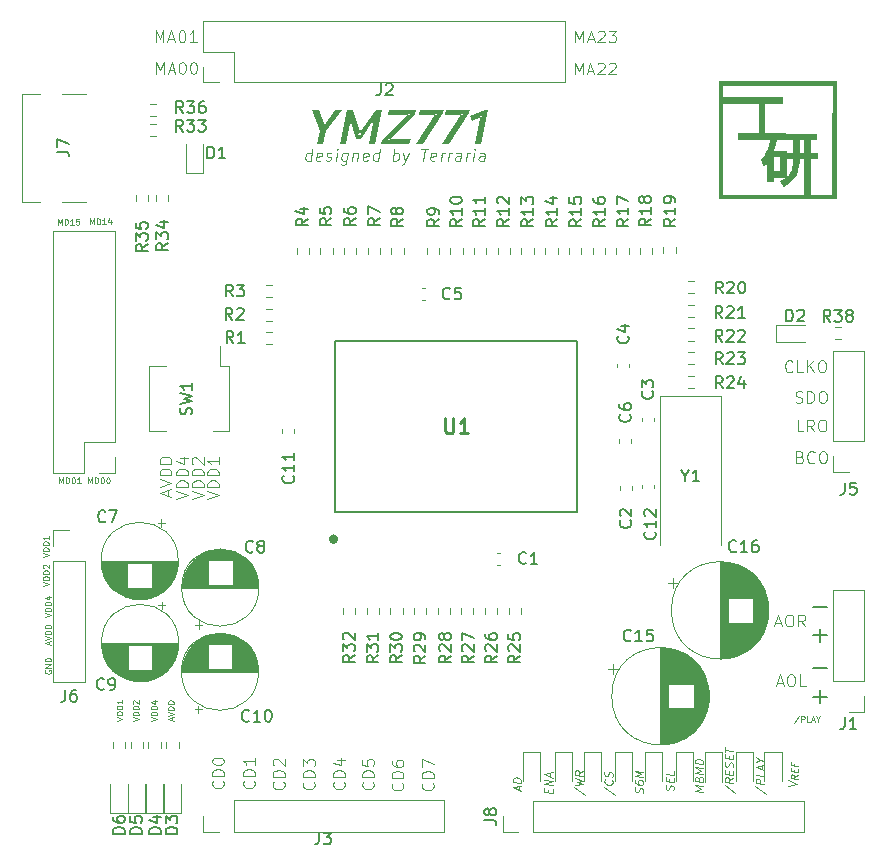
<source format=gto>
%TF.GenerationSoftware,KiCad,Pcbnew,9.0.0*%
%TF.CreationDate,2025-03-31T15:24:45+09:00*%
%TF.ProjectId,ymz771,796d7a37-3731-42e6-9b69-6361645f7063,rev?*%
%TF.SameCoordinates,Original*%
%TF.FileFunction,Legend,Top*%
%TF.FilePolarity,Positive*%
%FSLAX46Y46*%
G04 Gerber Fmt 4.6, Leading zero omitted, Abs format (unit mm)*
G04 Created by KiCad (PCBNEW 9.0.0) date 2025-03-31 15:24:45*
%MOMM*%
%LPD*%
G01*
G04 APERTURE LIST*
%ADD10C,0.100000*%
%ADD11C,0.062500*%
%ADD12C,0.187500*%
%ADD13C,0.087500*%
%ADD14C,0.300000*%
%ADD15C,0.150000*%
%ADD16C,0.254000*%
%ADD17C,0.120000*%
%ADD18C,0.000000*%
%ADD19C,0.400000*%
%ADD20C,0.200000*%
G04 APERTURE END LIST*
D10*
X104784836Y-93913609D02*
X104784836Y-93413609D01*
X104784836Y-93413609D02*
X104951503Y-93770752D01*
X104951503Y-93770752D02*
X105118169Y-93413609D01*
X105118169Y-93413609D02*
X105118169Y-93913609D01*
X105356265Y-93913609D02*
X105356265Y-93413609D01*
X105356265Y-93413609D02*
X105475313Y-93413609D01*
X105475313Y-93413609D02*
X105546741Y-93437419D01*
X105546741Y-93437419D02*
X105594360Y-93485038D01*
X105594360Y-93485038D02*
X105618170Y-93532657D01*
X105618170Y-93532657D02*
X105641979Y-93627895D01*
X105641979Y-93627895D02*
X105641979Y-93699323D01*
X105641979Y-93699323D02*
X105618170Y-93794561D01*
X105618170Y-93794561D02*
X105594360Y-93842180D01*
X105594360Y-93842180D02*
X105546741Y-93889800D01*
X105546741Y-93889800D02*
X105475313Y-93913609D01*
X105475313Y-93913609D02*
X105356265Y-93913609D01*
X106118170Y-93913609D02*
X105832456Y-93913609D01*
X105975313Y-93913609D02*
X105975313Y-93413609D01*
X105975313Y-93413609D02*
X105927694Y-93485038D01*
X105927694Y-93485038D02*
X105880075Y-93532657D01*
X105880075Y-93532657D02*
X105832456Y-93556466D01*
X106546741Y-93580276D02*
X106546741Y-93913609D01*
X106427693Y-93389800D02*
X106308646Y-93746942D01*
X106308646Y-93746942D02*
X106618169Y-93746942D01*
X102054836Y-93943609D02*
X102054836Y-93443609D01*
X102054836Y-93443609D02*
X102221503Y-93800752D01*
X102221503Y-93800752D02*
X102388169Y-93443609D01*
X102388169Y-93443609D02*
X102388169Y-93943609D01*
X102626265Y-93943609D02*
X102626265Y-93443609D01*
X102626265Y-93443609D02*
X102745313Y-93443609D01*
X102745313Y-93443609D02*
X102816741Y-93467419D01*
X102816741Y-93467419D02*
X102864360Y-93515038D01*
X102864360Y-93515038D02*
X102888170Y-93562657D01*
X102888170Y-93562657D02*
X102911979Y-93657895D01*
X102911979Y-93657895D02*
X102911979Y-93729323D01*
X102911979Y-93729323D02*
X102888170Y-93824561D01*
X102888170Y-93824561D02*
X102864360Y-93872180D01*
X102864360Y-93872180D02*
X102816741Y-93919800D01*
X102816741Y-93919800D02*
X102745313Y-93943609D01*
X102745313Y-93943609D02*
X102626265Y-93943609D01*
X103388170Y-93943609D02*
X103102456Y-93943609D01*
X103245313Y-93943609D02*
X103245313Y-93443609D01*
X103245313Y-93443609D02*
X103197694Y-93515038D01*
X103197694Y-93515038D02*
X103150075Y-93562657D01*
X103150075Y-93562657D02*
X103102456Y-93586466D01*
X103840550Y-93443609D02*
X103602455Y-93443609D01*
X103602455Y-93443609D02*
X103578646Y-93681704D01*
X103578646Y-93681704D02*
X103602455Y-93657895D01*
X103602455Y-93657895D02*
X103650074Y-93634085D01*
X103650074Y-93634085D02*
X103769122Y-93634085D01*
X103769122Y-93634085D02*
X103816741Y-93657895D01*
X103816741Y-93657895D02*
X103840550Y-93681704D01*
X103840550Y-93681704D02*
X103864360Y-93729323D01*
X103864360Y-93729323D02*
X103864360Y-93848371D01*
X103864360Y-93848371D02*
X103840550Y-93895990D01*
X103840550Y-93895990D02*
X103816741Y-93919800D01*
X103816741Y-93919800D02*
X103769122Y-93943609D01*
X103769122Y-93943609D02*
X103650074Y-93943609D01*
X103650074Y-93943609D02*
X103602455Y-93919800D01*
X103602455Y-93919800D02*
X103578646Y-93895990D01*
X104634836Y-115833609D02*
X104634836Y-115333609D01*
X104634836Y-115333609D02*
X104801503Y-115690752D01*
X104801503Y-115690752D02*
X104968169Y-115333609D01*
X104968169Y-115333609D02*
X104968169Y-115833609D01*
X105206265Y-115833609D02*
X105206265Y-115333609D01*
X105206265Y-115333609D02*
X105325313Y-115333609D01*
X105325313Y-115333609D02*
X105396741Y-115357419D01*
X105396741Y-115357419D02*
X105444360Y-115405038D01*
X105444360Y-115405038D02*
X105468170Y-115452657D01*
X105468170Y-115452657D02*
X105491979Y-115547895D01*
X105491979Y-115547895D02*
X105491979Y-115619323D01*
X105491979Y-115619323D02*
X105468170Y-115714561D01*
X105468170Y-115714561D02*
X105444360Y-115762180D01*
X105444360Y-115762180D02*
X105396741Y-115809800D01*
X105396741Y-115809800D02*
X105325313Y-115833609D01*
X105325313Y-115833609D02*
X105206265Y-115833609D01*
X105801503Y-115333609D02*
X105849122Y-115333609D01*
X105849122Y-115333609D02*
X105896741Y-115357419D01*
X105896741Y-115357419D02*
X105920551Y-115381228D01*
X105920551Y-115381228D02*
X105944360Y-115428847D01*
X105944360Y-115428847D02*
X105968170Y-115524085D01*
X105968170Y-115524085D02*
X105968170Y-115643133D01*
X105968170Y-115643133D02*
X105944360Y-115738371D01*
X105944360Y-115738371D02*
X105920551Y-115785990D01*
X105920551Y-115785990D02*
X105896741Y-115809800D01*
X105896741Y-115809800D02*
X105849122Y-115833609D01*
X105849122Y-115833609D02*
X105801503Y-115833609D01*
X105801503Y-115833609D02*
X105753884Y-115809800D01*
X105753884Y-115809800D02*
X105730075Y-115785990D01*
X105730075Y-115785990D02*
X105706265Y-115738371D01*
X105706265Y-115738371D02*
X105682456Y-115643133D01*
X105682456Y-115643133D02*
X105682456Y-115524085D01*
X105682456Y-115524085D02*
X105706265Y-115428847D01*
X105706265Y-115428847D02*
X105730075Y-115381228D01*
X105730075Y-115381228D02*
X105753884Y-115357419D01*
X105753884Y-115357419D02*
X105801503Y-115333609D01*
X106277693Y-115333609D02*
X106325312Y-115333609D01*
X106325312Y-115333609D02*
X106372931Y-115357419D01*
X106372931Y-115357419D02*
X106396741Y-115381228D01*
X106396741Y-115381228D02*
X106420550Y-115428847D01*
X106420550Y-115428847D02*
X106444360Y-115524085D01*
X106444360Y-115524085D02*
X106444360Y-115643133D01*
X106444360Y-115643133D02*
X106420550Y-115738371D01*
X106420550Y-115738371D02*
X106396741Y-115785990D01*
X106396741Y-115785990D02*
X106372931Y-115809800D01*
X106372931Y-115809800D02*
X106325312Y-115833609D01*
X106325312Y-115833609D02*
X106277693Y-115833609D01*
X106277693Y-115833609D02*
X106230074Y-115809800D01*
X106230074Y-115809800D02*
X106206265Y-115785990D01*
X106206265Y-115785990D02*
X106182455Y-115738371D01*
X106182455Y-115738371D02*
X106158646Y-115643133D01*
X106158646Y-115643133D02*
X106158646Y-115524085D01*
X106158646Y-115524085D02*
X106182455Y-115428847D01*
X106182455Y-115428847D02*
X106206265Y-115381228D01*
X106206265Y-115381228D02*
X106230074Y-115357419D01*
X106230074Y-115357419D02*
X106277693Y-115333609D01*
X102174836Y-115833609D02*
X102174836Y-115333609D01*
X102174836Y-115333609D02*
X102341503Y-115690752D01*
X102341503Y-115690752D02*
X102508169Y-115333609D01*
X102508169Y-115333609D02*
X102508169Y-115833609D01*
X102746265Y-115833609D02*
X102746265Y-115333609D01*
X102746265Y-115333609D02*
X102865313Y-115333609D01*
X102865313Y-115333609D02*
X102936741Y-115357419D01*
X102936741Y-115357419D02*
X102984360Y-115405038D01*
X102984360Y-115405038D02*
X103008170Y-115452657D01*
X103008170Y-115452657D02*
X103031979Y-115547895D01*
X103031979Y-115547895D02*
X103031979Y-115619323D01*
X103031979Y-115619323D02*
X103008170Y-115714561D01*
X103008170Y-115714561D02*
X102984360Y-115762180D01*
X102984360Y-115762180D02*
X102936741Y-115809800D01*
X102936741Y-115809800D02*
X102865313Y-115833609D01*
X102865313Y-115833609D02*
X102746265Y-115833609D01*
X103341503Y-115333609D02*
X103389122Y-115333609D01*
X103389122Y-115333609D02*
X103436741Y-115357419D01*
X103436741Y-115357419D02*
X103460551Y-115381228D01*
X103460551Y-115381228D02*
X103484360Y-115428847D01*
X103484360Y-115428847D02*
X103508170Y-115524085D01*
X103508170Y-115524085D02*
X103508170Y-115643133D01*
X103508170Y-115643133D02*
X103484360Y-115738371D01*
X103484360Y-115738371D02*
X103460551Y-115785990D01*
X103460551Y-115785990D02*
X103436741Y-115809800D01*
X103436741Y-115809800D02*
X103389122Y-115833609D01*
X103389122Y-115833609D02*
X103341503Y-115833609D01*
X103341503Y-115833609D02*
X103293884Y-115809800D01*
X103293884Y-115809800D02*
X103270075Y-115785990D01*
X103270075Y-115785990D02*
X103246265Y-115738371D01*
X103246265Y-115738371D02*
X103222456Y-115643133D01*
X103222456Y-115643133D02*
X103222456Y-115524085D01*
X103222456Y-115524085D02*
X103246265Y-115428847D01*
X103246265Y-115428847D02*
X103270075Y-115381228D01*
X103270075Y-115381228D02*
X103293884Y-115357419D01*
X103293884Y-115357419D02*
X103341503Y-115333609D01*
X103984360Y-115833609D02*
X103698646Y-115833609D01*
X103841503Y-115833609D02*
X103841503Y-115333609D01*
X103841503Y-115333609D02*
X103793884Y-115405038D01*
X103793884Y-115405038D02*
X103746265Y-115452657D01*
X103746265Y-115452657D02*
X103698646Y-115476466D01*
D11*
X164827308Y-135521750D02*
X164398737Y-136164607D01*
X164993975Y-136045559D02*
X164993975Y-135545559D01*
X164993975Y-135545559D02*
X165184451Y-135545559D01*
X165184451Y-135545559D02*
X165232070Y-135569369D01*
X165232070Y-135569369D02*
X165255880Y-135593178D01*
X165255880Y-135593178D02*
X165279689Y-135640797D01*
X165279689Y-135640797D02*
X165279689Y-135712226D01*
X165279689Y-135712226D02*
X165255880Y-135759845D01*
X165255880Y-135759845D02*
X165232070Y-135783654D01*
X165232070Y-135783654D02*
X165184451Y-135807464D01*
X165184451Y-135807464D02*
X164993975Y-135807464D01*
X165732070Y-136045559D02*
X165493975Y-136045559D01*
X165493975Y-136045559D02*
X165493975Y-135545559D01*
X165874928Y-135902702D02*
X166113023Y-135902702D01*
X165827309Y-136045559D02*
X165993975Y-135545559D01*
X165993975Y-135545559D02*
X166160642Y-136045559D01*
X166422546Y-135807464D02*
X166422546Y-136045559D01*
X166255880Y-135545559D02*
X166422546Y-135807464D01*
X166422546Y-135807464D02*
X166589213Y-135545559D01*
D10*
X101007419Y-131673258D02*
X100983609Y-131720877D01*
X100983609Y-131720877D02*
X100983609Y-131792306D01*
X100983609Y-131792306D02*
X101007419Y-131863734D01*
X101007419Y-131863734D02*
X101055038Y-131911353D01*
X101055038Y-131911353D02*
X101102657Y-131935163D01*
X101102657Y-131935163D02*
X101197895Y-131958972D01*
X101197895Y-131958972D02*
X101269323Y-131958972D01*
X101269323Y-131958972D02*
X101364561Y-131935163D01*
X101364561Y-131935163D02*
X101412180Y-131911353D01*
X101412180Y-131911353D02*
X101459800Y-131863734D01*
X101459800Y-131863734D02*
X101483609Y-131792306D01*
X101483609Y-131792306D02*
X101483609Y-131744687D01*
X101483609Y-131744687D02*
X101459800Y-131673258D01*
X101459800Y-131673258D02*
X101435990Y-131649449D01*
X101435990Y-131649449D02*
X101269323Y-131649449D01*
X101269323Y-131649449D02*
X101269323Y-131744687D01*
X101483609Y-131435163D02*
X100983609Y-131435163D01*
X100983609Y-131435163D02*
X101483609Y-131149449D01*
X101483609Y-131149449D02*
X100983609Y-131149449D01*
X101483609Y-130911353D02*
X100983609Y-130911353D01*
X100983609Y-130911353D02*
X100983609Y-130792305D01*
X100983609Y-130792305D02*
X101007419Y-130720877D01*
X101007419Y-130720877D02*
X101055038Y-130673258D01*
X101055038Y-130673258D02*
X101102657Y-130649448D01*
X101102657Y-130649448D02*
X101197895Y-130625639D01*
X101197895Y-130625639D02*
X101269323Y-130625639D01*
X101269323Y-130625639D02*
X101364561Y-130649448D01*
X101364561Y-130649448D02*
X101412180Y-130673258D01*
X101412180Y-130673258D02*
X101459800Y-130720877D01*
X101459800Y-130720877D02*
X101483609Y-130792305D01*
X101483609Y-130792305D02*
X101483609Y-130911353D01*
X109963609Y-135966591D02*
X110463609Y-135799925D01*
X110463609Y-135799925D02*
X109963609Y-135633258D01*
X110463609Y-135466592D02*
X109963609Y-135466592D01*
X109963609Y-135466592D02*
X109963609Y-135347544D01*
X109963609Y-135347544D02*
X109987419Y-135276116D01*
X109987419Y-135276116D02*
X110035038Y-135228497D01*
X110035038Y-135228497D02*
X110082657Y-135204687D01*
X110082657Y-135204687D02*
X110177895Y-135180878D01*
X110177895Y-135180878D02*
X110249323Y-135180878D01*
X110249323Y-135180878D02*
X110344561Y-135204687D01*
X110344561Y-135204687D02*
X110392180Y-135228497D01*
X110392180Y-135228497D02*
X110439800Y-135276116D01*
X110439800Y-135276116D02*
X110463609Y-135347544D01*
X110463609Y-135347544D02*
X110463609Y-135466592D01*
X110463609Y-134966592D02*
X109963609Y-134966592D01*
X109963609Y-134966592D02*
X109963609Y-134847544D01*
X109963609Y-134847544D02*
X109987419Y-134776116D01*
X109987419Y-134776116D02*
X110035038Y-134728497D01*
X110035038Y-134728497D02*
X110082657Y-134704687D01*
X110082657Y-134704687D02*
X110177895Y-134680878D01*
X110177895Y-134680878D02*
X110249323Y-134680878D01*
X110249323Y-134680878D02*
X110344561Y-134704687D01*
X110344561Y-134704687D02*
X110392180Y-134728497D01*
X110392180Y-134728497D02*
X110439800Y-134776116D01*
X110439800Y-134776116D02*
X110463609Y-134847544D01*
X110463609Y-134847544D02*
X110463609Y-134966592D01*
X110130276Y-134252306D02*
X110463609Y-134252306D01*
X109939800Y-134371354D02*
X110296942Y-134490401D01*
X110296942Y-134490401D02*
X110296942Y-134180878D01*
X107033609Y-135936591D02*
X107533609Y-135769925D01*
X107533609Y-135769925D02*
X107033609Y-135603258D01*
X107533609Y-135436592D02*
X107033609Y-135436592D01*
X107033609Y-135436592D02*
X107033609Y-135317544D01*
X107033609Y-135317544D02*
X107057419Y-135246116D01*
X107057419Y-135246116D02*
X107105038Y-135198497D01*
X107105038Y-135198497D02*
X107152657Y-135174687D01*
X107152657Y-135174687D02*
X107247895Y-135150878D01*
X107247895Y-135150878D02*
X107319323Y-135150878D01*
X107319323Y-135150878D02*
X107414561Y-135174687D01*
X107414561Y-135174687D02*
X107462180Y-135198497D01*
X107462180Y-135198497D02*
X107509800Y-135246116D01*
X107509800Y-135246116D02*
X107533609Y-135317544D01*
X107533609Y-135317544D02*
X107533609Y-135436592D01*
X107533609Y-134936592D02*
X107033609Y-134936592D01*
X107033609Y-134936592D02*
X107033609Y-134817544D01*
X107033609Y-134817544D02*
X107057419Y-134746116D01*
X107057419Y-134746116D02*
X107105038Y-134698497D01*
X107105038Y-134698497D02*
X107152657Y-134674687D01*
X107152657Y-134674687D02*
X107247895Y-134650878D01*
X107247895Y-134650878D02*
X107319323Y-134650878D01*
X107319323Y-134650878D02*
X107414561Y-134674687D01*
X107414561Y-134674687D02*
X107462180Y-134698497D01*
X107462180Y-134698497D02*
X107509800Y-134746116D01*
X107509800Y-134746116D02*
X107533609Y-134817544D01*
X107533609Y-134817544D02*
X107533609Y-134936592D01*
X107533609Y-134174687D02*
X107533609Y-134460401D01*
X107533609Y-134317544D02*
X107033609Y-134317544D01*
X107033609Y-134317544D02*
X107105038Y-134365163D01*
X107105038Y-134365163D02*
X107152657Y-134412782D01*
X107152657Y-134412782D02*
X107176466Y-134460401D01*
X111720752Y-135888972D02*
X111720752Y-135650877D01*
X111863609Y-135936591D02*
X111363609Y-135769925D01*
X111363609Y-135769925D02*
X111863609Y-135603258D01*
X111363609Y-135508020D02*
X111863609Y-135341354D01*
X111863609Y-135341354D02*
X111363609Y-135174687D01*
X111863609Y-135008021D02*
X111363609Y-135008021D01*
X111363609Y-135008021D02*
X111363609Y-134888973D01*
X111363609Y-134888973D02*
X111387419Y-134817545D01*
X111387419Y-134817545D02*
X111435038Y-134769926D01*
X111435038Y-134769926D02*
X111482657Y-134746116D01*
X111482657Y-134746116D02*
X111577895Y-134722307D01*
X111577895Y-134722307D02*
X111649323Y-134722307D01*
X111649323Y-134722307D02*
X111744561Y-134746116D01*
X111744561Y-134746116D02*
X111792180Y-134769926D01*
X111792180Y-134769926D02*
X111839800Y-134817545D01*
X111839800Y-134817545D02*
X111863609Y-134888973D01*
X111863609Y-134888973D02*
X111863609Y-135008021D01*
X111863609Y-134508021D02*
X111363609Y-134508021D01*
X111363609Y-134508021D02*
X111363609Y-134388973D01*
X111363609Y-134388973D02*
X111387419Y-134317545D01*
X111387419Y-134317545D02*
X111435038Y-134269926D01*
X111435038Y-134269926D02*
X111482657Y-134246116D01*
X111482657Y-134246116D02*
X111577895Y-134222307D01*
X111577895Y-134222307D02*
X111649323Y-134222307D01*
X111649323Y-134222307D02*
X111744561Y-134246116D01*
X111744561Y-134246116D02*
X111792180Y-134269926D01*
X111792180Y-134269926D02*
X111839800Y-134317545D01*
X111839800Y-134317545D02*
X111863609Y-134388973D01*
X111863609Y-134388973D02*
X111863609Y-134508021D01*
X108403609Y-135966591D02*
X108903609Y-135799925D01*
X108903609Y-135799925D02*
X108403609Y-135633258D01*
X108903609Y-135466592D02*
X108403609Y-135466592D01*
X108403609Y-135466592D02*
X108403609Y-135347544D01*
X108403609Y-135347544D02*
X108427419Y-135276116D01*
X108427419Y-135276116D02*
X108475038Y-135228497D01*
X108475038Y-135228497D02*
X108522657Y-135204687D01*
X108522657Y-135204687D02*
X108617895Y-135180878D01*
X108617895Y-135180878D02*
X108689323Y-135180878D01*
X108689323Y-135180878D02*
X108784561Y-135204687D01*
X108784561Y-135204687D02*
X108832180Y-135228497D01*
X108832180Y-135228497D02*
X108879800Y-135276116D01*
X108879800Y-135276116D02*
X108903609Y-135347544D01*
X108903609Y-135347544D02*
X108903609Y-135466592D01*
X108903609Y-134966592D02*
X108403609Y-134966592D01*
X108403609Y-134966592D02*
X108403609Y-134847544D01*
X108403609Y-134847544D02*
X108427419Y-134776116D01*
X108427419Y-134776116D02*
X108475038Y-134728497D01*
X108475038Y-134728497D02*
X108522657Y-134704687D01*
X108522657Y-134704687D02*
X108617895Y-134680878D01*
X108617895Y-134680878D02*
X108689323Y-134680878D01*
X108689323Y-134680878D02*
X108784561Y-134704687D01*
X108784561Y-134704687D02*
X108832180Y-134728497D01*
X108832180Y-134728497D02*
X108879800Y-134776116D01*
X108879800Y-134776116D02*
X108903609Y-134847544D01*
X108903609Y-134847544D02*
X108903609Y-134966592D01*
X108451228Y-134490401D02*
X108427419Y-134466592D01*
X108427419Y-134466592D02*
X108403609Y-134418973D01*
X108403609Y-134418973D02*
X108403609Y-134299925D01*
X108403609Y-134299925D02*
X108427419Y-134252306D01*
X108427419Y-134252306D02*
X108451228Y-134228497D01*
X108451228Y-134228497D02*
X108498847Y-134204687D01*
X108498847Y-134204687D02*
X108546466Y-134204687D01*
X108546466Y-134204687D02*
X108617895Y-134228497D01*
X108617895Y-134228497D02*
X108903609Y-134514211D01*
X108903609Y-134514211D02*
X108903609Y-134204687D01*
X100783609Y-122046591D02*
X101283609Y-121879925D01*
X101283609Y-121879925D02*
X100783609Y-121713258D01*
X101283609Y-121546592D02*
X100783609Y-121546592D01*
X100783609Y-121546592D02*
X100783609Y-121427544D01*
X100783609Y-121427544D02*
X100807419Y-121356116D01*
X100807419Y-121356116D02*
X100855038Y-121308497D01*
X100855038Y-121308497D02*
X100902657Y-121284687D01*
X100902657Y-121284687D02*
X100997895Y-121260878D01*
X100997895Y-121260878D02*
X101069323Y-121260878D01*
X101069323Y-121260878D02*
X101164561Y-121284687D01*
X101164561Y-121284687D02*
X101212180Y-121308497D01*
X101212180Y-121308497D02*
X101259800Y-121356116D01*
X101259800Y-121356116D02*
X101283609Y-121427544D01*
X101283609Y-121427544D02*
X101283609Y-121546592D01*
X101283609Y-121046592D02*
X100783609Y-121046592D01*
X100783609Y-121046592D02*
X100783609Y-120927544D01*
X100783609Y-120927544D02*
X100807419Y-120856116D01*
X100807419Y-120856116D02*
X100855038Y-120808497D01*
X100855038Y-120808497D02*
X100902657Y-120784687D01*
X100902657Y-120784687D02*
X100997895Y-120760878D01*
X100997895Y-120760878D02*
X101069323Y-120760878D01*
X101069323Y-120760878D02*
X101164561Y-120784687D01*
X101164561Y-120784687D02*
X101212180Y-120808497D01*
X101212180Y-120808497D02*
X101259800Y-120856116D01*
X101259800Y-120856116D02*
X101283609Y-120927544D01*
X101283609Y-120927544D02*
X101283609Y-121046592D01*
X101283609Y-120284687D02*
X101283609Y-120570401D01*
X101283609Y-120427544D02*
X100783609Y-120427544D01*
X100783609Y-120427544D02*
X100855038Y-120475163D01*
X100855038Y-120475163D02*
X100902657Y-120522782D01*
X100902657Y-120522782D02*
X100926466Y-120570401D01*
X100803609Y-124496591D02*
X101303609Y-124329925D01*
X101303609Y-124329925D02*
X100803609Y-124163258D01*
X101303609Y-123996592D02*
X100803609Y-123996592D01*
X100803609Y-123996592D02*
X100803609Y-123877544D01*
X100803609Y-123877544D02*
X100827419Y-123806116D01*
X100827419Y-123806116D02*
X100875038Y-123758497D01*
X100875038Y-123758497D02*
X100922657Y-123734687D01*
X100922657Y-123734687D02*
X101017895Y-123710878D01*
X101017895Y-123710878D02*
X101089323Y-123710878D01*
X101089323Y-123710878D02*
X101184561Y-123734687D01*
X101184561Y-123734687D02*
X101232180Y-123758497D01*
X101232180Y-123758497D02*
X101279800Y-123806116D01*
X101279800Y-123806116D02*
X101303609Y-123877544D01*
X101303609Y-123877544D02*
X101303609Y-123996592D01*
X101303609Y-123496592D02*
X100803609Y-123496592D01*
X100803609Y-123496592D02*
X100803609Y-123377544D01*
X100803609Y-123377544D02*
X100827419Y-123306116D01*
X100827419Y-123306116D02*
X100875038Y-123258497D01*
X100875038Y-123258497D02*
X100922657Y-123234687D01*
X100922657Y-123234687D02*
X101017895Y-123210878D01*
X101017895Y-123210878D02*
X101089323Y-123210878D01*
X101089323Y-123210878D02*
X101184561Y-123234687D01*
X101184561Y-123234687D02*
X101232180Y-123258497D01*
X101232180Y-123258497D02*
X101279800Y-123306116D01*
X101279800Y-123306116D02*
X101303609Y-123377544D01*
X101303609Y-123377544D02*
X101303609Y-123496592D01*
X100851228Y-123020401D02*
X100827419Y-122996592D01*
X100827419Y-122996592D02*
X100803609Y-122948973D01*
X100803609Y-122948973D02*
X100803609Y-122829925D01*
X100803609Y-122829925D02*
X100827419Y-122782306D01*
X100827419Y-122782306D02*
X100851228Y-122758497D01*
X100851228Y-122758497D02*
X100898847Y-122734687D01*
X100898847Y-122734687D02*
X100946466Y-122734687D01*
X100946466Y-122734687D02*
X101017895Y-122758497D01*
X101017895Y-122758497D02*
X101303609Y-123044211D01*
X101303609Y-123044211D02*
X101303609Y-122734687D01*
X100973609Y-127146591D02*
X101473609Y-126979925D01*
X101473609Y-126979925D02*
X100973609Y-126813258D01*
X101473609Y-126646592D02*
X100973609Y-126646592D01*
X100973609Y-126646592D02*
X100973609Y-126527544D01*
X100973609Y-126527544D02*
X100997419Y-126456116D01*
X100997419Y-126456116D02*
X101045038Y-126408497D01*
X101045038Y-126408497D02*
X101092657Y-126384687D01*
X101092657Y-126384687D02*
X101187895Y-126360878D01*
X101187895Y-126360878D02*
X101259323Y-126360878D01*
X101259323Y-126360878D02*
X101354561Y-126384687D01*
X101354561Y-126384687D02*
X101402180Y-126408497D01*
X101402180Y-126408497D02*
X101449800Y-126456116D01*
X101449800Y-126456116D02*
X101473609Y-126527544D01*
X101473609Y-126527544D02*
X101473609Y-126646592D01*
X101473609Y-126146592D02*
X100973609Y-126146592D01*
X100973609Y-126146592D02*
X100973609Y-126027544D01*
X100973609Y-126027544D02*
X100997419Y-125956116D01*
X100997419Y-125956116D02*
X101045038Y-125908497D01*
X101045038Y-125908497D02*
X101092657Y-125884687D01*
X101092657Y-125884687D02*
X101187895Y-125860878D01*
X101187895Y-125860878D02*
X101259323Y-125860878D01*
X101259323Y-125860878D02*
X101354561Y-125884687D01*
X101354561Y-125884687D02*
X101402180Y-125908497D01*
X101402180Y-125908497D02*
X101449800Y-125956116D01*
X101449800Y-125956116D02*
X101473609Y-126027544D01*
X101473609Y-126027544D02*
X101473609Y-126146592D01*
X101140276Y-125432306D02*
X101473609Y-125432306D01*
X100949800Y-125551354D02*
X101306942Y-125670401D01*
X101306942Y-125670401D02*
X101306942Y-125360878D01*
X101330752Y-129478972D02*
X101330752Y-129240877D01*
X101473609Y-129526591D02*
X100973609Y-129359925D01*
X100973609Y-129359925D02*
X101473609Y-129193258D01*
X100973609Y-129098020D02*
X101473609Y-128931354D01*
X101473609Y-128931354D02*
X100973609Y-128764687D01*
X101473609Y-128598021D02*
X100973609Y-128598021D01*
X100973609Y-128598021D02*
X100973609Y-128478973D01*
X100973609Y-128478973D02*
X100997419Y-128407545D01*
X100997419Y-128407545D02*
X101045038Y-128359926D01*
X101045038Y-128359926D02*
X101092657Y-128336116D01*
X101092657Y-128336116D02*
X101187895Y-128312307D01*
X101187895Y-128312307D02*
X101259323Y-128312307D01*
X101259323Y-128312307D02*
X101354561Y-128336116D01*
X101354561Y-128336116D02*
X101402180Y-128359926D01*
X101402180Y-128359926D02*
X101449800Y-128407545D01*
X101449800Y-128407545D02*
X101473609Y-128478973D01*
X101473609Y-128478973D02*
X101473609Y-128598021D01*
X101473609Y-128098021D02*
X100973609Y-128098021D01*
X100973609Y-128098021D02*
X100973609Y-127978973D01*
X100973609Y-127978973D02*
X100997419Y-127907545D01*
X100997419Y-127907545D02*
X101045038Y-127859926D01*
X101045038Y-127859926D02*
X101092657Y-127836116D01*
X101092657Y-127836116D02*
X101187895Y-127812307D01*
X101187895Y-127812307D02*
X101259323Y-127812307D01*
X101259323Y-127812307D02*
X101354561Y-127836116D01*
X101354561Y-127836116D02*
X101402180Y-127859926D01*
X101402180Y-127859926D02*
X101449800Y-127907545D01*
X101449800Y-127907545D02*
X101473609Y-127978973D01*
X101473609Y-127978973D02*
X101473609Y-128098021D01*
X114702419Y-117158972D02*
X115702419Y-116825639D01*
X115702419Y-116825639D02*
X114702419Y-116492306D01*
X115702419Y-116158972D02*
X114702419Y-116158972D01*
X114702419Y-116158972D02*
X114702419Y-115920877D01*
X114702419Y-115920877D02*
X114750038Y-115778020D01*
X114750038Y-115778020D02*
X114845276Y-115682782D01*
X114845276Y-115682782D02*
X114940514Y-115635163D01*
X114940514Y-115635163D02*
X115130990Y-115587544D01*
X115130990Y-115587544D02*
X115273847Y-115587544D01*
X115273847Y-115587544D02*
X115464323Y-115635163D01*
X115464323Y-115635163D02*
X115559561Y-115682782D01*
X115559561Y-115682782D02*
X115654800Y-115778020D01*
X115654800Y-115778020D02*
X115702419Y-115920877D01*
X115702419Y-115920877D02*
X115702419Y-116158972D01*
X115702419Y-115158972D02*
X114702419Y-115158972D01*
X114702419Y-115158972D02*
X114702419Y-114920877D01*
X114702419Y-114920877D02*
X114750038Y-114778020D01*
X114750038Y-114778020D02*
X114845276Y-114682782D01*
X114845276Y-114682782D02*
X114940514Y-114635163D01*
X114940514Y-114635163D02*
X115130990Y-114587544D01*
X115130990Y-114587544D02*
X115273847Y-114587544D01*
X115273847Y-114587544D02*
X115464323Y-114635163D01*
X115464323Y-114635163D02*
X115559561Y-114682782D01*
X115559561Y-114682782D02*
X115654800Y-114778020D01*
X115654800Y-114778020D02*
X115702419Y-114920877D01*
X115702419Y-114920877D02*
X115702419Y-115158972D01*
X115702419Y-113635163D02*
X115702419Y-114206591D01*
X115702419Y-113920877D02*
X114702419Y-113920877D01*
X114702419Y-113920877D02*
X114845276Y-114016115D01*
X114845276Y-114016115D02*
X114940514Y-114111353D01*
X114940514Y-114111353D02*
X114988133Y-114206591D01*
X113402419Y-117158972D02*
X114402419Y-116825639D01*
X114402419Y-116825639D02*
X113402419Y-116492306D01*
X114402419Y-116158972D02*
X113402419Y-116158972D01*
X113402419Y-116158972D02*
X113402419Y-115920877D01*
X113402419Y-115920877D02*
X113450038Y-115778020D01*
X113450038Y-115778020D02*
X113545276Y-115682782D01*
X113545276Y-115682782D02*
X113640514Y-115635163D01*
X113640514Y-115635163D02*
X113830990Y-115587544D01*
X113830990Y-115587544D02*
X113973847Y-115587544D01*
X113973847Y-115587544D02*
X114164323Y-115635163D01*
X114164323Y-115635163D02*
X114259561Y-115682782D01*
X114259561Y-115682782D02*
X114354800Y-115778020D01*
X114354800Y-115778020D02*
X114402419Y-115920877D01*
X114402419Y-115920877D02*
X114402419Y-116158972D01*
X114402419Y-115158972D02*
X113402419Y-115158972D01*
X113402419Y-115158972D02*
X113402419Y-114920877D01*
X113402419Y-114920877D02*
X113450038Y-114778020D01*
X113450038Y-114778020D02*
X113545276Y-114682782D01*
X113545276Y-114682782D02*
X113640514Y-114635163D01*
X113640514Y-114635163D02*
X113830990Y-114587544D01*
X113830990Y-114587544D02*
X113973847Y-114587544D01*
X113973847Y-114587544D02*
X114164323Y-114635163D01*
X114164323Y-114635163D02*
X114259561Y-114682782D01*
X114259561Y-114682782D02*
X114354800Y-114778020D01*
X114354800Y-114778020D02*
X114402419Y-114920877D01*
X114402419Y-114920877D02*
X114402419Y-115158972D01*
X113497657Y-114206591D02*
X113450038Y-114158972D01*
X113450038Y-114158972D02*
X113402419Y-114063734D01*
X113402419Y-114063734D02*
X113402419Y-113825639D01*
X113402419Y-113825639D02*
X113450038Y-113730401D01*
X113450038Y-113730401D02*
X113497657Y-113682782D01*
X113497657Y-113682782D02*
X113592895Y-113635163D01*
X113592895Y-113635163D02*
X113688133Y-113635163D01*
X113688133Y-113635163D02*
X113830990Y-113682782D01*
X113830990Y-113682782D02*
X114402419Y-114254210D01*
X114402419Y-114254210D02*
X114402419Y-113635163D01*
X112092419Y-117158972D02*
X113092419Y-116825639D01*
X113092419Y-116825639D02*
X112092419Y-116492306D01*
X113092419Y-116158972D02*
X112092419Y-116158972D01*
X112092419Y-116158972D02*
X112092419Y-115920877D01*
X112092419Y-115920877D02*
X112140038Y-115778020D01*
X112140038Y-115778020D02*
X112235276Y-115682782D01*
X112235276Y-115682782D02*
X112330514Y-115635163D01*
X112330514Y-115635163D02*
X112520990Y-115587544D01*
X112520990Y-115587544D02*
X112663847Y-115587544D01*
X112663847Y-115587544D02*
X112854323Y-115635163D01*
X112854323Y-115635163D02*
X112949561Y-115682782D01*
X112949561Y-115682782D02*
X113044800Y-115778020D01*
X113044800Y-115778020D02*
X113092419Y-115920877D01*
X113092419Y-115920877D02*
X113092419Y-116158972D01*
X113092419Y-115158972D02*
X112092419Y-115158972D01*
X112092419Y-115158972D02*
X112092419Y-114920877D01*
X112092419Y-114920877D02*
X112140038Y-114778020D01*
X112140038Y-114778020D02*
X112235276Y-114682782D01*
X112235276Y-114682782D02*
X112330514Y-114635163D01*
X112330514Y-114635163D02*
X112520990Y-114587544D01*
X112520990Y-114587544D02*
X112663847Y-114587544D01*
X112663847Y-114587544D02*
X112854323Y-114635163D01*
X112854323Y-114635163D02*
X112949561Y-114682782D01*
X112949561Y-114682782D02*
X113044800Y-114778020D01*
X113044800Y-114778020D02*
X113092419Y-114920877D01*
X113092419Y-114920877D02*
X113092419Y-115158972D01*
X112425752Y-113730401D02*
X113092419Y-113730401D01*
X112044800Y-113968496D02*
X112759085Y-114206591D01*
X112759085Y-114206591D02*
X112759085Y-113587544D01*
X111396704Y-116923734D02*
X111396704Y-116447544D01*
X111682419Y-117018972D02*
X110682419Y-116685639D01*
X110682419Y-116685639D02*
X111682419Y-116352306D01*
X110682419Y-116161829D02*
X111682419Y-115828496D01*
X111682419Y-115828496D02*
X110682419Y-115495163D01*
X111682419Y-115161829D02*
X110682419Y-115161829D01*
X110682419Y-115161829D02*
X110682419Y-114923734D01*
X110682419Y-114923734D02*
X110730038Y-114780877D01*
X110730038Y-114780877D02*
X110825276Y-114685639D01*
X110825276Y-114685639D02*
X110920514Y-114638020D01*
X110920514Y-114638020D02*
X111110990Y-114590401D01*
X111110990Y-114590401D02*
X111253847Y-114590401D01*
X111253847Y-114590401D02*
X111444323Y-114638020D01*
X111444323Y-114638020D02*
X111539561Y-114685639D01*
X111539561Y-114685639D02*
X111634800Y-114780877D01*
X111634800Y-114780877D02*
X111682419Y-114923734D01*
X111682419Y-114923734D02*
X111682419Y-115161829D01*
X111682419Y-114161829D02*
X110682419Y-114161829D01*
X110682419Y-114161829D02*
X110682419Y-113923734D01*
X110682419Y-113923734D02*
X110730038Y-113780877D01*
X110730038Y-113780877D02*
X110825276Y-113685639D01*
X110825276Y-113685639D02*
X110920514Y-113638020D01*
X110920514Y-113638020D02*
X111110990Y-113590401D01*
X111110990Y-113590401D02*
X111253847Y-113590401D01*
X111253847Y-113590401D02*
X111444323Y-113638020D01*
X111444323Y-113638020D02*
X111539561Y-113685639D01*
X111539561Y-113685639D02*
X111634800Y-113780877D01*
X111634800Y-113780877D02*
X111682419Y-113923734D01*
X111682419Y-113923734D02*
X111682419Y-114161829D01*
X110353884Y-81162419D02*
X110353884Y-80162419D01*
X110353884Y-80162419D02*
X110687217Y-80876704D01*
X110687217Y-80876704D02*
X111020550Y-80162419D01*
X111020550Y-80162419D02*
X111020550Y-81162419D01*
X111449122Y-80876704D02*
X111925312Y-80876704D01*
X111353884Y-81162419D02*
X111687217Y-80162419D01*
X111687217Y-80162419D02*
X112020550Y-81162419D01*
X112544360Y-80162419D02*
X112639598Y-80162419D01*
X112639598Y-80162419D02*
X112734836Y-80210038D01*
X112734836Y-80210038D02*
X112782455Y-80257657D01*
X112782455Y-80257657D02*
X112830074Y-80352895D01*
X112830074Y-80352895D02*
X112877693Y-80543371D01*
X112877693Y-80543371D02*
X112877693Y-80781466D01*
X112877693Y-80781466D02*
X112830074Y-80971942D01*
X112830074Y-80971942D02*
X112782455Y-81067180D01*
X112782455Y-81067180D02*
X112734836Y-81114800D01*
X112734836Y-81114800D02*
X112639598Y-81162419D01*
X112639598Y-81162419D02*
X112544360Y-81162419D01*
X112544360Y-81162419D02*
X112449122Y-81114800D01*
X112449122Y-81114800D02*
X112401503Y-81067180D01*
X112401503Y-81067180D02*
X112353884Y-80971942D01*
X112353884Y-80971942D02*
X112306265Y-80781466D01*
X112306265Y-80781466D02*
X112306265Y-80543371D01*
X112306265Y-80543371D02*
X112353884Y-80352895D01*
X112353884Y-80352895D02*
X112401503Y-80257657D01*
X112401503Y-80257657D02*
X112449122Y-80210038D01*
X112449122Y-80210038D02*
X112544360Y-80162419D01*
X113496741Y-80162419D02*
X113591979Y-80162419D01*
X113591979Y-80162419D02*
X113687217Y-80210038D01*
X113687217Y-80210038D02*
X113734836Y-80257657D01*
X113734836Y-80257657D02*
X113782455Y-80352895D01*
X113782455Y-80352895D02*
X113830074Y-80543371D01*
X113830074Y-80543371D02*
X113830074Y-80781466D01*
X113830074Y-80781466D02*
X113782455Y-80971942D01*
X113782455Y-80971942D02*
X113734836Y-81067180D01*
X113734836Y-81067180D02*
X113687217Y-81114800D01*
X113687217Y-81114800D02*
X113591979Y-81162419D01*
X113591979Y-81162419D02*
X113496741Y-81162419D01*
X113496741Y-81162419D02*
X113401503Y-81114800D01*
X113401503Y-81114800D02*
X113353884Y-81067180D01*
X113353884Y-81067180D02*
X113306265Y-80971942D01*
X113306265Y-80971942D02*
X113258646Y-80781466D01*
X113258646Y-80781466D02*
X113258646Y-80543371D01*
X113258646Y-80543371D02*
X113306265Y-80352895D01*
X113306265Y-80352895D02*
X113353884Y-80257657D01*
X113353884Y-80257657D02*
X113401503Y-80210038D01*
X113401503Y-80210038D02*
X113496741Y-80162419D01*
X110333884Y-78492419D02*
X110333884Y-77492419D01*
X110333884Y-77492419D02*
X110667217Y-78206704D01*
X110667217Y-78206704D02*
X111000550Y-77492419D01*
X111000550Y-77492419D02*
X111000550Y-78492419D01*
X111429122Y-78206704D02*
X111905312Y-78206704D01*
X111333884Y-78492419D02*
X111667217Y-77492419D01*
X111667217Y-77492419D02*
X112000550Y-78492419D01*
X112524360Y-77492419D02*
X112619598Y-77492419D01*
X112619598Y-77492419D02*
X112714836Y-77540038D01*
X112714836Y-77540038D02*
X112762455Y-77587657D01*
X112762455Y-77587657D02*
X112810074Y-77682895D01*
X112810074Y-77682895D02*
X112857693Y-77873371D01*
X112857693Y-77873371D02*
X112857693Y-78111466D01*
X112857693Y-78111466D02*
X112810074Y-78301942D01*
X112810074Y-78301942D02*
X112762455Y-78397180D01*
X112762455Y-78397180D02*
X112714836Y-78444800D01*
X112714836Y-78444800D02*
X112619598Y-78492419D01*
X112619598Y-78492419D02*
X112524360Y-78492419D01*
X112524360Y-78492419D02*
X112429122Y-78444800D01*
X112429122Y-78444800D02*
X112381503Y-78397180D01*
X112381503Y-78397180D02*
X112333884Y-78301942D01*
X112333884Y-78301942D02*
X112286265Y-78111466D01*
X112286265Y-78111466D02*
X112286265Y-77873371D01*
X112286265Y-77873371D02*
X112333884Y-77682895D01*
X112333884Y-77682895D02*
X112381503Y-77587657D01*
X112381503Y-77587657D02*
X112429122Y-77540038D01*
X112429122Y-77540038D02*
X112524360Y-77492419D01*
X113810074Y-78492419D02*
X113238646Y-78492419D01*
X113524360Y-78492419D02*
X113524360Y-77492419D01*
X113524360Y-77492419D02*
X113429122Y-77635276D01*
X113429122Y-77635276D02*
X113333884Y-77730514D01*
X113333884Y-77730514D02*
X113238646Y-77778133D01*
X145843884Y-78502419D02*
X145843884Y-77502419D01*
X145843884Y-77502419D02*
X146177217Y-78216704D01*
X146177217Y-78216704D02*
X146510550Y-77502419D01*
X146510550Y-77502419D02*
X146510550Y-78502419D01*
X146939122Y-78216704D02*
X147415312Y-78216704D01*
X146843884Y-78502419D02*
X147177217Y-77502419D01*
X147177217Y-77502419D02*
X147510550Y-78502419D01*
X147796265Y-77597657D02*
X147843884Y-77550038D01*
X147843884Y-77550038D02*
X147939122Y-77502419D01*
X147939122Y-77502419D02*
X148177217Y-77502419D01*
X148177217Y-77502419D02*
X148272455Y-77550038D01*
X148272455Y-77550038D02*
X148320074Y-77597657D01*
X148320074Y-77597657D02*
X148367693Y-77692895D01*
X148367693Y-77692895D02*
X148367693Y-77788133D01*
X148367693Y-77788133D02*
X148320074Y-77930990D01*
X148320074Y-77930990D02*
X147748646Y-78502419D01*
X147748646Y-78502419D02*
X148367693Y-78502419D01*
X148701027Y-77502419D02*
X149320074Y-77502419D01*
X149320074Y-77502419D02*
X148986741Y-77883371D01*
X148986741Y-77883371D02*
X149129598Y-77883371D01*
X149129598Y-77883371D02*
X149224836Y-77930990D01*
X149224836Y-77930990D02*
X149272455Y-77978609D01*
X149272455Y-77978609D02*
X149320074Y-78073847D01*
X149320074Y-78073847D02*
X149320074Y-78311942D01*
X149320074Y-78311942D02*
X149272455Y-78407180D01*
X149272455Y-78407180D02*
X149224836Y-78454800D01*
X149224836Y-78454800D02*
X149129598Y-78502419D01*
X149129598Y-78502419D02*
X148843884Y-78502419D01*
X148843884Y-78502419D02*
X148748646Y-78454800D01*
X148748646Y-78454800D02*
X148701027Y-78407180D01*
X145823884Y-81212419D02*
X145823884Y-80212419D01*
X145823884Y-80212419D02*
X146157217Y-80926704D01*
X146157217Y-80926704D02*
X146490550Y-80212419D01*
X146490550Y-80212419D02*
X146490550Y-81212419D01*
X146919122Y-80926704D02*
X147395312Y-80926704D01*
X146823884Y-81212419D02*
X147157217Y-80212419D01*
X147157217Y-80212419D02*
X147490550Y-81212419D01*
X147776265Y-80307657D02*
X147823884Y-80260038D01*
X147823884Y-80260038D02*
X147919122Y-80212419D01*
X147919122Y-80212419D02*
X148157217Y-80212419D01*
X148157217Y-80212419D02*
X148252455Y-80260038D01*
X148252455Y-80260038D02*
X148300074Y-80307657D01*
X148300074Y-80307657D02*
X148347693Y-80402895D01*
X148347693Y-80402895D02*
X148347693Y-80498133D01*
X148347693Y-80498133D02*
X148300074Y-80640990D01*
X148300074Y-80640990D02*
X147728646Y-81212419D01*
X147728646Y-81212419D02*
X148347693Y-81212419D01*
X148728646Y-80307657D02*
X148776265Y-80260038D01*
X148776265Y-80260038D02*
X148871503Y-80212419D01*
X148871503Y-80212419D02*
X149109598Y-80212419D01*
X149109598Y-80212419D02*
X149204836Y-80260038D01*
X149204836Y-80260038D02*
X149252455Y-80307657D01*
X149252455Y-80307657D02*
X149300074Y-80402895D01*
X149300074Y-80402895D02*
X149300074Y-80498133D01*
X149300074Y-80498133D02*
X149252455Y-80640990D01*
X149252455Y-80640990D02*
X148681027Y-81212419D01*
X148681027Y-81212419D02*
X149300074Y-81212419D01*
X164887217Y-113598609D02*
X165030074Y-113646228D01*
X165030074Y-113646228D02*
X165077693Y-113693847D01*
X165077693Y-113693847D02*
X165125312Y-113789085D01*
X165125312Y-113789085D02*
X165125312Y-113931942D01*
X165125312Y-113931942D02*
X165077693Y-114027180D01*
X165077693Y-114027180D02*
X165030074Y-114074800D01*
X165030074Y-114074800D02*
X164934836Y-114122419D01*
X164934836Y-114122419D02*
X164553884Y-114122419D01*
X164553884Y-114122419D02*
X164553884Y-113122419D01*
X164553884Y-113122419D02*
X164887217Y-113122419D01*
X164887217Y-113122419D02*
X164982455Y-113170038D01*
X164982455Y-113170038D02*
X165030074Y-113217657D01*
X165030074Y-113217657D02*
X165077693Y-113312895D01*
X165077693Y-113312895D02*
X165077693Y-113408133D01*
X165077693Y-113408133D02*
X165030074Y-113503371D01*
X165030074Y-113503371D02*
X164982455Y-113550990D01*
X164982455Y-113550990D02*
X164887217Y-113598609D01*
X164887217Y-113598609D02*
X164553884Y-113598609D01*
X166125312Y-114027180D02*
X166077693Y-114074800D01*
X166077693Y-114074800D02*
X165934836Y-114122419D01*
X165934836Y-114122419D02*
X165839598Y-114122419D01*
X165839598Y-114122419D02*
X165696741Y-114074800D01*
X165696741Y-114074800D02*
X165601503Y-113979561D01*
X165601503Y-113979561D02*
X165553884Y-113884323D01*
X165553884Y-113884323D02*
X165506265Y-113693847D01*
X165506265Y-113693847D02*
X165506265Y-113550990D01*
X165506265Y-113550990D02*
X165553884Y-113360514D01*
X165553884Y-113360514D02*
X165601503Y-113265276D01*
X165601503Y-113265276D02*
X165696741Y-113170038D01*
X165696741Y-113170038D02*
X165839598Y-113122419D01*
X165839598Y-113122419D02*
X165934836Y-113122419D01*
X165934836Y-113122419D02*
X166077693Y-113170038D01*
X166077693Y-113170038D02*
X166125312Y-113217657D01*
X166744360Y-113122419D02*
X166934836Y-113122419D01*
X166934836Y-113122419D02*
X167030074Y-113170038D01*
X167030074Y-113170038D02*
X167125312Y-113265276D01*
X167125312Y-113265276D02*
X167172931Y-113455752D01*
X167172931Y-113455752D02*
X167172931Y-113789085D01*
X167172931Y-113789085D02*
X167125312Y-113979561D01*
X167125312Y-113979561D02*
X167030074Y-114074800D01*
X167030074Y-114074800D02*
X166934836Y-114122419D01*
X166934836Y-114122419D02*
X166744360Y-114122419D01*
X166744360Y-114122419D02*
X166649122Y-114074800D01*
X166649122Y-114074800D02*
X166553884Y-113979561D01*
X166553884Y-113979561D02*
X166506265Y-113789085D01*
X166506265Y-113789085D02*
X166506265Y-113455752D01*
X166506265Y-113455752D02*
X166553884Y-113265276D01*
X166553884Y-113265276D02*
X166649122Y-113170038D01*
X166649122Y-113170038D02*
X166744360Y-113122419D01*
X165170074Y-111442419D02*
X164693884Y-111442419D01*
X164693884Y-111442419D02*
X164693884Y-110442419D01*
X166074836Y-111442419D02*
X165741503Y-110966228D01*
X165503408Y-111442419D02*
X165503408Y-110442419D01*
X165503408Y-110442419D02*
X165884360Y-110442419D01*
X165884360Y-110442419D02*
X165979598Y-110490038D01*
X165979598Y-110490038D02*
X166027217Y-110537657D01*
X166027217Y-110537657D02*
X166074836Y-110632895D01*
X166074836Y-110632895D02*
X166074836Y-110775752D01*
X166074836Y-110775752D02*
X166027217Y-110870990D01*
X166027217Y-110870990D02*
X165979598Y-110918609D01*
X165979598Y-110918609D02*
X165884360Y-110966228D01*
X165884360Y-110966228D02*
X165503408Y-110966228D01*
X166693884Y-110442419D02*
X166884360Y-110442419D01*
X166884360Y-110442419D02*
X166979598Y-110490038D01*
X166979598Y-110490038D02*
X167074836Y-110585276D01*
X167074836Y-110585276D02*
X167122455Y-110775752D01*
X167122455Y-110775752D02*
X167122455Y-111109085D01*
X167122455Y-111109085D02*
X167074836Y-111299561D01*
X167074836Y-111299561D02*
X166979598Y-111394800D01*
X166979598Y-111394800D02*
X166884360Y-111442419D01*
X166884360Y-111442419D02*
X166693884Y-111442419D01*
X166693884Y-111442419D02*
X166598646Y-111394800D01*
X166598646Y-111394800D02*
X166503408Y-111299561D01*
X166503408Y-111299561D02*
X166455789Y-111109085D01*
X166455789Y-111109085D02*
X166455789Y-110775752D01*
X166455789Y-110775752D02*
X166503408Y-110585276D01*
X166503408Y-110585276D02*
X166598646Y-110490038D01*
X166598646Y-110490038D02*
X166693884Y-110442419D01*
X164526265Y-108974800D02*
X164669122Y-109022419D01*
X164669122Y-109022419D02*
X164907217Y-109022419D01*
X164907217Y-109022419D02*
X165002455Y-108974800D01*
X165002455Y-108974800D02*
X165050074Y-108927180D01*
X165050074Y-108927180D02*
X165097693Y-108831942D01*
X165097693Y-108831942D02*
X165097693Y-108736704D01*
X165097693Y-108736704D02*
X165050074Y-108641466D01*
X165050074Y-108641466D02*
X165002455Y-108593847D01*
X165002455Y-108593847D02*
X164907217Y-108546228D01*
X164907217Y-108546228D02*
X164716741Y-108498609D01*
X164716741Y-108498609D02*
X164621503Y-108450990D01*
X164621503Y-108450990D02*
X164573884Y-108403371D01*
X164573884Y-108403371D02*
X164526265Y-108308133D01*
X164526265Y-108308133D02*
X164526265Y-108212895D01*
X164526265Y-108212895D02*
X164573884Y-108117657D01*
X164573884Y-108117657D02*
X164621503Y-108070038D01*
X164621503Y-108070038D02*
X164716741Y-108022419D01*
X164716741Y-108022419D02*
X164954836Y-108022419D01*
X164954836Y-108022419D02*
X165097693Y-108070038D01*
X165526265Y-109022419D02*
X165526265Y-108022419D01*
X165526265Y-108022419D02*
X165764360Y-108022419D01*
X165764360Y-108022419D02*
X165907217Y-108070038D01*
X165907217Y-108070038D02*
X166002455Y-108165276D01*
X166002455Y-108165276D02*
X166050074Y-108260514D01*
X166050074Y-108260514D02*
X166097693Y-108450990D01*
X166097693Y-108450990D02*
X166097693Y-108593847D01*
X166097693Y-108593847D02*
X166050074Y-108784323D01*
X166050074Y-108784323D02*
X166002455Y-108879561D01*
X166002455Y-108879561D02*
X165907217Y-108974800D01*
X165907217Y-108974800D02*
X165764360Y-109022419D01*
X165764360Y-109022419D02*
X165526265Y-109022419D01*
X166716741Y-108022419D02*
X166907217Y-108022419D01*
X166907217Y-108022419D02*
X167002455Y-108070038D01*
X167002455Y-108070038D02*
X167097693Y-108165276D01*
X167097693Y-108165276D02*
X167145312Y-108355752D01*
X167145312Y-108355752D02*
X167145312Y-108689085D01*
X167145312Y-108689085D02*
X167097693Y-108879561D01*
X167097693Y-108879561D02*
X167002455Y-108974800D01*
X167002455Y-108974800D02*
X166907217Y-109022419D01*
X166907217Y-109022419D02*
X166716741Y-109022419D01*
X166716741Y-109022419D02*
X166621503Y-108974800D01*
X166621503Y-108974800D02*
X166526265Y-108879561D01*
X166526265Y-108879561D02*
X166478646Y-108689085D01*
X166478646Y-108689085D02*
X166478646Y-108355752D01*
X166478646Y-108355752D02*
X166526265Y-108165276D01*
X166526265Y-108165276D02*
X166621503Y-108070038D01*
X166621503Y-108070038D02*
X166716741Y-108022419D01*
X164245312Y-106337180D02*
X164197693Y-106384800D01*
X164197693Y-106384800D02*
X164054836Y-106432419D01*
X164054836Y-106432419D02*
X163959598Y-106432419D01*
X163959598Y-106432419D02*
X163816741Y-106384800D01*
X163816741Y-106384800D02*
X163721503Y-106289561D01*
X163721503Y-106289561D02*
X163673884Y-106194323D01*
X163673884Y-106194323D02*
X163626265Y-106003847D01*
X163626265Y-106003847D02*
X163626265Y-105860990D01*
X163626265Y-105860990D02*
X163673884Y-105670514D01*
X163673884Y-105670514D02*
X163721503Y-105575276D01*
X163721503Y-105575276D02*
X163816741Y-105480038D01*
X163816741Y-105480038D02*
X163959598Y-105432419D01*
X163959598Y-105432419D02*
X164054836Y-105432419D01*
X164054836Y-105432419D02*
X164197693Y-105480038D01*
X164197693Y-105480038D02*
X164245312Y-105527657D01*
X165150074Y-106432419D02*
X164673884Y-106432419D01*
X164673884Y-106432419D02*
X164673884Y-105432419D01*
X165483408Y-106432419D02*
X165483408Y-105432419D01*
X166054836Y-106432419D02*
X165626265Y-105860990D01*
X166054836Y-105432419D02*
X165483408Y-106003847D01*
X166673884Y-105432419D02*
X166864360Y-105432419D01*
X166864360Y-105432419D02*
X166959598Y-105480038D01*
X166959598Y-105480038D02*
X167054836Y-105575276D01*
X167054836Y-105575276D02*
X167102455Y-105765752D01*
X167102455Y-105765752D02*
X167102455Y-106099085D01*
X167102455Y-106099085D02*
X167054836Y-106289561D01*
X167054836Y-106289561D02*
X166959598Y-106384800D01*
X166959598Y-106384800D02*
X166864360Y-106432419D01*
X166864360Y-106432419D02*
X166673884Y-106432419D01*
X166673884Y-106432419D02*
X166578646Y-106384800D01*
X166578646Y-106384800D02*
X166483408Y-106289561D01*
X166483408Y-106289561D02*
X166435789Y-106099085D01*
X166435789Y-106099085D02*
X166435789Y-105765752D01*
X166435789Y-105765752D02*
X166483408Y-105575276D01*
X166483408Y-105575276D02*
X166578646Y-105480038D01*
X166578646Y-105480038D02*
X166673884Y-105432419D01*
D12*
X167169502Y-133889666D02*
X166026645Y-133889666D01*
X166598073Y-133318237D02*
X166598073Y-134461094D01*
X167169502Y-131474750D02*
X166026645Y-131474750D01*
X167179502Y-128719666D02*
X166036645Y-128719666D01*
X166608073Y-128148237D02*
X166608073Y-129291094D01*
X167179502Y-126304750D02*
X166036645Y-126304750D01*
D10*
X162806265Y-127666704D02*
X163282455Y-127666704D01*
X162711027Y-127952419D02*
X163044360Y-126952419D01*
X163044360Y-126952419D02*
X163377693Y-127952419D01*
X163901503Y-126952419D02*
X164091979Y-126952419D01*
X164091979Y-126952419D02*
X164187217Y-127000038D01*
X164187217Y-127000038D02*
X164282455Y-127095276D01*
X164282455Y-127095276D02*
X164330074Y-127285752D01*
X164330074Y-127285752D02*
X164330074Y-127619085D01*
X164330074Y-127619085D02*
X164282455Y-127809561D01*
X164282455Y-127809561D02*
X164187217Y-127904800D01*
X164187217Y-127904800D02*
X164091979Y-127952419D01*
X164091979Y-127952419D02*
X163901503Y-127952419D01*
X163901503Y-127952419D02*
X163806265Y-127904800D01*
X163806265Y-127904800D02*
X163711027Y-127809561D01*
X163711027Y-127809561D02*
X163663408Y-127619085D01*
X163663408Y-127619085D02*
X163663408Y-127285752D01*
X163663408Y-127285752D02*
X163711027Y-127095276D01*
X163711027Y-127095276D02*
X163806265Y-127000038D01*
X163806265Y-127000038D02*
X163901503Y-126952419D01*
X165330074Y-127952419D02*
X164996741Y-127476228D01*
X164758646Y-127952419D02*
X164758646Y-126952419D01*
X164758646Y-126952419D02*
X165139598Y-126952419D01*
X165139598Y-126952419D02*
X165234836Y-127000038D01*
X165234836Y-127000038D02*
X165282455Y-127047657D01*
X165282455Y-127047657D02*
X165330074Y-127142895D01*
X165330074Y-127142895D02*
X165330074Y-127285752D01*
X165330074Y-127285752D02*
X165282455Y-127380990D01*
X165282455Y-127380990D02*
X165234836Y-127428609D01*
X165234836Y-127428609D02*
X165139598Y-127476228D01*
X165139598Y-127476228D02*
X164758646Y-127476228D01*
X162946265Y-132736704D02*
X163422455Y-132736704D01*
X162851027Y-133022419D02*
X163184360Y-132022419D01*
X163184360Y-132022419D02*
X163517693Y-133022419D01*
X164041503Y-132022419D02*
X164231979Y-132022419D01*
X164231979Y-132022419D02*
X164327217Y-132070038D01*
X164327217Y-132070038D02*
X164422455Y-132165276D01*
X164422455Y-132165276D02*
X164470074Y-132355752D01*
X164470074Y-132355752D02*
X164470074Y-132689085D01*
X164470074Y-132689085D02*
X164422455Y-132879561D01*
X164422455Y-132879561D02*
X164327217Y-132974800D01*
X164327217Y-132974800D02*
X164231979Y-133022419D01*
X164231979Y-133022419D02*
X164041503Y-133022419D01*
X164041503Y-133022419D02*
X163946265Y-132974800D01*
X163946265Y-132974800D02*
X163851027Y-132879561D01*
X163851027Y-132879561D02*
X163803408Y-132689085D01*
X163803408Y-132689085D02*
X163803408Y-132355752D01*
X163803408Y-132355752D02*
X163851027Y-132165276D01*
X163851027Y-132165276D02*
X163946265Y-132070038D01*
X163946265Y-132070038D02*
X164041503Y-132022419D01*
X165374836Y-133022419D02*
X164898646Y-133022419D01*
X164898646Y-133022419D02*
X164898646Y-132022419D01*
D13*
X163919783Y-141442435D02*
X164619783Y-141296601D01*
X164619783Y-141296601D02*
X163919783Y-140975768D01*
X164697116Y-140542435D02*
X164430450Y-140695768D01*
X164697116Y-140862435D02*
X164137116Y-140792435D01*
X164137116Y-140792435D02*
X164137116Y-140579101D01*
X164137116Y-140579101D02*
X164163783Y-140529101D01*
X164163783Y-140529101D02*
X164190450Y-140505768D01*
X164190450Y-140505768D02*
X164243783Y-140485768D01*
X164243783Y-140485768D02*
X164323783Y-140495768D01*
X164323783Y-140495768D02*
X164377116Y-140529101D01*
X164377116Y-140529101D02*
X164403783Y-140559101D01*
X164403783Y-140559101D02*
X164430450Y-140615768D01*
X164430450Y-140615768D02*
X164430450Y-140829101D01*
X164403783Y-140265768D02*
X164403783Y-140079101D01*
X164697116Y-140035768D02*
X164697116Y-140302435D01*
X164697116Y-140302435D02*
X164137116Y-140232435D01*
X164137116Y-140232435D02*
X164137116Y-139965768D01*
X164403783Y-139572434D02*
X164403783Y-139759101D01*
X164697116Y-139795768D02*
X164137116Y-139725768D01*
X164137116Y-139725768D02*
X164137116Y-139459101D01*
X161116450Y-141458268D02*
X162016450Y-142170768D01*
X161849783Y-141316602D02*
X161149783Y-141229102D01*
X161149783Y-141229102D02*
X161149783Y-140962435D01*
X161149783Y-140962435D02*
X161183116Y-140899935D01*
X161183116Y-140899935D02*
X161216450Y-140870768D01*
X161216450Y-140870768D02*
X161283116Y-140845768D01*
X161283116Y-140845768D02*
X161383116Y-140858268D01*
X161383116Y-140858268D02*
X161449783Y-140899935D01*
X161449783Y-140899935D02*
X161483116Y-140937435D01*
X161483116Y-140937435D02*
X161516450Y-141008268D01*
X161516450Y-141008268D02*
X161516450Y-141274935D01*
X161849783Y-140283268D02*
X161849783Y-140616602D01*
X161849783Y-140616602D02*
X161149783Y-140529102D01*
X161649783Y-140058268D02*
X161649783Y-139724935D01*
X161849783Y-140149935D02*
X161149783Y-139829101D01*
X161149783Y-139829101D02*
X161849783Y-139683268D01*
X161516450Y-139274935D02*
X161849783Y-139316601D01*
X161149783Y-139462435D02*
X161516450Y-139274935D01*
X161516450Y-139274935D02*
X161149783Y-138995768D01*
X154176450Y-141839101D02*
X154209783Y-141743268D01*
X154209783Y-141743268D02*
X154209783Y-141576601D01*
X154209783Y-141576601D02*
X154176450Y-141505768D01*
X154176450Y-141505768D02*
X154143116Y-141468268D01*
X154143116Y-141468268D02*
X154076450Y-141426601D01*
X154076450Y-141426601D02*
X154009783Y-141418268D01*
X154009783Y-141418268D02*
X153943116Y-141443268D01*
X153943116Y-141443268D02*
X153909783Y-141472435D01*
X153909783Y-141472435D02*
X153876450Y-141534935D01*
X153876450Y-141534935D02*
X153843116Y-141664101D01*
X153843116Y-141664101D02*
X153809783Y-141726601D01*
X153809783Y-141726601D02*
X153776450Y-141755768D01*
X153776450Y-141755768D02*
X153709783Y-141780768D01*
X153709783Y-141780768D02*
X153643116Y-141772435D01*
X153643116Y-141772435D02*
X153576450Y-141730768D01*
X153576450Y-141730768D02*
X153543116Y-141693268D01*
X153543116Y-141693268D02*
X153509783Y-141622435D01*
X153509783Y-141622435D02*
X153509783Y-141455768D01*
X153509783Y-141455768D02*
X153543116Y-141359935D01*
X153843116Y-141097434D02*
X153843116Y-140864101D01*
X154209783Y-140809934D02*
X154209783Y-141143268D01*
X154209783Y-141143268D02*
X153509783Y-141055768D01*
X153509783Y-141055768D02*
X153509783Y-140722434D01*
X154209783Y-140176601D02*
X154209783Y-140509935D01*
X154209783Y-140509935D02*
X153509783Y-140422435D01*
X151586450Y-142069101D02*
X151619783Y-141973268D01*
X151619783Y-141973268D02*
X151619783Y-141806601D01*
X151619783Y-141806601D02*
X151586450Y-141735768D01*
X151586450Y-141735768D02*
X151553116Y-141698268D01*
X151553116Y-141698268D02*
X151486450Y-141656601D01*
X151486450Y-141656601D02*
X151419783Y-141648268D01*
X151419783Y-141648268D02*
X151353116Y-141673268D01*
X151353116Y-141673268D02*
X151319783Y-141702435D01*
X151319783Y-141702435D02*
X151286450Y-141764935D01*
X151286450Y-141764935D02*
X151253116Y-141894101D01*
X151253116Y-141894101D02*
X151219783Y-141956601D01*
X151219783Y-141956601D02*
X151186450Y-141985768D01*
X151186450Y-141985768D02*
X151119783Y-142010768D01*
X151119783Y-142010768D02*
X151053116Y-142002435D01*
X151053116Y-142002435D02*
X150986450Y-141960768D01*
X150986450Y-141960768D02*
X150953116Y-141923268D01*
X150953116Y-141923268D02*
X150919783Y-141852435D01*
X150919783Y-141852435D02*
X150919783Y-141685768D01*
X150919783Y-141685768D02*
X150953116Y-141589935D01*
X150919783Y-140985768D02*
X150919783Y-141119101D01*
X150919783Y-141119101D02*
X150953116Y-141189934D01*
X150953116Y-141189934D02*
X150986450Y-141227434D01*
X150986450Y-141227434D02*
X151086450Y-141306601D01*
X151086450Y-141306601D02*
X151219783Y-141356601D01*
X151219783Y-141356601D02*
X151486450Y-141389934D01*
X151486450Y-141389934D02*
X151553116Y-141364934D01*
X151553116Y-141364934D02*
X151586450Y-141335768D01*
X151586450Y-141335768D02*
X151619783Y-141273268D01*
X151619783Y-141273268D02*
X151619783Y-141139934D01*
X151619783Y-141139934D02*
X151586450Y-141069101D01*
X151586450Y-141069101D02*
X151553116Y-141031601D01*
X151553116Y-141031601D02*
X151486450Y-140989934D01*
X151486450Y-140989934D02*
X151319783Y-140969101D01*
X151319783Y-140969101D02*
X151253116Y-140994101D01*
X151253116Y-140994101D02*
X151219783Y-141023268D01*
X151219783Y-141023268D02*
X151186450Y-141085768D01*
X151186450Y-141085768D02*
X151186450Y-141219101D01*
X151186450Y-141219101D02*
X151219783Y-141289934D01*
X151219783Y-141289934D02*
X151253116Y-141327434D01*
X151253116Y-141327434D02*
X151319783Y-141369101D01*
X151619783Y-140706601D02*
X150919783Y-140619101D01*
X150919783Y-140619101D02*
X151419783Y-140448267D01*
X151419783Y-140448267D02*
X150919783Y-140152434D01*
X150919783Y-140152434D02*
X151619783Y-140239934D01*
X148296450Y-141508268D02*
X149196450Y-142220768D01*
X148963116Y-140958268D02*
X148996450Y-140995768D01*
X148996450Y-140995768D02*
X149029783Y-141099935D01*
X149029783Y-141099935D02*
X149029783Y-141166602D01*
X149029783Y-141166602D02*
X148996450Y-141262435D01*
X148996450Y-141262435D02*
X148929783Y-141320768D01*
X148929783Y-141320768D02*
X148863116Y-141345768D01*
X148863116Y-141345768D02*
X148729783Y-141362435D01*
X148729783Y-141362435D02*
X148629783Y-141349935D01*
X148629783Y-141349935D02*
X148496450Y-141299935D01*
X148496450Y-141299935D02*
X148429783Y-141258268D01*
X148429783Y-141258268D02*
X148363116Y-141183268D01*
X148363116Y-141183268D02*
X148329783Y-141079102D01*
X148329783Y-141079102D02*
X148329783Y-141012435D01*
X148329783Y-141012435D02*
X148363116Y-140916602D01*
X148363116Y-140916602D02*
X148396450Y-140887435D01*
X148996450Y-140695768D02*
X149029783Y-140599935D01*
X149029783Y-140599935D02*
X149029783Y-140433268D01*
X149029783Y-140433268D02*
X148996450Y-140362435D01*
X148996450Y-140362435D02*
X148963116Y-140324935D01*
X148963116Y-140324935D02*
X148896450Y-140283268D01*
X148896450Y-140283268D02*
X148829783Y-140274935D01*
X148829783Y-140274935D02*
X148763116Y-140299935D01*
X148763116Y-140299935D02*
X148729783Y-140329102D01*
X148729783Y-140329102D02*
X148696450Y-140391602D01*
X148696450Y-140391602D02*
X148663116Y-140520768D01*
X148663116Y-140520768D02*
X148629783Y-140583268D01*
X148629783Y-140583268D02*
X148596450Y-140612435D01*
X148596450Y-140612435D02*
X148529783Y-140637435D01*
X148529783Y-140637435D02*
X148463116Y-140629102D01*
X148463116Y-140629102D02*
X148396450Y-140587435D01*
X148396450Y-140587435D02*
X148363116Y-140549935D01*
X148363116Y-140549935D02*
X148329783Y-140479102D01*
X148329783Y-140479102D02*
X148329783Y-140312435D01*
X148329783Y-140312435D02*
X148363116Y-140216602D01*
X145796450Y-141548268D02*
X146696450Y-142260768D01*
X145829783Y-141385768D02*
X146529783Y-141306602D01*
X146529783Y-141306602D02*
X146029783Y-141110768D01*
X146029783Y-141110768D02*
X146529783Y-141039935D01*
X146529783Y-141039935D02*
X145829783Y-140785768D01*
X146529783Y-140206602D02*
X146196450Y-140398268D01*
X146529783Y-140606602D02*
X145829783Y-140519102D01*
X145829783Y-140519102D02*
X145829783Y-140252435D01*
X145829783Y-140252435D02*
X145863116Y-140189935D01*
X145863116Y-140189935D02*
X145896450Y-140160768D01*
X145896450Y-140160768D02*
X145963116Y-140135768D01*
X145963116Y-140135768D02*
X146063116Y-140148268D01*
X146063116Y-140148268D02*
X146129783Y-140189935D01*
X146129783Y-140189935D02*
X146163116Y-140227435D01*
X146163116Y-140227435D02*
X146196450Y-140298268D01*
X146196450Y-140298268D02*
X146196450Y-140564935D01*
X143593116Y-142004101D02*
X143593116Y-141770768D01*
X143959783Y-141716601D02*
X143959783Y-142049935D01*
X143959783Y-142049935D02*
X143259783Y-141962435D01*
X143259783Y-141962435D02*
X143259783Y-141629101D01*
X143959783Y-141416602D02*
X143259783Y-141329102D01*
X143259783Y-141329102D02*
X143959783Y-141016602D01*
X143959783Y-141016602D02*
X143259783Y-140929102D01*
X143759783Y-140691602D02*
X143759783Y-140358269D01*
X143959783Y-140783269D02*
X143259783Y-140462435D01*
X143259783Y-140462435D02*
X143959783Y-140316602D01*
X141079783Y-141798268D02*
X141079783Y-141464935D01*
X141279783Y-141889935D02*
X140579783Y-141569101D01*
X140579783Y-141569101D02*
X141279783Y-141423268D01*
X141279783Y-141189935D02*
X140579783Y-141102435D01*
X140579783Y-141102435D02*
X140579783Y-140935768D01*
X140579783Y-140935768D02*
X140613116Y-140839935D01*
X140613116Y-140839935D02*
X140679783Y-140781601D01*
X140679783Y-140781601D02*
X140746450Y-140756601D01*
X140746450Y-140756601D02*
X140879783Y-140739935D01*
X140879783Y-140739935D02*
X140979783Y-140752435D01*
X140979783Y-140752435D02*
X141113116Y-140802435D01*
X141113116Y-140802435D02*
X141179783Y-140844101D01*
X141179783Y-140844101D02*
X141246450Y-140919101D01*
X141246450Y-140919101D02*
X141279783Y-141023268D01*
X141279783Y-141023268D02*
X141279783Y-141189935D01*
D10*
X133787180Y-141214687D02*
X133834800Y-141262306D01*
X133834800Y-141262306D02*
X133882419Y-141405163D01*
X133882419Y-141405163D02*
X133882419Y-141500401D01*
X133882419Y-141500401D02*
X133834800Y-141643258D01*
X133834800Y-141643258D02*
X133739561Y-141738496D01*
X133739561Y-141738496D02*
X133644323Y-141786115D01*
X133644323Y-141786115D02*
X133453847Y-141833734D01*
X133453847Y-141833734D02*
X133310990Y-141833734D01*
X133310990Y-141833734D02*
X133120514Y-141786115D01*
X133120514Y-141786115D02*
X133025276Y-141738496D01*
X133025276Y-141738496D02*
X132930038Y-141643258D01*
X132930038Y-141643258D02*
X132882419Y-141500401D01*
X132882419Y-141500401D02*
X132882419Y-141405163D01*
X132882419Y-141405163D02*
X132930038Y-141262306D01*
X132930038Y-141262306D02*
X132977657Y-141214687D01*
X133882419Y-140786115D02*
X132882419Y-140786115D01*
X132882419Y-140786115D02*
X132882419Y-140548020D01*
X132882419Y-140548020D02*
X132930038Y-140405163D01*
X132930038Y-140405163D02*
X133025276Y-140309925D01*
X133025276Y-140309925D02*
X133120514Y-140262306D01*
X133120514Y-140262306D02*
X133310990Y-140214687D01*
X133310990Y-140214687D02*
X133453847Y-140214687D01*
X133453847Y-140214687D02*
X133644323Y-140262306D01*
X133644323Y-140262306D02*
X133739561Y-140309925D01*
X133739561Y-140309925D02*
X133834800Y-140405163D01*
X133834800Y-140405163D02*
X133882419Y-140548020D01*
X133882419Y-140548020D02*
X133882419Y-140786115D01*
X132882419Y-139881353D02*
X132882419Y-139214687D01*
X132882419Y-139214687D02*
X133882419Y-139643258D01*
X131227180Y-141204687D02*
X131274800Y-141252306D01*
X131274800Y-141252306D02*
X131322419Y-141395163D01*
X131322419Y-141395163D02*
X131322419Y-141490401D01*
X131322419Y-141490401D02*
X131274800Y-141633258D01*
X131274800Y-141633258D02*
X131179561Y-141728496D01*
X131179561Y-141728496D02*
X131084323Y-141776115D01*
X131084323Y-141776115D02*
X130893847Y-141823734D01*
X130893847Y-141823734D02*
X130750990Y-141823734D01*
X130750990Y-141823734D02*
X130560514Y-141776115D01*
X130560514Y-141776115D02*
X130465276Y-141728496D01*
X130465276Y-141728496D02*
X130370038Y-141633258D01*
X130370038Y-141633258D02*
X130322419Y-141490401D01*
X130322419Y-141490401D02*
X130322419Y-141395163D01*
X130322419Y-141395163D02*
X130370038Y-141252306D01*
X130370038Y-141252306D02*
X130417657Y-141204687D01*
X131322419Y-140776115D02*
X130322419Y-140776115D01*
X130322419Y-140776115D02*
X130322419Y-140538020D01*
X130322419Y-140538020D02*
X130370038Y-140395163D01*
X130370038Y-140395163D02*
X130465276Y-140299925D01*
X130465276Y-140299925D02*
X130560514Y-140252306D01*
X130560514Y-140252306D02*
X130750990Y-140204687D01*
X130750990Y-140204687D02*
X130893847Y-140204687D01*
X130893847Y-140204687D02*
X131084323Y-140252306D01*
X131084323Y-140252306D02*
X131179561Y-140299925D01*
X131179561Y-140299925D02*
X131274800Y-140395163D01*
X131274800Y-140395163D02*
X131322419Y-140538020D01*
X131322419Y-140538020D02*
X131322419Y-140776115D01*
X130322419Y-139347544D02*
X130322419Y-139538020D01*
X130322419Y-139538020D02*
X130370038Y-139633258D01*
X130370038Y-139633258D02*
X130417657Y-139680877D01*
X130417657Y-139680877D02*
X130560514Y-139776115D01*
X130560514Y-139776115D02*
X130750990Y-139823734D01*
X130750990Y-139823734D02*
X131131942Y-139823734D01*
X131131942Y-139823734D02*
X131227180Y-139776115D01*
X131227180Y-139776115D02*
X131274800Y-139728496D01*
X131274800Y-139728496D02*
X131322419Y-139633258D01*
X131322419Y-139633258D02*
X131322419Y-139442782D01*
X131322419Y-139442782D02*
X131274800Y-139347544D01*
X131274800Y-139347544D02*
X131227180Y-139299925D01*
X131227180Y-139299925D02*
X131131942Y-139252306D01*
X131131942Y-139252306D02*
X130893847Y-139252306D01*
X130893847Y-139252306D02*
X130798609Y-139299925D01*
X130798609Y-139299925D02*
X130750990Y-139347544D01*
X130750990Y-139347544D02*
X130703371Y-139442782D01*
X130703371Y-139442782D02*
X130703371Y-139633258D01*
X130703371Y-139633258D02*
X130750990Y-139728496D01*
X130750990Y-139728496D02*
X130798609Y-139776115D01*
X130798609Y-139776115D02*
X130893847Y-139823734D01*
X128737180Y-141134687D02*
X128784800Y-141182306D01*
X128784800Y-141182306D02*
X128832419Y-141325163D01*
X128832419Y-141325163D02*
X128832419Y-141420401D01*
X128832419Y-141420401D02*
X128784800Y-141563258D01*
X128784800Y-141563258D02*
X128689561Y-141658496D01*
X128689561Y-141658496D02*
X128594323Y-141706115D01*
X128594323Y-141706115D02*
X128403847Y-141753734D01*
X128403847Y-141753734D02*
X128260990Y-141753734D01*
X128260990Y-141753734D02*
X128070514Y-141706115D01*
X128070514Y-141706115D02*
X127975276Y-141658496D01*
X127975276Y-141658496D02*
X127880038Y-141563258D01*
X127880038Y-141563258D02*
X127832419Y-141420401D01*
X127832419Y-141420401D02*
X127832419Y-141325163D01*
X127832419Y-141325163D02*
X127880038Y-141182306D01*
X127880038Y-141182306D02*
X127927657Y-141134687D01*
X128832419Y-140706115D02*
X127832419Y-140706115D01*
X127832419Y-140706115D02*
X127832419Y-140468020D01*
X127832419Y-140468020D02*
X127880038Y-140325163D01*
X127880038Y-140325163D02*
X127975276Y-140229925D01*
X127975276Y-140229925D02*
X128070514Y-140182306D01*
X128070514Y-140182306D02*
X128260990Y-140134687D01*
X128260990Y-140134687D02*
X128403847Y-140134687D01*
X128403847Y-140134687D02*
X128594323Y-140182306D01*
X128594323Y-140182306D02*
X128689561Y-140229925D01*
X128689561Y-140229925D02*
X128784800Y-140325163D01*
X128784800Y-140325163D02*
X128832419Y-140468020D01*
X128832419Y-140468020D02*
X128832419Y-140706115D01*
X127832419Y-139229925D02*
X127832419Y-139706115D01*
X127832419Y-139706115D02*
X128308609Y-139753734D01*
X128308609Y-139753734D02*
X128260990Y-139706115D01*
X128260990Y-139706115D02*
X128213371Y-139610877D01*
X128213371Y-139610877D02*
X128213371Y-139372782D01*
X128213371Y-139372782D02*
X128260990Y-139277544D01*
X128260990Y-139277544D02*
X128308609Y-139229925D01*
X128308609Y-139229925D02*
X128403847Y-139182306D01*
X128403847Y-139182306D02*
X128641942Y-139182306D01*
X128641942Y-139182306D02*
X128737180Y-139229925D01*
X128737180Y-139229925D02*
X128784800Y-139277544D01*
X128784800Y-139277544D02*
X128832419Y-139372782D01*
X128832419Y-139372782D02*
X128832419Y-139610877D01*
X128832419Y-139610877D02*
X128784800Y-139706115D01*
X128784800Y-139706115D02*
X128737180Y-139753734D01*
X126267180Y-141104687D02*
X126314800Y-141152306D01*
X126314800Y-141152306D02*
X126362419Y-141295163D01*
X126362419Y-141295163D02*
X126362419Y-141390401D01*
X126362419Y-141390401D02*
X126314800Y-141533258D01*
X126314800Y-141533258D02*
X126219561Y-141628496D01*
X126219561Y-141628496D02*
X126124323Y-141676115D01*
X126124323Y-141676115D02*
X125933847Y-141723734D01*
X125933847Y-141723734D02*
X125790990Y-141723734D01*
X125790990Y-141723734D02*
X125600514Y-141676115D01*
X125600514Y-141676115D02*
X125505276Y-141628496D01*
X125505276Y-141628496D02*
X125410038Y-141533258D01*
X125410038Y-141533258D02*
X125362419Y-141390401D01*
X125362419Y-141390401D02*
X125362419Y-141295163D01*
X125362419Y-141295163D02*
X125410038Y-141152306D01*
X125410038Y-141152306D02*
X125457657Y-141104687D01*
X126362419Y-140676115D02*
X125362419Y-140676115D01*
X125362419Y-140676115D02*
X125362419Y-140438020D01*
X125362419Y-140438020D02*
X125410038Y-140295163D01*
X125410038Y-140295163D02*
X125505276Y-140199925D01*
X125505276Y-140199925D02*
X125600514Y-140152306D01*
X125600514Y-140152306D02*
X125790990Y-140104687D01*
X125790990Y-140104687D02*
X125933847Y-140104687D01*
X125933847Y-140104687D02*
X126124323Y-140152306D01*
X126124323Y-140152306D02*
X126219561Y-140199925D01*
X126219561Y-140199925D02*
X126314800Y-140295163D01*
X126314800Y-140295163D02*
X126362419Y-140438020D01*
X126362419Y-140438020D02*
X126362419Y-140676115D01*
X125695752Y-139247544D02*
X126362419Y-139247544D01*
X125314800Y-139485639D02*
X126029085Y-139723734D01*
X126029085Y-139723734D02*
X126029085Y-139104687D01*
X123707180Y-141134687D02*
X123754800Y-141182306D01*
X123754800Y-141182306D02*
X123802419Y-141325163D01*
X123802419Y-141325163D02*
X123802419Y-141420401D01*
X123802419Y-141420401D02*
X123754800Y-141563258D01*
X123754800Y-141563258D02*
X123659561Y-141658496D01*
X123659561Y-141658496D02*
X123564323Y-141706115D01*
X123564323Y-141706115D02*
X123373847Y-141753734D01*
X123373847Y-141753734D02*
X123230990Y-141753734D01*
X123230990Y-141753734D02*
X123040514Y-141706115D01*
X123040514Y-141706115D02*
X122945276Y-141658496D01*
X122945276Y-141658496D02*
X122850038Y-141563258D01*
X122850038Y-141563258D02*
X122802419Y-141420401D01*
X122802419Y-141420401D02*
X122802419Y-141325163D01*
X122802419Y-141325163D02*
X122850038Y-141182306D01*
X122850038Y-141182306D02*
X122897657Y-141134687D01*
X123802419Y-140706115D02*
X122802419Y-140706115D01*
X122802419Y-140706115D02*
X122802419Y-140468020D01*
X122802419Y-140468020D02*
X122850038Y-140325163D01*
X122850038Y-140325163D02*
X122945276Y-140229925D01*
X122945276Y-140229925D02*
X123040514Y-140182306D01*
X123040514Y-140182306D02*
X123230990Y-140134687D01*
X123230990Y-140134687D02*
X123373847Y-140134687D01*
X123373847Y-140134687D02*
X123564323Y-140182306D01*
X123564323Y-140182306D02*
X123659561Y-140229925D01*
X123659561Y-140229925D02*
X123754800Y-140325163D01*
X123754800Y-140325163D02*
X123802419Y-140468020D01*
X123802419Y-140468020D02*
X123802419Y-140706115D01*
X122802419Y-139801353D02*
X122802419Y-139182306D01*
X122802419Y-139182306D02*
X123183371Y-139515639D01*
X123183371Y-139515639D02*
X123183371Y-139372782D01*
X123183371Y-139372782D02*
X123230990Y-139277544D01*
X123230990Y-139277544D02*
X123278609Y-139229925D01*
X123278609Y-139229925D02*
X123373847Y-139182306D01*
X123373847Y-139182306D02*
X123611942Y-139182306D01*
X123611942Y-139182306D02*
X123707180Y-139229925D01*
X123707180Y-139229925D02*
X123754800Y-139277544D01*
X123754800Y-139277544D02*
X123802419Y-139372782D01*
X123802419Y-139372782D02*
X123802419Y-139658496D01*
X123802419Y-139658496D02*
X123754800Y-139753734D01*
X123754800Y-139753734D02*
X123707180Y-139801353D01*
X121157180Y-141104687D02*
X121204800Y-141152306D01*
X121204800Y-141152306D02*
X121252419Y-141295163D01*
X121252419Y-141295163D02*
X121252419Y-141390401D01*
X121252419Y-141390401D02*
X121204800Y-141533258D01*
X121204800Y-141533258D02*
X121109561Y-141628496D01*
X121109561Y-141628496D02*
X121014323Y-141676115D01*
X121014323Y-141676115D02*
X120823847Y-141723734D01*
X120823847Y-141723734D02*
X120680990Y-141723734D01*
X120680990Y-141723734D02*
X120490514Y-141676115D01*
X120490514Y-141676115D02*
X120395276Y-141628496D01*
X120395276Y-141628496D02*
X120300038Y-141533258D01*
X120300038Y-141533258D02*
X120252419Y-141390401D01*
X120252419Y-141390401D02*
X120252419Y-141295163D01*
X120252419Y-141295163D02*
X120300038Y-141152306D01*
X120300038Y-141152306D02*
X120347657Y-141104687D01*
X121252419Y-140676115D02*
X120252419Y-140676115D01*
X120252419Y-140676115D02*
X120252419Y-140438020D01*
X120252419Y-140438020D02*
X120300038Y-140295163D01*
X120300038Y-140295163D02*
X120395276Y-140199925D01*
X120395276Y-140199925D02*
X120490514Y-140152306D01*
X120490514Y-140152306D02*
X120680990Y-140104687D01*
X120680990Y-140104687D02*
X120823847Y-140104687D01*
X120823847Y-140104687D02*
X121014323Y-140152306D01*
X121014323Y-140152306D02*
X121109561Y-140199925D01*
X121109561Y-140199925D02*
X121204800Y-140295163D01*
X121204800Y-140295163D02*
X121252419Y-140438020D01*
X121252419Y-140438020D02*
X121252419Y-140676115D01*
X120347657Y-139723734D02*
X120300038Y-139676115D01*
X120300038Y-139676115D02*
X120252419Y-139580877D01*
X120252419Y-139580877D02*
X120252419Y-139342782D01*
X120252419Y-139342782D02*
X120300038Y-139247544D01*
X120300038Y-139247544D02*
X120347657Y-139199925D01*
X120347657Y-139199925D02*
X120442895Y-139152306D01*
X120442895Y-139152306D02*
X120538133Y-139152306D01*
X120538133Y-139152306D02*
X120680990Y-139199925D01*
X120680990Y-139199925D02*
X121252419Y-139771353D01*
X121252419Y-139771353D02*
X121252419Y-139152306D01*
X118647180Y-141024687D02*
X118694800Y-141072306D01*
X118694800Y-141072306D02*
X118742419Y-141215163D01*
X118742419Y-141215163D02*
X118742419Y-141310401D01*
X118742419Y-141310401D02*
X118694800Y-141453258D01*
X118694800Y-141453258D02*
X118599561Y-141548496D01*
X118599561Y-141548496D02*
X118504323Y-141596115D01*
X118504323Y-141596115D02*
X118313847Y-141643734D01*
X118313847Y-141643734D02*
X118170990Y-141643734D01*
X118170990Y-141643734D02*
X117980514Y-141596115D01*
X117980514Y-141596115D02*
X117885276Y-141548496D01*
X117885276Y-141548496D02*
X117790038Y-141453258D01*
X117790038Y-141453258D02*
X117742419Y-141310401D01*
X117742419Y-141310401D02*
X117742419Y-141215163D01*
X117742419Y-141215163D02*
X117790038Y-141072306D01*
X117790038Y-141072306D02*
X117837657Y-141024687D01*
X118742419Y-140596115D02*
X117742419Y-140596115D01*
X117742419Y-140596115D02*
X117742419Y-140358020D01*
X117742419Y-140358020D02*
X117790038Y-140215163D01*
X117790038Y-140215163D02*
X117885276Y-140119925D01*
X117885276Y-140119925D02*
X117980514Y-140072306D01*
X117980514Y-140072306D02*
X118170990Y-140024687D01*
X118170990Y-140024687D02*
X118313847Y-140024687D01*
X118313847Y-140024687D02*
X118504323Y-140072306D01*
X118504323Y-140072306D02*
X118599561Y-140119925D01*
X118599561Y-140119925D02*
X118694800Y-140215163D01*
X118694800Y-140215163D02*
X118742419Y-140358020D01*
X118742419Y-140358020D02*
X118742419Y-140596115D01*
X118742419Y-139072306D02*
X118742419Y-139643734D01*
X118742419Y-139358020D02*
X117742419Y-139358020D01*
X117742419Y-139358020D02*
X117885276Y-139453258D01*
X117885276Y-139453258D02*
X117980514Y-139548496D01*
X117980514Y-139548496D02*
X118028133Y-139643734D01*
X116037180Y-141024687D02*
X116084800Y-141072306D01*
X116084800Y-141072306D02*
X116132419Y-141215163D01*
X116132419Y-141215163D02*
X116132419Y-141310401D01*
X116132419Y-141310401D02*
X116084800Y-141453258D01*
X116084800Y-141453258D02*
X115989561Y-141548496D01*
X115989561Y-141548496D02*
X115894323Y-141596115D01*
X115894323Y-141596115D02*
X115703847Y-141643734D01*
X115703847Y-141643734D02*
X115560990Y-141643734D01*
X115560990Y-141643734D02*
X115370514Y-141596115D01*
X115370514Y-141596115D02*
X115275276Y-141548496D01*
X115275276Y-141548496D02*
X115180038Y-141453258D01*
X115180038Y-141453258D02*
X115132419Y-141310401D01*
X115132419Y-141310401D02*
X115132419Y-141215163D01*
X115132419Y-141215163D02*
X115180038Y-141072306D01*
X115180038Y-141072306D02*
X115227657Y-141024687D01*
X116132419Y-140596115D02*
X115132419Y-140596115D01*
X115132419Y-140596115D02*
X115132419Y-140358020D01*
X115132419Y-140358020D02*
X115180038Y-140215163D01*
X115180038Y-140215163D02*
X115275276Y-140119925D01*
X115275276Y-140119925D02*
X115370514Y-140072306D01*
X115370514Y-140072306D02*
X115560990Y-140024687D01*
X115560990Y-140024687D02*
X115703847Y-140024687D01*
X115703847Y-140024687D02*
X115894323Y-140072306D01*
X115894323Y-140072306D02*
X115989561Y-140119925D01*
X115989561Y-140119925D02*
X116084800Y-140215163D01*
X116084800Y-140215163D02*
X116132419Y-140358020D01*
X116132419Y-140358020D02*
X116132419Y-140596115D01*
X115132419Y-139405639D02*
X115132419Y-139310401D01*
X115132419Y-139310401D02*
X115180038Y-139215163D01*
X115180038Y-139215163D02*
X115227657Y-139167544D01*
X115227657Y-139167544D02*
X115322895Y-139119925D01*
X115322895Y-139119925D02*
X115513371Y-139072306D01*
X115513371Y-139072306D02*
X115751466Y-139072306D01*
X115751466Y-139072306D02*
X115941942Y-139119925D01*
X115941942Y-139119925D02*
X116037180Y-139167544D01*
X116037180Y-139167544D02*
X116084800Y-139215163D01*
X116084800Y-139215163D02*
X116132419Y-139310401D01*
X116132419Y-139310401D02*
X116132419Y-139405639D01*
X116132419Y-139405639D02*
X116084800Y-139500877D01*
X116084800Y-139500877D02*
X116037180Y-139548496D01*
X116037180Y-139548496D02*
X115941942Y-139596115D01*
X115941942Y-139596115D02*
X115751466Y-139643734D01*
X115751466Y-139643734D02*
X115513371Y-139643734D01*
X115513371Y-139643734D02*
X115322895Y-139596115D01*
X115322895Y-139596115D02*
X115227657Y-139548496D01*
X115227657Y-139548496D02*
X115180038Y-139500877D01*
X115180038Y-139500877D02*
X115132419Y-139405639D01*
D14*
G36*
X124001573Y-87130000D02*
G01*
X124529321Y-87130000D01*
X124767458Y-85984195D01*
X126147369Y-84210809D01*
X125557339Y-84210809D01*
X124574567Y-85568738D01*
X124640696Y-85568738D01*
X124187320Y-84210809D01*
X123564134Y-84210809D01*
X124241542Y-85975586D01*
X124001573Y-87130000D01*
G37*
G36*
X125928649Y-87130000D02*
G01*
X126440094Y-87130000D01*
X126892004Y-84956727D01*
X126801512Y-85014795D01*
X127288410Y-86677906D01*
X127693792Y-86677906D01*
X128851503Y-85014795D01*
X128813951Y-84967534D01*
X128364422Y-87130000D01*
X128876050Y-87130000D01*
X129482932Y-84210809D01*
X128971671Y-84210809D01*
X127460785Y-86348361D01*
X127710462Y-86348361D01*
X127057051Y-84210809D01*
X126535532Y-84210809D01*
X125928649Y-87130000D01*
G37*
G36*
X129434023Y-87130000D02*
G01*
X131820703Y-87130000D01*
X131919255Y-86655924D01*
X129995842Y-86655924D01*
X130068565Y-86836908D01*
X132322988Y-84538705D01*
X132391132Y-84210809D01*
X130106667Y-84210809D01*
X130008115Y-84685068D01*
X131848363Y-84685068D01*
X131755123Y-84491994D01*
X129506196Y-86783053D01*
X129434023Y-87130000D01*
G37*
G36*
X132403588Y-87130000D02*
G01*
X132958447Y-87130000D01*
X134675963Y-84469096D01*
X134729635Y-84210809D01*
X132714448Y-84210809D01*
X132616812Y-84680671D01*
X134176242Y-84680671D01*
X134099305Y-84522585D01*
X132403588Y-87130000D01*
G37*
G36*
X134619359Y-87130000D02*
G01*
X135174218Y-87130000D01*
X136891734Y-84469096D01*
X136945406Y-84210809D01*
X134930219Y-84210809D01*
X134832583Y-84680671D01*
X136392013Y-84680671D01*
X136315076Y-84522585D01*
X134619359Y-87130000D01*
G37*
G36*
X137367091Y-87141723D02*
G01*
X137888977Y-87141723D01*
X138498241Y-84210809D01*
X138185549Y-84210809D01*
X136986805Y-84773178D01*
X137103675Y-85157311D01*
X138025448Y-84770980D01*
X137895205Y-84601170D01*
X137367091Y-87141723D01*
G37*
D10*
X123466503Y-88522419D02*
X123591503Y-87522419D01*
X123472455Y-88474800D02*
X123371265Y-88522419D01*
X123371265Y-88522419D02*
X123180789Y-88522419D01*
X123180789Y-88522419D02*
X123091503Y-88474800D01*
X123091503Y-88474800D02*
X123049836Y-88427180D01*
X123049836Y-88427180D02*
X123014122Y-88331942D01*
X123014122Y-88331942D02*
X123049836Y-88046228D01*
X123049836Y-88046228D02*
X123109360Y-87950990D01*
X123109360Y-87950990D02*
X123162931Y-87903371D01*
X123162931Y-87903371D02*
X123264122Y-87855752D01*
X123264122Y-87855752D02*
X123454598Y-87855752D01*
X123454598Y-87855752D02*
X123543884Y-87903371D01*
X124329598Y-88474800D02*
X124228408Y-88522419D01*
X124228408Y-88522419D02*
X124037931Y-88522419D01*
X124037931Y-88522419D02*
X123948646Y-88474800D01*
X123948646Y-88474800D02*
X123912931Y-88379561D01*
X123912931Y-88379561D02*
X123960551Y-87998609D01*
X123960551Y-87998609D02*
X124020074Y-87903371D01*
X124020074Y-87903371D02*
X124121265Y-87855752D01*
X124121265Y-87855752D02*
X124311741Y-87855752D01*
X124311741Y-87855752D02*
X124401027Y-87903371D01*
X124401027Y-87903371D02*
X124436741Y-87998609D01*
X124436741Y-87998609D02*
X124424836Y-88093847D01*
X124424836Y-88093847D02*
X123936741Y-88189085D01*
X124758170Y-88474800D02*
X124847455Y-88522419D01*
X124847455Y-88522419D02*
X125037932Y-88522419D01*
X125037932Y-88522419D02*
X125139122Y-88474800D01*
X125139122Y-88474800D02*
X125198646Y-88379561D01*
X125198646Y-88379561D02*
X125204598Y-88331942D01*
X125204598Y-88331942D02*
X125168884Y-88236704D01*
X125168884Y-88236704D02*
X125079598Y-88189085D01*
X125079598Y-88189085D02*
X124936741Y-88189085D01*
X124936741Y-88189085D02*
X124847455Y-88141466D01*
X124847455Y-88141466D02*
X124811741Y-88046228D01*
X124811741Y-88046228D02*
X124817694Y-87998609D01*
X124817694Y-87998609D02*
X124877217Y-87903371D01*
X124877217Y-87903371D02*
X124978408Y-87855752D01*
X124978408Y-87855752D02*
X125121265Y-87855752D01*
X125121265Y-87855752D02*
X125210551Y-87903371D01*
X125609360Y-88522419D02*
X125692694Y-87855752D01*
X125734360Y-87522419D02*
X125680789Y-87570038D01*
X125680789Y-87570038D02*
X125722456Y-87617657D01*
X125722456Y-87617657D02*
X125776027Y-87570038D01*
X125776027Y-87570038D02*
X125734360Y-87522419D01*
X125734360Y-87522419D02*
X125722456Y-87617657D01*
X126597455Y-87855752D02*
X126496265Y-88665276D01*
X126496265Y-88665276D02*
X126436741Y-88760514D01*
X126436741Y-88760514D02*
X126383169Y-88808133D01*
X126383169Y-88808133D02*
X126281979Y-88855752D01*
X126281979Y-88855752D02*
X126139122Y-88855752D01*
X126139122Y-88855752D02*
X126049836Y-88808133D01*
X126520074Y-88474800D02*
X126418884Y-88522419D01*
X126418884Y-88522419D02*
X126228408Y-88522419D01*
X126228408Y-88522419D02*
X126139122Y-88474800D01*
X126139122Y-88474800D02*
X126097455Y-88427180D01*
X126097455Y-88427180D02*
X126061741Y-88331942D01*
X126061741Y-88331942D02*
X126097455Y-88046228D01*
X126097455Y-88046228D02*
X126156979Y-87950990D01*
X126156979Y-87950990D02*
X126210550Y-87903371D01*
X126210550Y-87903371D02*
X126311741Y-87855752D01*
X126311741Y-87855752D02*
X126502217Y-87855752D01*
X126502217Y-87855752D02*
X126591503Y-87903371D01*
X127073646Y-87855752D02*
X126990312Y-88522419D01*
X127061741Y-87950990D02*
X127115312Y-87903371D01*
X127115312Y-87903371D02*
X127216503Y-87855752D01*
X127216503Y-87855752D02*
X127359360Y-87855752D01*
X127359360Y-87855752D02*
X127448646Y-87903371D01*
X127448646Y-87903371D02*
X127484360Y-87998609D01*
X127484360Y-87998609D02*
X127418884Y-88522419D01*
X128281979Y-88474800D02*
X128180789Y-88522419D01*
X128180789Y-88522419D02*
X127990312Y-88522419D01*
X127990312Y-88522419D02*
X127901027Y-88474800D01*
X127901027Y-88474800D02*
X127865312Y-88379561D01*
X127865312Y-88379561D02*
X127912932Y-87998609D01*
X127912932Y-87998609D02*
X127972455Y-87903371D01*
X127972455Y-87903371D02*
X128073646Y-87855752D01*
X128073646Y-87855752D02*
X128264122Y-87855752D01*
X128264122Y-87855752D02*
X128353408Y-87903371D01*
X128353408Y-87903371D02*
X128389122Y-87998609D01*
X128389122Y-87998609D02*
X128377217Y-88093847D01*
X128377217Y-88093847D02*
X127889122Y-88189085D01*
X129180789Y-88522419D02*
X129305789Y-87522419D01*
X129186741Y-88474800D02*
X129085551Y-88522419D01*
X129085551Y-88522419D02*
X128895075Y-88522419D01*
X128895075Y-88522419D02*
X128805789Y-88474800D01*
X128805789Y-88474800D02*
X128764122Y-88427180D01*
X128764122Y-88427180D02*
X128728408Y-88331942D01*
X128728408Y-88331942D02*
X128764122Y-88046228D01*
X128764122Y-88046228D02*
X128823646Y-87950990D01*
X128823646Y-87950990D02*
X128877217Y-87903371D01*
X128877217Y-87903371D02*
X128978408Y-87855752D01*
X128978408Y-87855752D02*
X129168884Y-87855752D01*
X129168884Y-87855752D02*
X129258170Y-87903371D01*
X130418884Y-88522419D02*
X130543884Y-87522419D01*
X130496265Y-87903371D02*
X130597456Y-87855752D01*
X130597456Y-87855752D02*
X130787932Y-87855752D01*
X130787932Y-87855752D02*
X130877218Y-87903371D01*
X130877218Y-87903371D02*
X130918884Y-87950990D01*
X130918884Y-87950990D02*
X130954599Y-88046228D01*
X130954599Y-88046228D02*
X130918884Y-88331942D01*
X130918884Y-88331942D02*
X130859361Y-88427180D01*
X130859361Y-88427180D02*
X130805789Y-88474800D01*
X130805789Y-88474800D02*
X130704599Y-88522419D01*
X130704599Y-88522419D02*
X130514122Y-88522419D01*
X130514122Y-88522419D02*
X130424837Y-88474800D01*
X131311742Y-87855752D02*
X131466504Y-88522419D01*
X131787932Y-87855752D02*
X131466504Y-88522419D01*
X131466504Y-88522419D02*
X131341504Y-88760514D01*
X131341504Y-88760514D02*
X131287932Y-88808133D01*
X131287932Y-88808133D02*
X131186742Y-88855752D01*
X132829599Y-87522419D02*
X133401028Y-87522419D01*
X132990314Y-88522419D02*
X133115314Y-87522419D01*
X133996266Y-88474800D02*
X133895076Y-88522419D01*
X133895076Y-88522419D02*
X133704599Y-88522419D01*
X133704599Y-88522419D02*
X133615314Y-88474800D01*
X133615314Y-88474800D02*
X133579599Y-88379561D01*
X133579599Y-88379561D02*
X133627219Y-87998609D01*
X133627219Y-87998609D02*
X133686742Y-87903371D01*
X133686742Y-87903371D02*
X133787933Y-87855752D01*
X133787933Y-87855752D02*
X133978409Y-87855752D01*
X133978409Y-87855752D02*
X134067695Y-87903371D01*
X134067695Y-87903371D02*
X134103409Y-87998609D01*
X134103409Y-87998609D02*
X134091504Y-88093847D01*
X134091504Y-88093847D02*
X133603409Y-88189085D01*
X134466504Y-88522419D02*
X134549838Y-87855752D01*
X134526028Y-88046228D02*
X134585552Y-87950990D01*
X134585552Y-87950990D02*
X134639123Y-87903371D01*
X134639123Y-87903371D02*
X134740314Y-87855752D01*
X134740314Y-87855752D02*
X134835552Y-87855752D01*
X135085552Y-88522419D02*
X135168886Y-87855752D01*
X135145076Y-88046228D02*
X135204600Y-87950990D01*
X135204600Y-87950990D02*
X135258171Y-87903371D01*
X135258171Y-87903371D02*
X135359362Y-87855752D01*
X135359362Y-87855752D02*
X135454600Y-87855752D01*
X136133172Y-88522419D02*
X136198648Y-87998609D01*
X136198648Y-87998609D02*
X136162934Y-87903371D01*
X136162934Y-87903371D02*
X136073648Y-87855752D01*
X136073648Y-87855752D02*
X135883172Y-87855752D01*
X135883172Y-87855752D02*
X135781981Y-87903371D01*
X136139124Y-88474800D02*
X136037934Y-88522419D01*
X136037934Y-88522419D02*
X135799838Y-88522419D01*
X135799838Y-88522419D02*
X135710553Y-88474800D01*
X135710553Y-88474800D02*
X135674838Y-88379561D01*
X135674838Y-88379561D02*
X135686743Y-88284323D01*
X135686743Y-88284323D02*
X135746267Y-88189085D01*
X135746267Y-88189085D02*
X135847458Y-88141466D01*
X135847458Y-88141466D02*
X136085553Y-88141466D01*
X136085553Y-88141466D02*
X136186743Y-88093847D01*
X136609362Y-88522419D02*
X136692696Y-87855752D01*
X136668886Y-88046228D02*
X136728410Y-87950990D01*
X136728410Y-87950990D02*
X136781981Y-87903371D01*
X136781981Y-87903371D02*
X136883172Y-87855752D01*
X136883172Y-87855752D02*
X136978410Y-87855752D01*
X137228410Y-88522419D02*
X137311744Y-87855752D01*
X137353410Y-87522419D02*
X137299839Y-87570038D01*
X137299839Y-87570038D02*
X137341506Y-87617657D01*
X137341506Y-87617657D02*
X137395077Y-87570038D01*
X137395077Y-87570038D02*
X137353410Y-87522419D01*
X137353410Y-87522419D02*
X137341506Y-87617657D01*
X138133172Y-88522419D02*
X138198648Y-87998609D01*
X138198648Y-87998609D02*
X138162934Y-87903371D01*
X138162934Y-87903371D02*
X138073648Y-87855752D01*
X138073648Y-87855752D02*
X137883172Y-87855752D01*
X137883172Y-87855752D02*
X137781981Y-87903371D01*
X138139124Y-88474800D02*
X138037934Y-88522419D01*
X138037934Y-88522419D02*
X137799838Y-88522419D01*
X137799838Y-88522419D02*
X137710553Y-88474800D01*
X137710553Y-88474800D02*
X137674838Y-88379561D01*
X137674838Y-88379561D02*
X137686743Y-88284323D01*
X137686743Y-88284323D02*
X137746267Y-88189085D01*
X137746267Y-88189085D02*
X137847458Y-88141466D01*
X137847458Y-88141466D02*
X138085553Y-88141466D01*
X138085553Y-88141466D02*
X138186743Y-88093847D01*
D13*
X156709783Y-141939935D02*
X156009783Y-141852435D01*
X156009783Y-141852435D02*
X156509783Y-141681601D01*
X156509783Y-141681601D02*
X156009783Y-141385768D01*
X156009783Y-141385768D02*
X156709783Y-141473268D01*
X156343116Y-140860768D02*
X156376450Y-140764935D01*
X156376450Y-140764935D02*
X156409783Y-140735768D01*
X156409783Y-140735768D02*
X156476450Y-140710768D01*
X156476450Y-140710768D02*
X156576450Y-140723268D01*
X156576450Y-140723268D02*
X156643116Y-140764935D01*
X156643116Y-140764935D02*
X156676450Y-140802435D01*
X156676450Y-140802435D02*
X156709783Y-140873268D01*
X156709783Y-140873268D02*
X156709783Y-141139935D01*
X156709783Y-141139935D02*
X156009783Y-141052435D01*
X156009783Y-141052435D02*
X156009783Y-140819101D01*
X156009783Y-140819101D02*
X156043116Y-140756601D01*
X156043116Y-140756601D02*
X156076450Y-140727435D01*
X156076450Y-140727435D02*
X156143116Y-140702435D01*
X156143116Y-140702435D02*
X156209783Y-140710768D01*
X156209783Y-140710768D02*
X156276450Y-140752435D01*
X156276450Y-140752435D02*
X156309783Y-140789935D01*
X156309783Y-140789935D02*
X156343116Y-140860768D01*
X156343116Y-140860768D02*
X156343116Y-141094101D01*
X156709783Y-140439935D02*
X156009783Y-140352435D01*
X156009783Y-140352435D02*
X156509783Y-140181601D01*
X156509783Y-140181601D02*
X156009783Y-139885768D01*
X156009783Y-139885768D02*
X156709783Y-139973268D01*
X156709783Y-139639935D02*
X156009783Y-139552435D01*
X156009783Y-139552435D02*
X156009783Y-139385768D01*
X156009783Y-139385768D02*
X156043116Y-139289935D01*
X156043116Y-139289935D02*
X156109783Y-139231601D01*
X156109783Y-139231601D02*
X156176450Y-139206601D01*
X156176450Y-139206601D02*
X156309783Y-139189935D01*
X156309783Y-139189935D02*
X156409783Y-139202435D01*
X156409783Y-139202435D02*
X156543116Y-139252435D01*
X156543116Y-139252435D02*
X156609783Y-139294101D01*
X156609783Y-139294101D02*
X156676450Y-139369101D01*
X156676450Y-139369101D02*
X156709783Y-139473268D01*
X156709783Y-139473268D02*
X156709783Y-139639935D01*
X158506450Y-141338268D02*
X159406450Y-142050768D01*
X159239783Y-140796602D02*
X158906450Y-140988268D01*
X159239783Y-141196602D02*
X158539783Y-141109102D01*
X158539783Y-141109102D02*
X158539783Y-140842435D01*
X158539783Y-140842435D02*
X158573116Y-140779935D01*
X158573116Y-140779935D02*
X158606450Y-140750768D01*
X158606450Y-140750768D02*
X158673116Y-140725768D01*
X158673116Y-140725768D02*
X158773116Y-140738268D01*
X158773116Y-140738268D02*
X158839783Y-140779935D01*
X158839783Y-140779935D02*
X158873116Y-140817435D01*
X158873116Y-140817435D02*
X158906450Y-140888268D01*
X158906450Y-140888268D02*
X158906450Y-141154935D01*
X158873116Y-140450768D02*
X158873116Y-140217435D01*
X159239783Y-140163268D02*
X159239783Y-140496602D01*
X159239783Y-140496602D02*
X158539783Y-140409102D01*
X158539783Y-140409102D02*
X158539783Y-140075768D01*
X159206450Y-139892435D02*
X159239783Y-139796602D01*
X159239783Y-139796602D02*
X159239783Y-139629935D01*
X159239783Y-139629935D02*
X159206450Y-139559102D01*
X159206450Y-139559102D02*
X159173116Y-139521602D01*
X159173116Y-139521602D02*
X159106450Y-139479935D01*
X159106450Y-139479935D02*
X159039783Y-139471602D01*
X159039783Y-139471602D02*
X158973116Y-139496602D01*
X158973116Y-139496602D02*
X158939783Y-139525769D01*
X158939783Y-139525769D02*
X158906450Y-139588269D01*
X158906450Y-139588269D02*
X158873116Y-139717435D01*
X158873116Y-139717435D02*
X158839783Y-139779935D01*
X158839783Y-139779935D02*
X158806450Y-139809102D01*
X158806450Y-139809102D02*
X158739783Y-139834102D01*
X158739783Y-139834102D02*
X158673116Y-139825769D01*
X158673116Y-139825769D02*
X158606450Y-139784102D01*
X158606450Y-139784102D02*
X158573116Y-139746602D01*
X158573116Y-139746602D02*
X158539783Y-139675769D01*
X158539783Y-139675769D02*
X158539783Y-139509102D01*
X158539783Y-139509102D02*
X158573116Y-139413269D01*
X158873116Y-139150768D02*
X158873116Y-138917435D01*
X159239783Y-138863268D02*
X159239783Y-139196602D01*
X159239783Y-139196602D02*
X158539783Y-139109102D01*
X158539783Y-139109102D02*
X158539783Y-138775768D01*
X158539783Y-138575769D02*
X158539783Y-138175769D01*
X159239783Y-138463269D02*
X158539783Y-138375769D01*
D15*
X159487142Y-121569580D02*
X159439523Y-121617200D01*
X159439523Y-121617200D02*
X159296666Y-121664819D01*
X159296666Y-121664819D02*
X159201428Y-121664819D01*
X159201428Y-121664819D02*
X159058571Y-121617200D01*
X159058571Y-121617200D02*
X158963333Y-121521961D01*
X158963333Y-121521961D02*
X158915714Y-121426723D01*
X158915714Y-121426723D02*
X158868095Y-121236247D01*
X158868095Y-121236247D02*
X158868095Y-121093390D01*
X158868095Y-121093390D02*
X158915714Y-120902914D01*
X158915714Y-120902914D02*
X158963333Y-120807676D01*
X158963333Y-120807676D02*
X159058571Y-120712438D01*
X159058571Y-120712438D02*
X159201428Y-120664819D01*
X159201428Y-120664819D02*
X159296666Y-120664819D01*
X159296666Y-120664819D02*
X159439523Y-120712438D01*
X159439523Y-120712438D02*
X159487142Y-120760057D01*
X160439523Y-121664819D02*
X159868095Y-121664819D01*
X160153809Y-121664819D02*
X160153809Y-120664819D01*
X160153809Y-120664819D02*
X160058571Y-120807676D01*
X160058571Y-120807676D02*
X159963333Y-120902914D01*
X159963333Y-120902914D02*
X159868095Y-120950533D01*
X161296666Y-120664819D02*
X161106190Y-120664819D01*
X161106190Y-120664819D02*
X161010952Y-120712438D01*
X161010952Y-120712438D02*
X160963333Y-120760057D01*
X160963333Y-120760057D02*
X160868095Y-120902914D01*
X160868095Y-120902914D02*
X160820476Y-121093390D01*
X160820476Y-121093390D02*
X160820476Y-121474342D01*
X160820476Y-121474342D02*
X160868095Y-121569580D01*
X160868095Y-121569580D02*
X160915714Y-121617200D01*
X160915714Y-121617200D02*
X161010952Y-121664819D01*
X161010952Y-121664819D02*
X161201428Y-121664819D01*
X161201428Y-121664819D02*
X161296666Y-121617200D01*
X161296666Y-121617200D02*
X161344285Y-121569580D01*
X161344285Y-121569580D02*
X161391904Y-121474342D01*
X161391904Y-121474342D02*
X161391904Y-121236247D01*
X161391904Y-121236247D02*
X161344285Y-121141009D01*
X161344285Y-121141009D02*
X161296666Y-121093390D01*
X161296666Y-121093390D02*
X161201428Y-121045771D01*
X161201428Y-121045771D02*
X161010952Y-121045771D01*
X161010952Y-121045771D02*
X160915714Y-121093390D01*
X160915714Y-121093390D02*
X160868095Y-121141009D01*
X160868095Y-121141009D02*
X160820476Y-121236247D01*
X150587142Y-129119580D02*
X150539523Y-129167200D01*
X150539523Y-129167200D02*
X150396666Y-129214819D01*
X150396666Y-129214819D02*
X150301428Y-129214819D01*
X150301428Y-129214819D02*
X150158571Y-129167200D01*
X150158571Y-129167200D02*
X150063333Y-129071961D01*
X150063333Y-129071961D02*
X150015714Y-128976723D01*
X150015714Y-128976723D02*
X149968095Y-128786247D01*
X149968095Y-128786247D02*
X149968095Y-128643390D01*
X149968095Y-128643390D02*
X150015714Y-128452914D01*
X150015714Y-128452914D02*
X150063333Y-128357676D01*
X150063333Y-128357676D02*
X150158571Y-128262438D01*
X150158571Y-128262438D02*
X150301428Y-128214819D01*
X150301428Y-128214819D02*
X150396666Y-128214819D01*
X150396666Y-128214819D02*
X150539523Y-128262438D01*
X150539523Y-128262438D02*
X150587142Y-128310057D01*
X151539523Y-129214819D02*
X150968095Y-129214819D01*
X151253809Y-129214819D02*
X151253809Y-128214819D01*
X151253809Y-128214819D02*
X151158571Y-128357676D01*
X151158571Y-128357676D02*
X151063333Y-128452914D01*
X151063333Y-128452914D02*
X150968095Y-128500533D01*
X152444285Y-128214819D02*
X151968095Y-128214819D01*
X151968095Y-128214819D02*
X151920476Y-128691009D01*
X151920476Y-128691009D02*
X151968095Y-128643390D01*
X151968095Y-128643390D02*
X152063333Y-128595771D01*
X152063333Y-128595771D02*
X152301428Y-128595771D01*
X152301428Y-128595771D02*
X152396666Y-128643390D01*
X152396666Y-128643390D02*
X152444285Y-128691009D01*
X152444285Y-128691009D02*
X152491904Y-128786247D01*
X152491904Y-128786247D02*
X152491904Y-129024342D01*
X152491904Y-129024342D02*
X152444285Y-129119580D01*
X152444285Y-129119580D02*
X152396666Y-129167200D01*
X152396666Y-129167200D02*
X152301428Y-129214819D01*
X152301428Y-129214819D02*
X152063333Y-129214819D01*
X152063333Y-129214819D02*
X151968095Y-129167200D01*
X151968095Y-129167200D02*
X151920476Y-129119580D01*
X107724819Y-145508094D02*
X106724819Y-145508094D01*
X106724819Y-145508094D02*
X106724819Y-145269999D01*
X106724819Y-145269999D02*
X106772438Y-145127142D01*
X106772438Y-145127142D02*
X106867676Y-145031904D01*
X106867676Y-145031904D02*
X106962914Y-144984285D01*
X106962914Y-144984285D02*
X107153390Y-144936666D01*
X107153390Y-144936666D02*
X107296247Y-144936666D01*
X107296247Y-144936666D02*
X107486723Y-144984285D01*
X107486723Y-144984285D02*
X107581961Y-145031904D01*
X107581961Y-145031904D02*
X107677200Y-145127142D01*
X107677200Y-145127142D02*
X107724819Y-145269999D01*
X107724819Y-145269999D02*
X107724819Y-145508094D01*
X106724819Y-144079523D02*
X106724819Y-144269999D01*
X106724819Y-144269999D02*
X106772438Y-144365237D01*
X106772438Y-144365237D02*
X106820057Y-144412856D01*
X106820057Y-144412856D02*
X106962914Y-144508094D01*
X106962914Y-144508094D02*
X107153390Y-144555713D01*
X107153390Y-144555713D02*
X107534342Y-144555713D01*
X107534342Y-144555713D02*
X107629580Y-144508094D01*
X107629580Y-144508094D02*
X107677200Y-144460475D01*
X107677200Y-144460475D02*
X107724819Y-144365237D01*
X107724819Y-144365237D02*
X107724819Y-144174761D01*
X107724819Y-144174761D02*
X107677200Y-144079523D01*
X107677200Y-144079523D02*
X107629580Y-144031904D01*
X107629580Y-144031904D02*
X107534342Y-143984285D01*
X107534342Y-143984285D02*
X107296247Y-143984285D01*
X107296247Y-143984285D02*
X107201009Y-144031904D01*
X107201009Y-144031904D02*
X107153390Y-144079523D01*
X107153390Y-144079523D02*
X107105771Y-144174761D01*
X107105771Y-144174761D02*
X107105771Y-144365237D01*
X107105771Y-144365237D02*
X107153390Y-144460475D01*
X107153390Y-144460475D02*
X107201009Y-144508094D01*
X107201009Y-144508094D02*
X107296247Y-144555713D01*
X109174819Y-145518094D02*
X108174819Y-145518094D01*
X108174819Y-145518094D02*
X108174819Y-145279999D01*
X108174819Y-145279999D02*
X108222438Y-145137142D01*
X108222438Y-145137142D02*
X108317676Y-145041904D01*
X108317676Y-145041904D02*
X108412914Y-144994285D01*
X108412914Y-144994285D02*
X108603390Y-144946666D01*
X108603390Y-144946666D02*
X108746247Y-144946666D01*
X108746247Y-144946666D02*
X108936723Y-144994285D01*
X108936723Y-144994285D02*
X109031961Y-145041904D01*
X109031961Y-145041904D02*
X109127200Y-145137142D01*
X109127200Y-145137142D02*
X109174819Y-145279999D01*
X109174819Y-145279999D02*
X109174819Y-145518094D01*
X108174819Y-144041904D02*
X108174819Y-144518094D01*
X108174819Y-144518094D02*
X108651009Y-144565713D01*
X108651009Y-144565713D02*
X108603390Y-144518094D01*
X108603390Y-144518094D02*
X108555771Y-144422856D01*
X108555771Y-144422856D02*
X108555771Y-144184761D01*
X108555771Y-144184761D02*
X108603390Y-144089523D01*
X108603390Y-144089523D02*
X108651009Y-144041904D01*
X108651009Y-144041904D02*
X108746247Y-143994285D01*
X108746247Y-143994285D02*
X108984342Y-143994285D01*
X108984342Y-143994285D02*
X109079580Y-144041904D01*
X109079580Y-144041904D02*
X109127200Y-144089523D01*
X109127200Y-144089523D02*
X109174819Y-144184761D01*
X109174819Y-144184761D02*
X109174819Y-144422856D01*
X109174819Y-144422856D02*
X109127200Y-144518094D01*
X109127200Y-144518094D02*
X109079580Y-144565713D01*
X110784819Y-145518094D02*
X109784819Y-145518094D01*
X109784819Y-145518094D02*
X109784819Y-145279999D01*
X109784819Y-145279999D02*
X109832438Y-145137142D01*
X109832438Y-145137142D02*
X109927676Y-145041904D01*
X109927676Y-145041904D02*
X110022914Y-144994285D01*
X110022914Y-144994285D02*
X110213390Y-144946666D01*
X110213390Y-144946666D02*
X110356247Y-144946666D01*
X110356247Y-144946666D02*
X110546723Y-144994285D01*
X110546723Y-144994285D02*
X110641961Y-145041904D01*
X110641961Y-145041904D02*
X110737200Y-145137142D01*
X110737200Y-145137142D02*
X110784819Y-145279999D01*
X110784819Y-145279999D02*
X110784819Y-145518094D01*
X110118152Y-144089523D02*
X110784819Y-144089523D01*
X109737200Y-144327618D02*
X110451485Y-144565713D01*
X110451485Y-144565713D02*
X110451485Y-143946666D01*
X112184819Y-145518094D02*
X111184819Y-145518094D01*
X111184819Y-145518094D02*
X111184819Y-145279999D01*
X111184819Y-145279999D02*
X111232438Y-145137142D01*
X111232438Y-145137142D02*
X111327676Y-145041904D01*
X111327676Y-145041904D02*
X111422914Y-144994285D01*
X111422914Y-144994285D02*
X111613390Y-144946666D01*
X111613390Y-144946666D02*
X111756247Y-144946666D01*
X111756247Y-144946666D02*
X111946723Y-144994285D01*
X111946723Y-144994285D02*
X112041961Y-145041904D01*
X112041961Y-145041904D02*
X112137200Y-145137142D01*
X112137200Y-145137142D02*
X112184819Y-145279999D01*
X112184819Y-145279999D02*
X112184819Y-145518094D01*
X111184819Y-144613332D02*
X111184819Y-143994285D01*
X111184819Y-143994285D02*
X111565771Y-144327618D01*
X111565771Y-144327618D02*
X111565771Y-144184761D01*
X111565771Y-144184761D02*
X111613390Y-144089523D01*
X111613390Y-144089523D02*
X111661009Y-144041904D01*
X111661009Y-144041904D02*
X111756247Y-143994285D01*
X111756247Y-143994285D02*
X111994342Y-143994285D01*
X111994342Y-143994285D02*
X112089580Y-144041904D01*
X112089580Y-144041904D02*
X112137200Y-144089523D01*
X112137200Y-144089523D02*
X112184819Y-144184761D01*
X112184819Y-144184761D02*
X112184819Y-144470475D01*
X112184819Y-144470475D02*
X112137200Y-144565713D01*
X112137200Y-144565713D02*
X112089580Y-144613332D01*
X113367200Y-109993332D02*
X113414819Y-109850475D01*
X113414819Y-109850475D02*
X113414819Y-109612380D01*
X113414819Y-109612380D02*
X113367200Y-109517142D01*
X113367200Y-109517142D02*
X113319580Y-109469523D01*
X113319580Y-109469523D02*
X113224342Y-109421904D01*
X113224342Y-109421904D02*
X113129104Y-109421904D01*
X113129104Y-109421904D02*
X113033866Y-109469523D01*
X113033866Y-109469523D02*
X112986247Y-109517142D01*
X112986247Y-109517142D02*
X112938628Y-109612380D01*
X112938628Y-109612380D02*
X112891009Y-109802856D01*
X112891009Y-109802856D02*
X112843390Y-109898094D01*
X112843390Y-109898094D02*
X112795771Y-109945713D01*
X112795771Y-109945713D02*
X112700533Y-109993332D01*
X112700533Y-109993332D02*
X112605295Y-109993332D01*
X112605295Y-109993332D02*
X112510057Y-109945713D01*
X112510057Y-109945713D02*
X112462438Y-109898094D01*
X112462438Y-109898094D02*
X112414819Y-109802856D01*
X112414819Y-109802856D02*
X112414819Y-109564761D01*
X112414819Y-109564761D02*
X112462438Y-109421904D01*
X112414819Y-109088570D02*
X113414819Y-108850475D01*
X113414819Y-108850475D02*
X112700533Y-108659999D01*
X112700533Y-108659999D02*
X113414819Y-108469523D01*
X113414819Y-108469523D02*
X112414819Y-108231428D01*
X113414819Y-107326666D02*
X113414819Y-107898094D01*
X113414819Y-107612380D02*
X112414819Y-107612380D01*
X112414819Y-107612380D02*
X112557676Y-107707618D01*
X112557676Y-107707618D02*
X112652914Y-107802856D01*
X112652914Y-107802856D02*
X112700533Y-107898094D01*
X167464642Y-102154819D02*
X167131309Y-101678628D01*
X166893214Y-102154819D02*
X166893214Y-101154819D01*
X166893214Y-101154819D02*
X167274166Y-101154819D01*
X167274166Y-101154819D02*
X167369404Y-101202438D01*
X167369404Y-101202438D02*
X167417023Y-101250057D01*
X167417023Y-101250057D02*
X167464642Y-101345295D01*
X167464642Y-101345295D02*
X167464642Y-101488152D01*
X167464642Y-101488152D02*
X167417023Y-101583390D01*
X167417023Y-101583390D02*
X167369404Y-101631009D01*
X167369404Y-101631009D02*
X167274166Y-101678628D01*
X167274166Y-101678628D02*
X166893214Y-101678628D01*
X167797976Y-101154819D02*
X168417023Y-101154819D01*
X168417023Y-101154819D02*
X168083690Y-101535771D01*
X168083690Y-101535771D02*
X168226547Y-101535771D01*
X168226547Y-101535771D02*
X168321785Y-101583390D01*
X168321785Y-101583390D02*
X168369404Y-101631009D01*
X168369404Y-101631009D02*
X168417023Y-101726247D01*
X168417023Y-101726247D02*
X168417023Y-101964342D01*
X168417023Y-101964342D02*
X168369404Y-102059580D01*
X168369404Y-102059580D02*
X168321785Y-102107200D01*
X168321785Y-102107200D02*
X168226547Y-102154819D01*
X168226547Y-102154819D02*
X167940833Y-102154819D01*
X167940833Y-102154819D02*
X167845595Y-102107200D01*
X167845595Y-102107200D02*
X167797976Y-102059580D01*
X168988452Y-101583390D02*
X168893214Y-101535771D01*
X168893214Y-101535771D02*
X168845595Y-101488152D01*
X168845595Y-101488152D02*
X168797976Y-101392914D01*
X168797976Y-101392914D02*
X168797976Y-101345295D01*
X168797976Y-101345295D02*
X168845595Y-101250057D01*
X168845595Y-101250057D02*
X168893214Y-101202438D01*
X168893214Y-101202438D02*
X168988452Y-101154819D01*
X168988452Y-101154819D02*
X169178928Y-101154819D01*
X169178928Y-101154819D02*
X169274166Y-101202438D01*
X169274166Y-101202438D02*
X169321785Y-101250057D01*
X169321785Y-101250057D02*
X169369404Y-101345295D01*
X169369404Y-101345295D02*
X169369404Y-101392914D01*
X169369404Y-101392914D02*
X169321785Y-101488152D01*
X169321785Y-101488152D02*
X169274166Y-101535771D01*
X169274166Y-101535771D02*
X169178928Y-101583390D01*
X169178928Y-101583390D02*
X168988452Y-101583390D01*
X168988452Y-101583390D02*
X168893214Y-101631009D01*
X168893214Y-101631009D02*
X168845595Y-101678628D01*
X168845595Y-101678628D02*
X168797976Y-101773866D01*
X168797976Y-101773866D02*
X168797976Y-101964342D01*
X168797976Y-101964342D02*
X168845595Y-102059580D01*
X168845595Y-102059580D02*
X168893214Y-102107200D01*
X168893214Y-102107200D02*
X168988452Y-102154819D01*
X168988452Y-102154819D02*
X169178928Y-102154819D01*
X169178928Y-102154819D02*
X169274166Y-102107200D01*
X169274166Y-102107200D02*
X169321785Y-102059580D01*
X169321785Y-102059580D02*
X169369404Y-101964342D01*
X169369404Y-101964342D02*
X169369404Y-101773866D01*
X169369404Y-101773866D02*
X169321785Y-101678628D01*
X169321785Y-101678628D02*
X169274166Y-101631009D01*
X169274166Y-101631009D02*
X169178928Y-101583390D01*
X101974819Y-87753333D02*
X102689104Y-87753333D01*
X102689104Y-87753333D02*
X102831961Y-87800952D01*
X102831961Y-87800952D02*
X102927200Y-87896190D01*
X102927200Y-87896190D02*
X102974819Y-88039047D01*
X102974819Y-88039047D02*
X102974819Y-88134285D01*
X101974819Y-87372380D02*
X101974819Y-86705714D01*
X101974819Y-86705714D02*
X102974819Y-87134285D01*
X114721905Y-88332319D02*
X114721905Y-87332319D01*
X114721905Y-87332319D02*
X114960000Y-87332319D01*
X114960000Y-87332319D02*
X115102857Y-87379938D01*
X115102857Y-87379938D02*
X115198095Y-87475176D01*
X115198095Y-87475176D02*
X115245714Y-87570414D01*
X115245714Y-87570414D02*
X115293333Y-87760890D01*
X115293333Y-87760890D02*
X115293333Y-87903747D01*
X115293333Y-87903747D02*
X115245714Y-88094223D01*
X115245714Y-88094223D02*
X115198095Y-88189461D01*
X115198095Y-88189461D02*
X115102857Y-88284700D01*
X115102857Y-88284700D02*
X114960000Y-88332319D01*
X114960000Y-88332319D02*
X114721905Y-88332319D01*
X116245714Y-88332319D02*
X115674286Y-88332319D01*
X115960000Y-88332319D02*
X115960000Y-87332319D01*
X115960000Y-87332319D02*
X115864762Y-87475176D01*
X115864762Y-87475176D02*
X115769524Y-87570414D01*
X115769524Y-87570414D02*
X115674286Y-87618033D01*
X112667142Y-84474819D02*
X112333809Y-83998628D01*
X112095714Y-84474819D02*
X112095714Y-83474819D01*
X112095714Y-83474819D02*
X112476666Y-83474819D01*
X112476666Y-83474819D02*
X112571904Y-83522438D01*
X112571904Y-83522438D02*
X112619523Y-83570057D01*
X112619523Y-83570057D02*
X112667142Y-83665295D01*
X112667142Y-83665295D02*
X112667142Y-83808152D01*
X112667142Y-83808152D02*
X112619523Y-83903390D01*
X112619523Y-83903390D02*
X112571904Y-83951009D01*
X112571904Y-83951009D02*
X112476666Y-83998628D01*
X112476666Y-83998628D02*
X112095714Y-83998628D01*
X113000476Y-83474819D02*
X113619523Y-83474819D01*
X113619523Y-83474819D02*
X113286190Y-83855771D01*
X113286190Y-83855771D02*
X113429047Y-83855771D01*
X113429047Y-83855771D02*
X113524285Y-83903390D01*
X113524285Y-83903390D02*
X113571904Y-83951009D01*
X113571904Y-83951009D02*
X113619523Y-84046247D01*
X113619523Y-84046247D02*
X113619523Y-84284342D01*
X113619523Y-84284342D02*
X113571904Y-84379580D01*
X113571904Y-84379580D02*
X113524285Y-84427200D01*
X113524285Y-84427200D02*
X113429047Y-84474819D01*
X113429047Y-84474819D02*
X113143333Y-84474819D01*
X113143333Y-84474819D02*
X113048095Y-84427200D01*
X113048095Y-84427200D02*
X113000476Y-84379580D01*
X114476666Y-83474819D02*
X114286190Y-83474819D01*
X114286190Y-83474819D02*
X114190952Y-83522438D01*
X114190952Y-83522438D02*
X114143333Y-83570057D01*
X114143333Y-83570057D02*
X114048095Y-83712914D01*
X114048095Y-83712914D02*
X114000476Y-83903390D01*
X114000476Y-83903390D02*
X114000476Y-84284342D01*
X114000476Y-84284342D02*
X114048095Y-84379580D01*
X114048095Y-84379580D02*
X114095714Y-84427200D01*
X114095714Y-84427200D02*
X114190952Y-84474819D01*
X114190952Y-84474819D02*
X114381428Y-84474819D01*
X114381428Y-84474819D02*
X114476666Y-84427200D01*
X114476666Y-84427200D02*
X114524285Y-84379580D01*
X114524285Y-84379580D02*
X114571904Y-84284342D01*
X114571904Y-84284342D02*
X114571904Y-84046247D01*
X114571904Y-84046247D02*
X114524285Y-83951009D01*
X114524285Y-83951009D02*
X114476666Y-83903390D01*
X114476666Y-83903390D02*
X114381428Y-83855771D01*
X114381428Y-83855771D02*
X114190952Y-83855771D01*
X114190952Y-83855771D02*
X114095714Y-83903390D01*
X114095714Y-83903390D02*
X114048095Y-83951009D01*
X114048095Y-83951009D02*
X114000476Y-84046247D01*
X109654819Y-95612857D02*
X109178628Y-95946190D01*
X109654819Y-96184285D02*
X108654819Y-96184285D01*
X108654819Y-96184285D02*
X108654819Y-95803333D01*
X108654819Y-95803333D02*
X108702438Y-95708095D01*
X108702438Y-95708095D02*
X108750057Y-95660476D01*
X108750057Y-95660476D02*
X108845295Y-95612857D01*
X108845295Y-95612857D02*
X108988152Y-95612857D01*
X108988152Y-95612857D02*
X109083390Y-95660476D01*
X109083390Y-95660476D02*
X109131009Y-95708095D01*
X109131009Y-95708095D02*
X109178628Y-95803333D01*
X109178628Y-95803333D02*
X109178628Y-96184285D01*
X108654819Y-95279523D02*
X108654819Y-94660476D01*
X108654819Y-94660476D02*
X109035771Y-94993809D01*
X109035771Y-94993809D02*
X109035771Y-94850952D01*
X109035771Y-94850952D02*
X109083390Y-94755714D01*
X109083390Y-94755714D02*
X109131009Y-94708095D01*
X109131009Y-94708095D02*
X109226247Y-94660476D01*
X109226247Y-94660476D02*
X109464342Y-94660476D01*
X109464342Y-94660476D02*
X109559580Y-94708095D01*
X109559580Y-94708095D02*
X109607200Y-94755714D01*
X109607200Y-94755714D02*
X109654819Y-94850952D01*
X109654819Y-94850952D02*
X109654819Y-95136666D01*
X109654819Y-95136666D02*
X109607200Y-95231904D01*
X109607200Y-95231904D02*
X109559580Y-95279523D01*
X108654819Y-93755714D02*
X108654819Y-94231904D01*
X108654819Y-94231904D02*
X109131009Y-94279523D01*
X109131009Y-94279523D02*
X109083390Y-94231904D01*
X109083390Y-94231904D02*
X109035771Y-94136666D01*
X109035771Y-94136666D02*
X109035771Y-93898571D01*
X109035771Y-93898571D02*
X109083390Y-93803333D01*
X109083390Y-93803333D02*
X109131009Y-93755714D01*
X109131009Y-93755714D02*
X109226247Y-93708095D01*
X109226247Y-93708095D02*
X109464342Y-93708095D01*
X109464342Y-93708095D02*
X109559580Y-93755714D01*
X109559580Y-93755714D02*
X109607200Y-93803333D01*
X109607200Y-93803333D02*
X109654819Y-93898571D01*
X109654819Y-93898571D02*
X109654819Y-94136666D01*
X109654819Y-94136666D02*
X109607200Y-94231904D01*
X109607200Y-94231904D02*
X109559580Y-94279523D01*
X111394819Y-95515357D02*
X110918628Y-95848690D01*
X111394819Y-96086785D02*
X110394819Y-96086785D01*
X110394819Y-96086785D02*
X110394819Y-95705833D01*
X110394819Y-95705833D02*
X110442438Y-95610595D01*
X110442438Y-95610595D02*
X110490057Y-95562976D01*
X110490057Y-95562976D02*
X110585295Y-95515357D01*
X110585295Y-95515357D02*
X110728152Y-95515357D01*
X110728152Y-95515357D02*
X110823390Y-95562976D01*
X110823390Y-95562976D02*
X110871009Y-95610595D01*
X110871009Y-95610595D02*
X110918628Y-95705833D01*
X110918628Y-95705833D02*
X110918628Y-96086785D01*
X110394819Y-95182023D02*
X110394819Y-94562976D01*
X110394819Y-94562976D02*
X110775771Y-94896309D01*
X110775771Y-94896309D02*
X110775771Y-94753452D01*
X110775771Y-94753452D02*
X110823390Y-94658214D01*
X110823390Y-94658214D02*
X110871009Y-94610595D01*
X110871009Y-94610595D02*
X110966247Y-94562976D01*
X110966247Y-94562976D02*
X111204342Y-94562976D01*
X111204342Y-94562976D02*
X111299580Y-94610595D01*
X111299580Y-94610595D02*
X111347200Y-94658214D01*
X111347200Y-94658214D02*
X111394819Y-94753452D01*
X111394819Y-94753452D02*
X111394819Y-95039166D01*
X111394819Y-95039166D02*
X111347200Y-95134404D01*
X111347200Y-95134404D02*
X111299580Y-95182023D01*
X110728152Y-93705833D02*
X111394819Y-93705833D01*
X110347200Y-93943928D02*
X111061485Y-94182023D01*
X111061485Y-94182023D02*
X111061485Y-93562976D01*
X112657142Y-86054819D02*
X112323809Y-85578628D01*
X112085714Y-86054819D02*
X112085714Y-85054819D01*
X112085714Y-85054819D02*
X112466666Y-85054819D01*
X112466666Y-85054819D02*
X112561904Y-85102438D01*
X112561904Y-85102438D02*
X112609523Y-85150057D01*
X112609523Y-85150057D02*
X112657142Y-85245295D01*
X112657142Y-85245295D02*
X112657142Y-85388152D01*
X112657142Y-85388152D02*
X112609523Y-85483390D01*
X112609523Y-85483390D02*
X112561904Y-85531009D01*
X112561904Y-85531009D02*
X112466666Y-85578628D01*
X112466666Y-85578628D02*
X112085714Y-85578628D01*
X112990476Y-85054819D02*
X113609523Y-85054819D01*
X113609523Y-85054819D02*
X113276190Y-85435771D01*
X113276190Y-85435771D02*
X113419047Y-85435771D01*
X113419047Y-85435771D02*
X113514285Y-85483390D01*
X113514285Y-85483390D02*
X113561904Y-85531009D01*
X113561904Y-85531009D02*
X113609523Y-85626247D01*
X113609523Y-85626247D02*
X113609523Y-85864342D01*
X113609523Y-85864342D02*
X113561904Y-85959580D01*
X113561904Y-85959580D02*
X113514285Y-86007200D01*
X113514285Y-86007200D02*
X113419047Y-86054819D01*
X113419047Y-86054819D02*
X113133333Y-86054819D01*
X113133333Y-86054819D02*
X113038095Y-86007200D01*
X113038095Y-86007200D02*
X112990476Y-85959580D01*
X113942857Y-85054819D02*
X114561904Y-85054819D01*
X114561904Y-85054819D02*
X114228571Y-85435771D01*
X114228571Y-85435771D02*
X114371428Y-85435771D01*
X114371428Y-85435771D02*
X114466666Y-85483390D01*
X114466666Y-85483390D02*
X114514285Y-85531009D01*
X114514285Y-85531009D02*
X114561904Y-85626247D01*
X114561904Y-85626247D02*
X114561904Y-85864342D01*
X114561904Y-85864342D02*
X114514285Y-85959580D01*
X114514285Y-85959580D02*
X114466666Y-86007200D01*
X114466666Y-86007200D02*
X114371428Y-86054819D01*
X114371428Y-86054819D02*
X114085714Y-86054819D01*
X114085714Y-86054819D02*
X113990476Y-86007200D01*
X113990476Y-86007200D02*
X113942857Y-85959580D01*
X168686666Y-115784819D02*
X168686666Y-116499104D01*
X168686666Y-116499104D02*
X168639047Y-116641961D01*
X168639047Y-116641961D02*
X168543809Y-116737200D01*
X168543809Y-116737200D02*
X168400952Y-116784819D01*
X168400952Y-116784819D02*
X168305714Y-116784819D01*
X169639047Y-115784819D02*
X169162857Y-115784819D01*
X169162857Y-115784819D02*
X169115238Y-116261009D01*
X169115238Y-116261009D02*
X169162857Y-116213390D01*
X169162857Y-116213390D02*
X169258095Y-116165771D01*
X169258095Y-116165771D02*
X169496190Y-116165771D01*
X169496190Y-116165771D02*
X169591428Y-116213390D01*
X169591428Y-116213390D02*
X169639047Y-116261009D01*
X169639047Y-116261009D02*
X169686666Y-116356247D01*
X169686666Y-116356247D02*
X169686666Y-116594342D01*
X169686666Y-116594342D02*
X169639047Y-116689580D01*
X169639047Y-116689580D02*
X169591428Y-116737200D01*
X169591428Y-116737200D02*
X169496190Y-116784819D01*
X169496190Y-116784819D02*
X169258095Y-116784819D01*
X169258095Y-116784819D02*
X169162857Y-116737200D01*
X169162857Y-116737200D02*
X169115238Y-116689580D01*
X152389580Y-108046666D02*
X152437200Y-108094285D01*
X152437200Y-108094285D02*
X152484819Y-108237142D01*
X152484819Y-108237142D02*
X152484819Y-108332380D01*
X152484819Y-108332380D02*
X152437200Y-108475237D01*
X152437200Y-108475237D02*
X152341961Y-108570475D01*
X152341961Y-108570475D02*
X152246723Y-108618094D01*
X152246723Y-108618094D02*
X152056247Y-108665713D01*
X152056247Y-108665713D02*
X151913390Y-108665713D01*
X151913390Y-108665713D02*
X151722914Y-108618094D01*
X151722914Y-108618094D02*
X151627676Y-108570475D01*
X151627676Y-108570475D02*
X151532438Y-108475237D01*
X151532438Y-108475237D02*
X151484819Y-108332380D01*
X151484819Y-108332380D02*
X151484819Y-108237142D01*
X151484819Y-108237142D02*
X151532438Y-108094285D01*
X151532438Y-108094285D02*
X151580057Y-108046666D01*
X151484819Y-107713332D02*
X151484819Y-107094285D01*
X151484819Y-107094285D02*
X151865771Y-107427618D01*
X151865771Y-107427618D02*
X151865771Y-107284761D01*
X151865771Y-107284761D02*
X151913390Y-107189523D01*
X151913390Y-107189523D02*
X151961009Y-107141904D01*
X151961009Y-107141904D02*
X152056247Y-107094285D01*
X152056247Y-107094285D02*
X152294342Y-107094285D01*
X152294342Y-107094285D02*
X152389580Y-107141904D01*
X152389580Y-107141904D02*
X152437200Y-107189523D01*
X152437200Y-107189523D02*
X152484819Y-107284761D01*
X152484819Y-107284761D02*
X152484819Y-107570475D01*
X152484819Y-107570475D02*
X152437200Y-107665713D01*
X152437200Y-107665713D02*
X152389580Y-107713332D01*
X150524580Y-118976666D02*
X150572200Y-119024285D01*
X150572200Y-119024285D02*
X150619819Y-119167142D01*
X150619819Y-119167142D02*
X150619819Y-119262380D01*
X150619819Y-119262380D02*
X150572200Y-119405237D01*
X150572200Y-119405237D02*
X150476961Y-119500475D01*
X150476961Y-119500475D02*
X150381723Y-119548094D01*
X150381723Y-119548094D02*
X150191247Y-119595713D01*
X150191247Y-119595713D02*
X150048390Y-119595713D01*
X150048390Y-119595713D02*
X149857914Y-119548094D01*
X149857914Y-119548094D02*
X149762676Y-119500475D01*
X149762676Y-119500475D02*
X149667438Y-119405237D01*
X149667438Y-119405237D02*
X149619819Y-119262380D01*
X149619819Y-119262380D02*
X149619819Y-119167142D01*
X149619819Y-119167142D02*
X149667438Y-119024285D01*
X149667438Y-119024285D02*
X149715057Y-118976666D01*
X149715057Y-118595713D02*
X149667438Y-118548094D01*
X149667438Y-118548094D02*
X149619819Y-118452856D01*
X149619819Y-118452856D02*
X149619819Y-118214761D01*
X149619819Y-118214761D02*
X149667438Y-118119523D01*
X149667438Y-118119523D02*
X149715057Y-118071904D01*
X149715057Y-118071904D02*
X149810295Y-118024285D01*
X149810295Y-118024285D02*
X149905533Y-118024285D01*
X149905533Y-118024285D02*
X150048390Y-118071904D01*
X150048390Y-118071904D02*
X150619819Y-118643332D01*
X150619819Y-118643332D02*
X150619819Y-118024285D01*
X150319580Y-103366666D02*
X150367200Y-103414285D01*
X150367200Y-103414285D02*
X150414819Y-103557142D01*
X150414819Y-103557142D02*
X150414819Y-103652380D01*
X150414819Y-103652380D02*
X150367200Y-103795237D01*
X150367200Y-103795237D02*
X150271961Y-103890475D01*
X150271961Y-103890475D02*
X150176723Y-103938094D01*
X150176723Y-103938094D02*
X149986247Y-103985713D01*
X149986247Y-103985713D02*
X149843390Y-103985713D01*
X149843390Y-103985713D02*
X149652914Y-103938094D01*
X149652914Y-103938094D02*
X149557676Y-103890475D01*
X149557676Y-103890475D02*
X149462438Y-103795237D01*
X149462438Y-103795237D02*
X149414819Y-103652380D01*
X149414819Y-103652380D02*
X149414819Y-103557142D01*
X149414819Y-103557142D02*
X149462438Y-103414285D01*
X149462438Y-103414285D02*
X149510057Y-103366666D01*
X149748152Y-102509523D02*
X150414819Y-102509523D01*
X149367200Y-102747618D02*
X150081485Y-102985713D01*
X150081485Y-102985713D02*
X150081485Y-102366666D01*
X152589580Y-119942857D02*
X152637200Y-119990476D01*
X152637200Y-119990476D02*
X152684819Y-120133333D01*
X152684819Y-120133333D02*
X152684819Y-120228571D01*
X152684819Y-120228571D02*
X152637200Y-120371428D01*
X152637200Y-120371428D02*
X152541961Y-120466666D01*
X152541961Y-120466666D02*
X152446723Y-120514285D01*
X152446723Y-120514285D02*
X152256247Y-120561904D01*
X152256247Y-120561904D02*
X152113390Y-120561904D01*
X152113390Y-120561904D02*
X151922914Y-120514285D01*
X151922914Y-120514285D02*
X151827676Y-120466666D01*
X151827676Y-120466666D02*
X151732438Y-120371428D01*
X151732438Y-120371428D02*
X151684819Y-120228571D01*
X151684819Y-120228571D02*
X151684819Y-120133333D01*
X151684819Y-120133333D02*
X151732438Y-119990476D01*
X151732438Y-119990476D02*
X151780057Y-119942857D01*
X152684819Y-118990476D02*
X152684819Y-119561904D01*
X152684819Y-119276190D02*
X151684819Y-119276190D01*
X151684819Y-119276190D02*
X151827676Y-119371428D01*
X151827676Y-119371428D02*
X151922914Y-119466666D01*
X151922914Y-119466666D02*
X151970533Y-119561904D01*
X151780057Y-118609523D02*
X151732438Y-118561904D01*
X151732438Y-118561904D02*
X151684819Y-118466666D01*
X151684819Y-118466666D02*
X151684819Y-118228571D01*
X151684819Y-118228571D02*
X151732438Y-118133333D01*
X151732438Y-118133333D02*
X151780057Y-118085714D01*
X151780057Y-118085714D02*
X151875295Y-118038095D01*
X151875295Y-118038095D02*
X151970533Y-118038095D01*
X151970533Y-118038095D02*
X152113390Y-118085714D01*
X152113390Y-118085714D02*
X152684819Y-118657142D01*
X152684819Y-118657142D02*
X152684819Y-118038095D01*
X121979580Y-115202857D02*
X122027200Y-115250476D01*
X122027200Y-115250476D02*
X122074819Y-115393333D01*
X122074819Y-115393333D02*
X122074819Y-115488571D01*
X122074819Y-115488571D02*
X122027200Y-115631428D01*
X122027200Y-115631428D02*
X121931961Y-115726666D01*
X121931961Y-115726666D02*
X121836723Y-115774285D01*
X121836723Y-115774285D02*
X121646247Y-115821904D01*
X121646247Y-115821904D02*
X121503390Y-115821904D01*
X121503390Y-115821904D02*
X121312914Y-115774285D01*
X121312914Y-115774285D02*
X121217676Y-115726666D01*
X121217676Y-115726666D02*
X121122438Y-115631428D01*
X121122438Y-115631428D02*
X121074819Y-115488571D01*
X121074819Y-115488571D02*
X121074819Y-115393333D01*
X121074819Y-115393333D02*
X121122438Y-115250476D01*
X121122438Y-115250476D02*
X121170057Y-115202857D01*
X122074819Y-114250476D02*
X122074819Y-114821904D01*
X122074819Y-114536190D02*
X121074819Y-114536190D01*
X121074819Y-114536190D02*
X121217676Y-114631428D01*
X121217676Y-114631428D02*
X121312914Y-114726666D01*
X121312914Y-114726666D02*
X121360533Y-114821904D01*
X122074819Y-113298095D02*
X122074819Y-113869523D01*
X122074819Y-113583809D02*
X121074819Y-113583809D01*
X121074819Y-113583809D02*
X121217676Y-113679047D01*
X121217676Y-113679047D02*
X121312914Y-113774285D01*
X121312914Y-113774285D02*
X121360533Y-113869523D01*
X135263333Y-100169580D02*
X135215714Y-100217200D01*
X135215714Y-100217200D02*
X135072857Y-100264819D01*
X135072857Y-100264819D02*
X134977619Y-100264819D01*
X134977619Y-100264819D02*
X134834762Y-100217200D01*
X134834762Y-100217200D02*
X134739524Y-100121961D01*
X134739524Y-100121961D02*
X134691905Y-100026723D01*
X134691905Y-100026723D02*
X134644286Y-99836247D01*
X134644286Y-99836247D02*
X134644286Y-99693390D01*
X134644286Y-99693390D02*
X134691905Y-99502914D01*
X134691905Y-99502914D02*
X134739524Y-99407676D01*
X134739524Y-99407676D02*
X134834762Y-99312438D01*
X134834762Y-99312438D02*
X134977619Y-99264819D01*
X134977619Y-99264819D02*
X135072857Y-99264819D01*
X135072857Y-99264819D02*
X135215714Y-99312438D01*
X135215714Y-99312438D02*
X135263333Y-99360057D01*
X136168095Y-99264819D02*
X135691905Y-99264819D01*
X135691905Y-99264819D02*
X135644286Y-99741009D01*
X135644286Y-99741009D02*
X135691905Y-99693390D01*
X135691905Y-99693390D02*
X135787143Y-99645771D01*
X135787143Y-99645771D02*
X136025238Y-99645771D01*
X136025238Y-99645771D02*
X136120476Y-99693390D01*
X136120476Y-99693390D02*
X136168095Y-99741009D01*
X136168095Y-99741009D02*
X136215714Y-99836247D01*
X136215714Y-99836247D02*
X136215714Y-100074342D01*
X136215714Y-100074342D02*
X136168095Y-100169580D01*
X136168095Y-100169580D02*
X136120476Y-100217200D01*
X136120476Y-100217200D02*
X136025238Y-100264819D01*
X136025238Y-100264819D02*
X135787143Y-100264819D01*
X135787143Y-100264819D02*
X135691905Y-100217200D01*
X135691905Y-100217200D02*
X135644286Y-100169580D01*
X138209819Y-93472857D02*
X137733628Y-93806190D01*
X138209819Y-94044285D02*
X137209819Y-94044285D01*
X137209819Y-94044285D02*
X137209819Y-93663333D01*
X137209819Y-93663333D02*
X137257438Y-93568095D01*
X137257438Y-93568095D02*
X137305057Y-93520476D01*
X137305057Y-93520476D02*
X137400295Y-93472857D01*
X137400295Y-93472857D02*
X137543152Y-93472857D01*
X137543152Y-93472857D02*
X137638390Y-93520476D01*
X137638390Y-93520476D02*
X137686009Y-93568095D01*
X137686009Y-93568095D02*
X137733628Y-93663333D01*
X137733628Y-93663333D02*
X137733628Y-94044285D01*
X138209819Y-92520476D02*
X138209819Y-93091904D01*
X138209819Y-92806190D02*
X137209819Y-92806190D01*
X137209819Y-92806190D02*
X137352676Y-92901428D01*
X137352676Y-92901428D02*
X137447914Y-92996666D01*
X137447914Y-92996666D02*
X137495533Y-93091904D01*
X138209819Y-91568095D02*
X138209819Y-92139523D01*
X138209819Y-91853809D02*
X137209819Y-91853809D01*
X137209819Y-91853809D02*
X137352676Y-91949047D01*
X137352676Y-91949047D02*
X137447914Y-92044285D01*
X137447914Y-92044285D02*
X137495533Y-92139523D01*
X131279819Y-93436666D02*
X130803628Y-93769999D01*
X131279819Y-94008094D02*
X130279819Y-94008094D01*
X130279819Y-94008094D02*
X130279819Y-93627142D01*
X130279819Y-93627142D02*
X130327438Y-93531904D01*
X130327438Y-93531904D02*
X130375057Y-93484285D01*
X130375057Y-93484285D02*
X130470295Y-93436666D01*
X130470295Y-93436666D02*
X130613152Y-93436666D01*
X130613152Y-93436666D02*
X130708390Y-93484285D01*
X130708390Y-93484285D02*
X130756009Y-93531904D01*
X130756009Y-93531904D02*
X130803628Y-93627142D01*
X130803628Y-93627142D02*
X130803628Y-94008094D01*
X130708390Y-92865237D02*
X130660771Y-92960475D01*
X130660771Y-92960475D02*
X130613152Y-93008094D01*
X130613152Y-93008094D02*
X130517914Y-93055713D01*
X130517914Y-93055713D02*
X130470295Y-93055713D01*
X130470295Y-93055713D02*
X130375057Y-93008094D01*
X130375057Y-93008094D02*
X130327438Y-92960475D01*
X130327438Y-92960475D02*
X130279819Y-92865237D01*
X130279819Y-92865237D02*
X130279819Y-92674761D01*
X130279819Y-92674761D02*
X130327438Y-92579523D01*
X130327438Y-92579523D02*
X130375057Y-92531904D01*
X130375057Y-92531904D02*
X130470295Y-92484285D01*
X130470295Y-92484285D02*
X130517914Y-92484285D01*
X130517914Y-92484285D02*
X130613152Y-92531904D01*
X130613152Y-92531904D02*
X130660771Y-92579523D01*
X130660771Y-92579523D02*
X130708390Y-92674761D01*
X130708390Y-92674761D02*
X130708390Y-92865237D01*
X130708390Y-92865237D02*
X130756009Y-92960475D01*
X130756009Y-92960475D02*
X130803628Y-93008094D01*
X130803628Y-93008094D02*
X130898866Y-93055713D01*
X130898866Y-93055713D02*
X131089342Y-93055713D01*
X131089342Y-93055713D02*
X131184580Y-93008094D01*
X131184580Y-93008094D02*
X131232200Y-92960475D01*
X131232200Y-92960475D02*
X131279819Y-92865237D01*
X131279819Y-92865237D02*
X131279819Y-92674761D01*
X131279819Y-92674761D02*
X131232200Y-92579523D01*
X131232200Y-92579523D02*
X131184580Y-92531904D01*
X131184580Y-92531904D02*
X131089342Y-92484285D01*
X131089342Y-92484285D02*
X130898866Y-92484285D01*
X130898866Y-92484285D02*
X130803628Y-92531904D01*
X130803628Y-92531904D02*
X130756009Y-92579523D01*
X130756009Y-92579523D02*
X130708390Y-92674761D01*
X150489580Y-110006666D02*
X150537200Y-110054285D01*
X150537200Y-110054285D02*
X150584819Y-110197142D01*
X150584819Y-110197142D02*
X150584819Y-110292380D01*
X150584819Y-110292380D02*
X150537200Y-110435237D01*
X150537200Y-110435237D02*
X150441961Y-110530475D01*
X150441961Y-110530475D02*
X150346723Y-110578094D01*
X150346723Y-110578094D02*
X150156247Y-110625713D01*
X150156247Y-110625713D02*
X150013390Y-110625713D01*
X150013390Y-110625713D02*
X149822914Y-110578094D01*
X149822914Y-110578094D02*
X149727676Y-110530475D01*
X149727676Y-110530475D02*
X149632438Y-110435237D01*
X149632438Y-110435237D02*
X149584819Y-110292380D01*
X149584819Y-110292380D02*
X149584819Y-110197142D01*
X149584819Y-110197142D02*
X149632438Y-110054285D01*
X149632438Y-110054285D02*
X149680057Y-110006666D01*
X149584819Y-109149523D02*
X149584819Y-109339999D01*
X149584819Y-109339999D02*
X149632438Y-109435237D01*
X149632438Y-109435237D02*
X149680057Y-109482856D01*
X149680057Y-109482856D02*
X149822914Y-109578094D01*
X149822914Y-109578094D02*
X150013390Y-109625713D01*
X150013390Y-109625713D02*
X150394342Y-109625713D01*
X150394342Y-109625713D02*
X150489580Y-109578094D01*
X150489580Y-109578094D02*
X150537200Y-109530475D01*
X150537200Y-109530475D02*
X150584819Y-109435237D01*
X150584819Y-109435237D02*
X150584819Y-109244761D01*
X150584819Y-109244761D02*
X150537200Y-109149523D01*
X150537200Y-109149523D02*
X150489580Y-109101904D01*
X150489580Y-109101904D02*
X150394342Y-109054285D01*
X150394342Y-109054285D02*
X150156247Y-109054285D01*
X150156247Y-109054285D02*
X150061009Y-109101904D01*
X150061009Y-109101904D02*
X150013390Y-109149523D01*
X150013390Y-109149523D02*
X149965771Y-109244761D01*
X149965771Y-109244761D02*
X149965771Y-109435237D01*
X149965771Y-109435237D02*
X150013390Y-109530475D01*
X150013390Y-109530475D02*
X150061009Y-109578094D01*
X150061009Y-109578094D02*
X150156247Y-109625713D01*
X140259819Y-93472857D02*
X139783628Y-93806190D01*
X140259819Y-94044285D02*
X139259819Y-94044285D01*
X139259819Y-94044285D02*
X139259819Y-93663333D01*
X139259819Y-93663333D02*
X139307438Y-93568095D01*
X139307438Y-93568095D02*
X139355057Y-93520476D01*
X139355057Y-93520476D02*
X139450295Y-93472857D01*
X139450295Y-93472857D02*
X139593152Y-93472857D01*
X139593152Y-93472857D02*
X139688390Y-93520476D01*
X139688390Y-93520476D02*
X139736009Y-93568095D01*
X139736009Y-93568095D02*
X139783628Y-93663333D01*
X139783628Y-93663333D02*
X139783628Y-94044285D01*
X140259819Y-92520476D02*
X140259819Y-93091904D01*
X140259819Y-92806190D02*
X139259819Y-92806190D01*
X139259819Y-92806190D02*
X139402676Y-92901428D01*
X139402676Y-92901428D02*
X139497914Y-92996666D01*
X139497914Y-92996666D02*
X139545533Y-93091904D01*
X139355057Y-92139523D02*
X139307438Y-92091904D01*
X139307438Y-92091904D02*
X139259819Y-91996666D01*
X139259819Y-91996666D02*
X139259819Y-91758571D01*
X139259819Y-91758571D02*
X139307438Y-91663333D01*
X139307438Y-91663333D02*
X139355057Y-91615714D01*
X139355057Y-91615714D02*
X139450295Y-91568095D01*
X139450295Y-91568095D02*
X139545533Y-91568095D01*
X139545533Y-91568095D02*
X139688390Y-91615714D01*
X139688390Y-91615714D02*
X140259819Y-92187142D01*
X140259819Y-92187142D02*
X140259819Y-91568095D01*
X146374819Y-93492857D02*
X145898628Y-93826190D01*
X146374819Y-94064285D02*
X145374819Y-94064285D01*
X145374819Y-94064285D02*
X145374819Y-93683333D01*
X145374819Y-93683333D02*
X145422438Y-93588095D01*
X145422438Y-93588095D02*
X145470057Y-93540476D01*
X145470057Y-93540476D02*
X145565295Y-93492857D01*
X145565295Y-93492857D02*
X145708152Y-93492857D01*
X145708152Y-93492857D02*
X145803390Y-93540476D01*
X145803390Y-93540476D02*
X145851009Y-93588095D01*
X145851009Y-93588095D02*
X145898628Y-93683333D01*
X145898628Y-93683333D02*
X145898628Y-94064285D01*
X146374819Y-92540476D02*
X146374819Y-93111904D01*
X146374819Y-92826190D02*
X145374819Y-92826190D01*
X145374819Y-92826190D02*
X145517676Y-92921428D01*
X145517676Y-92921428D02*
X145612914Y-93016666D01*
X145612914Y-93016666D02*
X145660533Y-93111904D01*
X145374819Y-91635714D02*
X145374819Y-92111904D01*
X145374819Y-92111904D02*
X145851009Y-92159523D01*
X145851009Y-92159523D02*
X145803390Y-92111904D01*
X145803390Y-92111904D02*
X145755771Y-92016666D01*
X145755771Y-92016666D02*
X145755771Y-91778571D01*
X145755771Y-91778571D02*
X145803390Y-91683333D01*
X145803390Y-91683333D02*
X145851009Y-91635714D01*
X145851009Y-91635714D02*
X145946247Y-91588095D01*
X145946247Y-91588095D02*
X146184342Y-91588095D01*
X146184342Y-91588095D02*
X146279580Y-91635714D01*
X146279580Y-91635714D02*
X146327200Y-91683333D01*
X146327200Y-91683333D02*
X146374819Y-91778571D01*
X146374819Y-91778571D02*
X146374819Y-92016666D01*
X146374819Y-92016666D02*
X146327200Y-92111904D01*
X146327200Y-92111904D02*
X146279580Y-92159523D01*
X134349819Y-93476666D02*
X133873628Y-93809999D01*
X134349819Y-94048094D02*
X133349819Y-94048094D01*
X133349819Y-94048094D02*
X133349819Y-93667142D01*
X133349819Y-93667142D02*
X133397438Y-93571904D01*
X133397438Y-93571904D02*
X133445057Y-93524285D01*
X133445057Y-93524285D02*
X133540295Y-93476666D01*
X133540295Y-93476666D02*
X133683152Y-93476666D01*
X133683152Y-93476666D02*
X133778390Y-93524285D01*
X133778390Y-93524285D02*
X133826009Y-93571904D01*
X133826009Y-93571904D02*
X133873628Y-93667142D01*
X133873628Y-93667142D02*
X133873628Y-94048094D01*
X134349819Y-93000475D02*
X134349819Y-92809999D01*
X134349819Y-92809999D02*
X134302200Y-92714761D01*
X134302200Y-92714761D02*
X134254580Y-92667142D01*
X134254580Y-92667142D02*
X134111723Y-92571904D01*
X134111723Y-92571904D02*
X133921247Y-92524285D01*
X133921247Y-92524285D02*
X133540295Y-92524285D01*
X133540295Y-92524285D02*
X133445057Y-92571904D01*
X133445057Y-92571904D02*
X133397438Y-92619523D01*
X133397438Y-92619523D02*
X133349819Y-92714761D01*
X133349819Y-92714761D02*
X133349819Y-92905237D01*
X133349819Y-92905237D02*
X133397438Y-93000475D01*
X133397438Y-93000475D02*
X133445057Y-93048094D01*
X133445057Y-93048094D02*
X133540295Y-93095713D01*
X133540295Y-93095713D02*
X133778390Y-93095713D01*
X133778390Y-93095713D02*
X133873628Y-93048094D01*
X133873628Y-93048094D02*
X133921247Y-93000475D01*
X133921247Y-93000475D02*
X133968866Y-92905237D01*
X133968866Y-92905237D02*
X133968866Y-92714761D01*
X133968866Y-92714761D02*
X133921247Y-92619523D01*
X133921247Y-92619523D02*
X133873628Y-92571904D01*
X133873628Y-92571904D02*
X133778390Y-92524285D01*
X127269819Y-93396666D02*
X126793628Y-93729999D01*
X127269819Y-93968094D02*
X126269819Y-93968094D01*
X126269819Y-93968094D02*
X126269819Y-93587142D01*
X126269819Y-93587142D02*
X126317438Y-93491904D01*
X126317438Y-93491904D02*
X126365057Y-93444285D01*
X126365057Y-93444285D02*
X126460295Y-93396666D01*
X126460295Y-93396666D02*
X126603152Y-93396666D01*
X126603152Y-93396666D02*
X126698390Y-93444285D01*
X126698390Y-93444285D02*
X126746009Y-93491904D01*
X126746009Y-93491904D02*
X126793628Y-93587142D01*
X126793628Y-93587142D02*
X126793628Y-93968094D01*
X126269819Y-92539523D02*
X126269819Y-92729999D01*
X126269819Y-92729999D02*
X126317438Y-92825237D01*
X126317438Y-92825237D02*
X126365057Y-92872856D01*
X126365057Y-92872856D02*
X126507914Y-92968094D01*
X126507914Y-92968094D02*
X126698390Y-93015713D01*
X126698390Y-93015713D02*
X127079342Y-93015713D01*
X127079342Y-93015713D02*
X127174580Y-92968094D01*
X127174580Y-92968094D02*
X127222200Y-92920475D01*
X127222200Y-92920475D02*
X127269819Y-92825237D01*
X127269819Y-92825237D02*
X127269819Y-92634761D01*
X127269819Y-92634761D02*
X127222200Y-92539523D01*
X127222200Y-92539523D02*
X127174580Y-92491904D01*
X127174580Y-92491904D02*
X127079342Y-92444285D01*
X127079342Y-92444285D02*
X126841247Y-92444285D01*
X126841247Y-92444285D02*
X126746009Y-92491904D01*
X126746009Y-92491904D02*
X126698390Y-92539523D01*
X126698390Y-92539523D02*
X126650771Y-92634761D01*
X126650771Y-92634761D02*
X126650771Y-92825237D01*
X126650771Y-92825237D02*
X126698390Y-92920475D01*
X126698390Y-92920475D02*
X126746009Y-92968094D01*
X126746009Y-92968094D02*
X126841247Y-93015713D01*
X125219819Y-93396666D02*
X124743628Y-93729999D01*
X125219819Y-93968094D02*
X124219819Y-93968094D01*
X124219819Y-93968094D02*
X124219819Y-93587142D01*
X124219819Y-93587142D02*
X124267438Y-93491904D01*
X124267438Y-93491904D02*
X124315057Y-93444285D01*
X124315057Y-93444285D02*
X124410295Y-93396666D01*
X124410295Y-93396666D02*
X124553152Y-93396666D01*
X124553152Y-93396666D02*
X124648390Y-93444285D01*
X124648390Y-93444285D02*
X124696009Y-93491904D01*
X124696009Y-93491904D02*
X124743628Y-93587142D01*
X124743628Y-93587142D02*
X124743628Y-93968094D01*
X124219819Y-92491904D02*
X124219819Y-92968094D01*
X124219819Y-92968094D02*
X124696009Y-93015713D01*
X124696009Y-93015713D02*
X124648390Y-92968094D01*
X124648390Y-92968094D02*
X124600771Y-92872856D01*
X124600771Y-92872856D02*
X124600771Y-92634761D01*
X124600771Y-92634761D02*
X124648390Y-92539523D01*
X124648390Y-92539523D02*
X124696009Y-92491904D01*
X124696009Y-92491904D02*
X124791247Y-92444285D01*
X124791247Y-92444285D02*
X125029342Y-92444285D01*
X125029342Y-92444285D02*
X125124580Y-92491904D01*
X125124580Y-92491904D02*
X125172200Y-92539523D01*
X125172200Y-92539523D02*
X125219819Y-92634761D01*
X125219819Y-92634761D02*
X125219819Y-92872856D01*
X125219819Y-92872856D02*
X125172200Y-92968094D01*
X125172200Y-92968094D02*
X125124580Y-93015713D01*
X155193809Y-115198628D02*
X155193809Y-115674819D01*
X154860476Y-114674819D02*
X155193809Y-115198628D01*
X155193809Y-115198628D02*
X155527142Y-114674819D01*
X156384285Y-115674819D02*
X155812857Y-115674819D01*
X156098571Y-115674819D02*
X156098571Y-114674819D01*
X156098571Y-114674819D02*
X156003333Y-114817676D01*
X156003333Y-114817676D02*
X155908095Y-114912914D01*
X155908095Y-114912914D02*
X155812857Y-114960533D01*
X116838333Y-101994819D02*
X116505000Y-101518628D01*
X116266905Y-101994819D02*
X116266905Y-100994819D01*
X116266905Y-100994819D02*
X116647857Y-100994819D01*
X116647857Y-100994819D02*
X116743095Y-101042438D01*
X116743095Y-101042438D02*
X116790714Y-101090057D01*
X116790714Y-101090057D02*
X116838333Y-101185295D01*
X116838333Y-101185295D02*
X116838333Y-101328152D01*
X116838333Y-101328152D02*
X116790714Y-101423390D01*
X116790714Y-101423390D02*
X116743095Y-101471009D01*
X116743095Y-101471009D02*
X116647857Y-101518628D01*
X116647857Y-101518628D02*
X116266905Y-101518628D01*
X117219286Y-101090057D02*
X117266905Y-101042438D01*
X117266905Y-101042438D02*
X117362143Y-100994819D01*
X117362143Y-100994819D02*
X117600238Y-100994819D01*
X117600238Y-100994819D02*
X117695476Y-101042438D01*
X117695476Y-101042438D02*
X117743095Y-101090057D01*
X117743095Y-101090057D02*
X117790714Y-101185295D01*
X117790714Y-101185295D02*
X117790714Y-101280533D01*
X117790714Y-101280533D02*
X117743095Y-101423390D01*
X117743095Y-101423390D02*
X117171667Y-101994819D01*
X117171667Y-101994819D02*
X117790714Y-101994819D01*
X129329819Y-93396666D02*
X128853628Y-93729999D01*
X129329819Y-93968094D02*
X128329819Y-93968094D01*
X128329819Y-93968094D02*
X128329819Y-93587142D01*
X128329819Y-93587142D02*
X128377438Y-93491904D01*
X128377438Y-93491904D02*
X128425057Y-93444285D01*
X128425057Y-93444285D02*
X128520295Y-93396666D01*
X128520295Y-93396666D02*
X128663152Y-93396666D01*
X128663152Y-93396666D02*
X128758390Y-93444285D01*
X128758390Y-93444285D02*
X128806009Y-93491904D01*
X128806009Y-93491904D02*
X128853628Y-93587142D01*
X128853628Y-93587142D02*
X128853628Y-93968094D01*
X128329819Y-93063332D02*
X128329819Y-92396666D01*
X128329819Y-92396666D02*
X129329819Y-92825237D01*
D16*
X134832380Y-110329318D02*
X134832380Y-111357413D01*
X134832380Y-111357413D02*
X134892857Y-111478365D01*
X134892857Y-111478365D02*
X134953333Y-111538842D01*
X134953333Y-111538842D02*
X135074285Y-111599318D01*
X135074285Y-111599318D02*
X135316190Y-111599318D01*
X135316190Y-111599318D02*
X135437142Y-111538842D01*
X135437142Y-111538842D02*
X135497619Y-111478365D01*
X135497619Y-111478365D02*
X135558095Y-111357413D01*
X135558095Y-111357413D02*
X135558095Y-110329318D01*
X136828095Y-111599318D02*
X136102380Y-111599318D01*
X136465237Y-111599318D02*
X136465237Y-110329318D01*
X136465237Y-110329318D02*
X136344285Y-110510746D01*
X136344285Y-110510746D02*
X136223333Y-110631699D01*
X136223333Y-110631699D02*
X136102380Y-110692175D01*
D15*
X123219819Y-93426666D02*
X122743628Y-93759999D01*
X123219819Y-93998094D02*
X122219819Y-93998094D01*
X122219819Y-93998094D02*
X122219819Y-93617142D01*
X122219819Y-93617142D02*
X122267438Y-93521904D01*
X122267438Y-93521904D02*
X122315057Y-93474285D01*
X122315057Y-93474285D02*
X122410295Y-93426666D01*
X122410295Y-93426666D02*
X122553152Y-93426666D01*
X122553152Y-93426666D02*
X122648390Y-93474285D01*
X122648390Y-93474285D02*
X122696009Y-93521904D01*
X122696009Y-93521904D02*
X122743628Y-93617142D01*
X122743628Y-93617142D02*
X122743628Y-93998094D01*
X122553152Y-92569523D02*
X123219819Y-92569523D01*
X122172200Y-92807618D02*
X122886485Y-93045713D01*
X122886485Y-93045713D02*
X122886485Y-92426666D01*
X136259819Y-93482857D02*
X135783628Y-93816190D01*
X136259819Y-94054285D02*
X135259819Y-94054285D01*
X135259819Y-94054285D02*
X135259819Y-93673333D01*
X135259819Y-93673333D02*
X135307438Y-93578095D01*
X135307438Y-93578095D02*
X135355057Y-93530476D01*
X135355057Y-93530476D02*
X135450295Y-93482857D01*
X135450295Y-93482857D02*
X135593152Y-93482857D01*
X135593152Y-93482857D02*
X135688390Y-93530476D01*
X135688390Y-93530476D02*
X135736009Y-93578095D01*
X135736009Y-93578095D02*
X135783628Y-93673333D01*
X135783628Y-93673333D02*
X135783628Y-94054285D01*
X136259819Y-92530476D02*
X136259819Y-93101904D01*
X136259819Y-92816190D02*
X135259819Y-92816190D01*
X135259819Y-92816190D02*
X135402676Y-92911428D01*
X135402676Y-92911428D02*
X135497914Y-93006666D01*
X135497914Y-93006666D02*
X135545533Y-93101904D01*
X135259819Y-91911428D02*
X135259819Y-91816190D01*
X135259819Y-91816190D02*
X135307438Y-91720952D01*
X135307438Y-91720952D02*
X135355057Y-91673333D01*
X135355057Y-91673333D02*
X135450295Y-91625714D01*
X135450295Y-91625714D02*
X135640771Y-91578095D01*
X135640771Y-91578095D02*
X135878866Y-91578095D01*
X135878866Y-91578095D02*
X136069342Y-91625714D01*
X136069342Y-91625714D02*
X136164580Y-91673333D01*
X136164580Y-91673333D02*
X136212200Y-91720952D01*
X136212200Y-91720952D02*
X136259819Y-91816190D01*
X136259819Y-91816190D02*
X136259819Y-91911428D01*
X136259819Y-91911428D02*
X136212200Y-92006666D01*
X136212200Y-92006666D02*
X136164580Y-92054285D01*
X136164580Y-92054285D02*
X136069342Y-92101904D01*
X136069342Y-92101904D02*
X135878866Y-92149523D01*
X135878866Y-92149523D02*
X135640771Y-92149523D01*
X135640771Y-92149523D02*
X135450295Y-92101904D01*
X135450295Y-92101904D02*
X135355057Y-92054285D01*
X135355057Y-92054285D02*
X135307438Y-92006666D01*
X135307438Y-92006666D02*
X135259819Y-91911428D01*
X116923333Y-103964819D02*
X116590000Y-103488628D01*
X116351905Y-103964819D02*
X116351905Y-102964819D01*
X116351905Y-102964819D02*
X116732857Y-102964819D01*
X116732857Y-102964819D02*
X116828095Y-103012438D01*
X116828095Y-103012438D02*
X116875714Y-103060057D01*
X116875714Y-103060057D02*
X116923333Y-103155295D01*
X116923333Y-103155295D02*
X116923333Y-103298152D01*
X116923333Y-103298152D02*
X116875714Y-103393390D01*
X116875714Y-103393390D02*
X116828095Y-103441009D01*
X116828095Y-103441009D02*
X116732857Y-103488628D01*
X116732857Y-103488628D02*
X116351905Y-103488628D01*
X117875714Y-103964819D02*
X117304286Y-103964819D01*
X117590000Y-103964819D02*
X117590000Y-102964819D01*
X117590000Y-102964819D02*
X117494762Y-103107676D01*
X117494762Y-103107676D02*
X117399524Y-103202914D01*
X117399524Y-103202914D02*
X117304286Y-103250533D01*
X144354819Y-93492857D02*
X143878628Y-93826190D01*
X144354819Y-94064285D02*
X143354819Y-94064285D01*
X143354819Y-94064285D02*
X143354819Y-93683333D01*
X143354819Y-93683333D02*
X143402438Y-93588095D01*
X143402438Y-93588095D02*
X143450057Y-93540476D01*
X143450057Y-93540476D02*
X143545295Y-93492857D01*
X143545295Y-93492857D02*
X143688152Y-93492857D01*
X143688152Y-93492857D02*
X143783390Y-93540476D01*
X143783390Y-93540476D02*
X143831009Y-93588095D01*
X143831009Y-93588095D02*
X143878628Y-93683333D01*
X143878628Y-93683333D02*
X143878628Y-94064285D01*
X144354819Y-92540476D02*
X144354819Y-93111904D01*
X144354819Y-92826190D02*
X143354819Y-92826190D01*
X143354819Y-92826190D02*
X143497676Y-92921428D01*
X143497676Y-92921428D02*
X143592914Y-93016666D01*
X143592914Y-93016666D02*
X143640533Y-93111904D01*
X143688152Y-91683333D02*
X144354819Y-91683333D01*
X143307200Y-91921428D02*
X144021485Y-92159523D01*
X144021485Y-92159523D02*
X144021485Y-91540476D01*
X116888333Y-100014819D02*
X116555000Y-99538628D01*
X116316905Y-100014819D02*
X116316905Y-99014819D01*
X116316905Y-99014819D02*
X116697857Y-99014819D01*
X116697857Y-99014819D02*
X116793095Y-99062438D01*
X116793095Y-99062438D02*
X116840714Y-99110057D01*
X116840714Y-99110057D02*
X116888333Y-99205295D01*
X116888333Y-99205295D02*
X116888333Y-99348152D01*
X116888333Y-99348152D02*
X116840714Y-99443390D01*
X116840714Y-99443390D02*
X116793095Y-99491009D01*
X116793095Y-99491009D02*
X116697857Y-99538628D01*
X116697857Y-99538628D02*
X116316905Y-99538628D01*
X117221667Y-99014819D02*
X117840714Y-99014819D01*
X117840714Y-99014819D02*
X117507381Y-99395771D01*
X117507381Y-99395771D02*
X117650238Y-99395771D01*
X117650238Y-99395771D02*
X117745476Y-99443390D01*
X117745476Y-99443390D02*
X117793095Y-99491009D01*
X117793095Y-99491009D02*
X117840714Y-99586247D01*
X117840714Y-99586247D02*
X117840714Y-99824342D01*
X117840714Y-99824342D02*
X117793095Y-99919580D01*
X117793095Y-99919580D02*
X117745476Y-99967200D01*
X117745476Y-99967200D02*
X117650238Y-100014819D01*
X117650238Y-100014819D02*
X117364524Y-100014819D01*
X117364524Y-100014819D02*
X117269286Y-99967200D01*
X117269286Y-99967200D02*
X117221667Y-99919580D01*
X148384819Y-93492857D02*
X147908628Y-93826190D01*
X148384819Y-94064285D02*
X147384819Y-94064285D01*
X147384819Y-94064285D02*
X147384819Y-93683333D01*
X147384819Y-93683333D02*
X147432438Y-93588095D01*
X147432438Y-93588095D02*
X147480057Y-93540476D01*
X147480057Y-93540476D02*
X147575295Y-93492857D01*
X147575295Y-93492857D02*
X147718152Y-93492857D01*
X147718152Y-93492857D02*
X147813390Y-93540476D01*
X147813390Y-93540476D02*
X147861009Y-93588095D01*
X147861009Y-93588095D02*
X147908628Y-93683333D01*
X147908628Y-93683333D02*
X147908628Y-94064285D01*
X148384819Y-92540476D02*
X148384819Y-93111904D01*
X148384819Y-92826190D02*
X147384819Y-92826190D01*
X147384819Y-92826190D02*
X147527676Y-92921428D01*
X147527676Y-92921428D02*
X147622914Y-93016666D01*
X147622914Y-93016666D02*
X147670533Y-93111904D01*
X147384819Y-91683333D02*
X147384819Y-91873809D01*
X147384819Y-91873809D02*
X147432438Y-91969047D01*
X147432438Y-91969047D02*
X147480057Y-92016666D01*
X147480057Y-92016666D02*
X147622914Y-92111904D01*
X147622914Y-92111904D02*
X147813390Y-92159523D01*
X147813390Y-92159523D02*
X148194342Y-92159523D01*
X148194342Y-92159523D02*
X148289580Y-92111904D01*
X148289580Y-92111904D02*
X148337200Y-92064285D01*
X148337200Y-92064285D02*
X148384819Y-91969047D01*
X148384819Y-91969047D02*
X148384819Y-91778571D01*
X148384819Y-91778571D02*
X148337200Y-91683333D01*
X148337200Y-91683333D02*
X148289580Y-91635714D01*
X148289580Y-91635714D02*
X148194342Y-91588095D01*
X148194342Y-91588095D02*
X147956247Y-91588095D01*
X147956247Y-91588095D02*
X147861009Y-91635714D01*
X147861009Y-91635714D02*
X147813390Y-91683333D01*
X147813390Y-91683333D02*
X147765771Y-91778571D01*
X147765771Y-91778571D02*
X147765771Y-91969047D01*
X147765771Y-91969047D02*
X147813390Y-92064285D01*
X147813390Y-92064285D02*
X147861009Y-92111904D01*
X147861009Y-92111904D02*
X147956247Y-92159523D01*
X142299819Y-93492857D02*
X141823628Y-93826190D01*
X142299819Y-94064285D02*
X141299819Y-94064285D01*
X141299819Y-94064285D02*
X141299819Y-93683333D01*
X141299819Y-93683333D02*
X141347438Y-93588095D01*
X141347438Y-93588095D02*
X141395057Y-93540476D01*
X141395057Y-93540476D02*
X141490295Y-93492857D01*
X141490295Y-93492857D02*
X141633152Y-93492857D01*
X141633152Y-93492857D02*
X141728390Y-93540476D01*
X141728390Y-93540476D02*
X141776009Y-93588095D01*
X141776009Y-93588095D02*
X141823628Y-93683333D01*
X141823628Y-93683333D02*
X141823628Y-94064285D01*
X142299819Y-92540476D02*
X142299819Y-93111904D01*
X142299819Y-92826190D02*
X141299819Y-92826190D01*
X141299819Y-92826190D02*
X141442676Y-92921428D01*
X141442676Y-92921428D02*
X141537914Y-93016666D01*
X141537914Y-93016666D02*
X141585533Y-93111904D01*
X141299819Y-92207142D02*
X141299819Y-91588095D01*
X141299819Y-91588095D02*
X141680771Y-91921428D01*
X141680771Y-91921428D02*
X141680771Y-91778571D01*
X141680771Y-91778571D02*
X141728390Y-91683333D01*
X141728390Y-91683333D02*
X141776009Y-91635714D01*
X141776009Y-91635714D02*
X141871247Y-91588095D01*
X141871247Y-91588095D02*
X142109342Y-91588095D01*
X142109342Y-91588095D02*
X142204580Y-91635714D01*
X142204580Y-91635714D02*
X142252200Y-91683333D01*
X142252200Y-91683333D02*
X142299819Y-91778571D01*
X142299819Y-91778571D02*
X142299819Y-92064285D01*
X142299819Y-92064285D02*
X142252200Y-92159523D01*
X142252200Y-92159523D02*
X142204580Y-92207142D01*
X127194819Y-130392857D02*
X126718628Y-130726190D01*
X127194819Y-130964285D02*
X126194819Y-130964285D01*
X126194819Y-130964285D02*
X126194819Y-130583333D01*
X126194819Y-130583333D02*
X126242438Y-130488095D01*
X126242438Y-130488095D02*
X126290057Y-130440476D01*
X126290057Y-130440476D02*
X126385295Y-130392857D01*
X126385295Y-130392857D02*
X126528152Y-130392857D01*
X126528152Y-130392857D02*
X126623390Y-130440476D01*
X126623390Y-130440476D02*
X126671009Y-130488095D01*
X126671009Y-130488095D02*
X126718628Y-130583333D01*
X126718628Y-130583333D02*
X126718628Y-130964285D01*
X126194819Y-130059523D02*
X126194819Y-129440476D01*
X126194819Y-129440476D02*
X126575771Y-129773809D01*
X126575771Y-129773809D02*
X126575771Y-129630952D01*
X126575771Y-129630952D02*
X126623390Y-129535714D01*
X126623390Y-129535714D02*
X126671009Y-129488095D01*
X126671009Y-129488095D02*
X126766247Y-129440476D01*
X126766247Y-129440476D02*
X127004342Y-129440476D01*
X127004342Y-129440476D02*
X127099580Y-129488095D01*
X127099580Y-129488095D02*
X127147200Y-129535714D01*
X127147200Y-129535714D02*
X127194819Y-129630952D01*
X127194819Y-129630952D02*
X127194819Y-129916666D01*
X127194819Y-129916666D02*
X127147200Y-130011904D01*
X127147200Y-130011904D02*
X127099580Y-130059523D01*
X126290057Y-129059523D02*
X126242438Y-129011904D01*
X126242438Y-129011904D02*
X126194819Y-128916666D01*
X126194819Y-128916666D02*
X126194819Y-128678571D01*
X126194819Y-128678571D02*
X126242438Y-128583333D01*
X126242438Y-128583333D02*
X126290057Y-128535714D01*
X126290057Y-128535714D02*
X126385295Y-128488095D01*
X126385295Y-128488095D02*
X126480533Y-128488095D01*
X126480533Y-128488095D02*
X126623390Y-128535714D01*
X126623390Y-128535714D02*
X127194819Y-129107142D01*
X127194819Y-129107142D02*
X127194819Y-128488095D01*
X129194819Y-130412857D02*
X128718628Y-130746190D01*
X129194819Y-130984285D02*
X128194819Y-130984285D01*
X128194819Y-130984285D02*
X128194819Y-130603333D01*
X128194819Y-130603333D02*
X128242438Y-130508095D01*
X128242438Y-130508095D02*
X128290057Y-130460476D01*
X128290057Y-130460476D02*
X128385295Y-130412857D01*
X128385295Y-130412857D02*
X128528152Y-130412857D01*
X128528152Y-130412857D02*
X128623390Y-130460476D01*
X128623390Y-130460476D02*
X128671009Y-130508095D01*
X128671009Y-130508095D02*
X128718628Y-130603333D01*
X128718628Y-130603333D02*
X128718628Y-130984285D01*
X128194819Y-130079523D02*
X128194819Y-129460476D01*
X128194819Y-129460476D02*
X128575771Y-129793809D01*
X128575771Y-129793809D02*
X128575771Y-129650952D01*
X128575771Y-129650952D02*
X128623390Y-129555714D01*
X128623390Y-129555714D02*
X128671009Y-129508095D01*
X128671009Y-129508095D02*
X128766247Y-129460476D01*
X128766247Y-129460476D02*
X129004342Y-129460476D01*
X129004342Y-129460476D02*
X129099580Y-129508095D01*
X129099580Y-129508095D02*
X129147200Y-129555714D01*
X129147200Y-129555714D02*
X129194819Y-129650952D01*
X129194819Y-129650952D02*
X129194819Y-129936666D01*
X129194819Y-129936666D02*
X129147200Y-130031904D01*
X129147200Y-130031904D02*
X129099580Y-130079523D01*
X129194819Y-128508095D02*
X129194819Y-129079523D01*
X129194819Y-128793809D02*
X128194819Y-128793809D01*
X128194819Y-128793809D02*
X128337676Y-128889047D01*
X128337676Y-128889047D02*
X128432914Y-128984285D01*
X128432914Y-128984285D02*
X128480533Y-129079523D01*
X131194819Y-130412857D02*
X130718628Y-130746190D01*
X131194819Y-130984285D02*
X130194819Y-130984285D01*
X130194819Y-130984285D02*
X130194819Y-130603333D01*
X130194819Y-130603333D02*
X130242438Y-130508095D01*
X130242438Y-130508095D02*
X130290057Y-130460476D01*
X130290057Y-130460476D02*
X130385295Y-130412857D01*
X130385295Y-130412857D02*
X130528152Y-130412857D01*
X130528152Y-130412857D02*
X130623390Y-130460476D01*
X130623390Y-130460476D02*
X130671009Y-130508095D01*
X130671009Y-130508095D02*
X130718628Y-130603333D01*
X130718628Y-130603333D02*
X130718628Y-130984285D01*
X130194819Y-130079523D02*
X130194819Y-129460476D01*
X130194819Y-129460476D02*
X130575771Y-129793809D01*
X130575771Y-129793809D02*
X130575771Y-129650952D01*
X130575771Y-129650952D02*
X130623390Y-129555714D01*
X130623390Y-129555714D02*
X130671009Y-129508095D01*
X130671009Y-129508095D02*
X130766247Y-129460476D01*
X130766247Y-129460476D02*
X131004342Y-129460476D01*
X131004342Y-129460476D02*
X131099580Y-129508095D01*
X131099580Y-129508095D02*
X131147200Y-129555714D01*
X131147200Y-129555714D02*
X131194819Y-129650952D01*
X131194819Y-129650952D02*
X131194819Y-129936666D01*
X131194819Y-129936666D02*
X131147200Y-130031904D01*
X131147200Y-130031904D02*
X131099580Y-130079523D01*
X130194819Y-128841428D02*
X130194819Y-128746190D01*
X130194819Y-128746190D02*
X130242438Y-128650952D01*
X130242438Y-128650952D02*
X130290057Y-128603333D01*
X130290057Y-128603333D02*
X130385295Y-128555714D01*
X130385295Y-128555714D02*
X130575771Y-128508095D01*
X130575771Y-128508095D02*
X130813866Y-128508095D01*
X130813866Y-128508095D02*
X131004342Y-128555714D01*
X131004342Y-128555714D02*
X131099580Y-128603333D01*
X131099580Y-128603333D02*
X131147200Y-128650952D01*
X131147200Y-128650952D02*
X131194819Y-128746190D01*
X131194819Y-128746190D02*
X131194819Y-128841428D01*
X131194819Y-128841428D02*
X131147200Y-128936666D01*
X131147200Y-128936666D02*
X131099580Y-128984285D01*
X131099580Y-128984285D02*
X131004342Y-129031904D01*
X131004342Y-129031904D02*
X130813866Y-129079523D01*
X130813866Y-129079523D02*
X130575771Y-129079523D01*
X130575771Y-129079523D02*
X130385295Y-129031904D01*
X130385295Y-129031904D02*
X130290057Y-128984285D01*
X130290057Y-128984285D02*
X130242438Y-128936666D01*
X130242438Y-128936666D02*
X130194819Y-128841428D01*
X133174819Y-130442857D02*
X132698628Y-130776190D01*
X133174819Y-131014285D02*
X132174819Y-131014285D01*
X132174819Y-131014285D02*
X132174819Y-130633333D01*
X132174819Y-130633333D02*
X132222438Y-130538095D01*
X132222438Y-130538095D02*
X132270057Y-130490476D01*
X132270057Y-130490476D02*
X132365295Y-130442857D01*
X132365295Y-130442857D02*
X132508152Y-130442857D01*
X132508152Y-130442857D02*
X132603390Y-130490476D01*
X132603390Y-130490476D02*
X132651009Y-130538095D01*
X132651009Y-130538095D02*
X132698628Y-130633333D01*
X132698628Y-130633333D02*
X132698628Y-131014285D01*
X132270057Y-130061904D02*
X132222438Y-130014285D01*
X132222438Y-130014285D02*
X132174819Y-129919047D01*
X132174819Y-129919047D02*
X132174819Y-129680952D01*
X132174819Y-129680952D02*
X132222438Y-129585714D01*
X132222438Y-129585714D02*
X132270057Y-129538095D01*
X132270057Y-129538095D02*
X132365295Y-129490476D01*
X132365295Y-129490476D02*
X132460533Y-129490476D01*
X132460533Y-129490476D02*
X132603390Y-129538095D01*
X132603390Y-129538095D02*
X133174819Y-130109523D01*
X133174819Y-130109523D02*
X133174819Y-129490476D01*
X133174819Y-129014285D02*
X133174819Y-128823809D01*
X133174819Y-128823809D02*
X133127200Y-128728571D01*
X133127200Y-128728571D02*
X133079580Y-128680952D01*
X133079580Y-128680952D02*
X132936723Y-128585714D01*
X132936723Y-128585714D02*
X132746247Y-128538095D01*
X132746247Y-128538095D02*
X132365295Y-128538095D01*
X132365295Y-128538095D02*
X132270057Y-128585714D01*
X132270057Y-128585714D02*
X132222438Y-128633333D01*
X132222438Y-128633333D02*
X132174819Y-128728571D01*
X132174819Y-128728571D02*
X132174819Y-128919047D01*
X132174819Y-128919047D02*
X132222438Y-129014285D01*
X132222438Y-129014285D02*
X132270057Y-129061904D01*
X132270057Y-129061904D02*
X132365295Y-129109523D01*
X132365295Y-129109523D02*
X132603390Y-129109523D01*
X132603390Y-129109523D02*
X132698628Y-129061904D01*
X132698628Y-129061904D02*
X132746247Y-129014285D01*
X132746247Y-129014285D02*
X132793866Y-128919047D01*
X132793866Y-128919047D02*
X132793866Y-128728571D01*
X132793866Y-128728571D02*
X132746247Y-128633333D01*
X132746247Y-128633333D02*
X132698628Y-128585714D01*
X132698628Y-128585714D02*
X132603390Y-128538095D01*
X135334819Y-130422857D02*
X134858628Y-130756190D01*
X135334819Y-130994285D02*
X134334819Y-130994285D01*
X134334819Y-130994285D02*
X134334819Y-130613333D01*
X134334819Y-130613333D02*
X134382438Y-130518095D01*
X134382438Y-130518095D02*
X134430057Y-130470476D01*
X134430057Y-130470476D02*
X134525295Y-130422857D01*
X134525295Y-130422857D02*
X134668152Y-130422857D01*
X134668152Y-130422857D02*
X134763390Y-130470476D01*
X134763390Y-130470476D02*
X134811009Y-130518095D01*
X134811009Y-130518095D02*
X134858628Y-130613333D01*
X134858628Y-130613333D02*
X134858628Y-130994285D01*
X134430057Y-130041904D02*
X134382438Y-129994285D01*
X134382438Y-129994285D02*
X134334819Y-129899047D01*
X134334819Y-129899047D02*
X134334819Y-129660952D01*
X134334819Y-129660952D02*
X134382438Y-129565714D01*
X134382438Y-129565714D02*
X134430057Y-129518095D01*
X134430057Y-129518095D02*
X134525295Y-129470476D01*
X134525295Y-129470476D02*
X134620533Y-129470476D01*
X134620533Y-129470476D02*
X134763390Y-129518095D01*
X134763390Y-129518095D02*
X135334819Y-130089523D01*
X135334819Y-130089523D02*
X135334819Y-129470476D01*
X134763390Y-128899047D02*
X134715771Y-128994285D01*
X134715771Y-128994285D02*
X134668152Y-129041904D01*
X134668152Y-129041904D02*
X134572914Y-129089523D01*
X134572914Y-129089523D02*
X134525295Y-129089523D01*
X134525295Y-129089523D02*
X134430057Y-129041904D01*
X134430057Y-129041904D02*
X134382438Y-128994285D01*
X134382438Y-128994285D02*
X134334819Y-128899047D01*
X134334819Y-128899047D02*
X134334819Y-128708571D01*
X134334819Y-128708571D02*
X134382438Y-128613333D01*
X134382438Y-128613333D02*
X134430057Y-128565714D01*
X134430057Y-128565714D02*
X134525295Y-128518095D01*
X134525295Y-128518095D02*
X134572914Y-128518095D01*
X134572914Y-128518095D02*
X134668152Y-128565714D01*
X134668152Y-128565714D02*
X134715771Y-128613333D01*
X134715771Y-128613333D02*
X134763390Y-128708571D01*
X134763390Y-128708571D02*
X134763390Y-128899047D01*
X134763390Y-128899047D02*
X134811009Y-128994285D01*
X134811009Y-128994285D02*
X134858628Y-129041904D01*
X134858628Y-129041904D02*
X134953866Y-129089523D01*
X134953866Y-129089523D02*
X135144342Y-129089523D01*
X135144342Y-129089523D02*
X135239580Y-129041904D01*
X135239580Y-129041904D02*
X135287200Y-128994285D01*
X135287200Y-128994285D02*
X135334819Y-128899047D01*
X135334819Y-128899047D02*
X135334819Y-128708571D01*
X135334819Y-128708571D02*
X135287200Y-128613333D01*
X135287200Y-128613333D02*
X135239580Y-128565714D01*
X135239580Y-128565714D02*
X135144342Y-128518095D01*
X135144342Y-128518095D02*
X134953866Y-128518095D01*
X134953866Y-128518095D02*
X134858628Y-128565714D01*
X134858628Y-128565714D02*
X134811009Y-128613333D01*
X134811009Y-128613333D02*
X134763390Y-128708571D01*
X137264819Y-130422857D02*
X136788628Y-130756190D01*
X137264819Y-130994285D02*
X136264819Y-130994285D01*
X136264819Y-130994285D02*
X136264819Y-130613333D01*
X136264819Y-130613333D02*
X136312438Y-130518095D01*
X136312438Y-130518095D02*
X136360057Y-130470476D01*
X136360057Y-130470476D02*
X136455295Y-130422857D01*
X136455295Y-130422857D02*
X136598152Y-130422857D01*
X136598152Y-130422857D02*
X136693390Y-130470476D01*
X136693390Y-130470476D02*
X136741009Y-130518095D01*
X136741009Y-130518095D02*
X136788628Y-130613333D01*
X136788628Y-130613333D02*
X136788628Y-130994285D01*
X136360057Y-130041904D02*
X136312438Y-129994285D01*
X136312438Y-129994285D02*
X136264819Y-129899047D01*
X136264819Y-129899047D02*
X136264819Y-129660952D01*
X136264819Y-129660952D02*
X136312438Y-129565714D01*
X136312438Y-129565714D02*
X136360057Y-129518095D01*
X136360057Y-129518095D02*
X136455295Y-129470476D01*
X136455295Y-129470476D02*
X136550533Y-129470476D01*
X136550533Y-129470476D02*
X136693390Y-129518095D01*
X136693390Y-129518095D02*
X137264819Y-130089523D01*
X137264819Y-130089523D02*
X137264819Y-129470476D01*
X136264819Y-129137142D02*
X136264819Y-128470476D01*
X136264819Y-128470476D02*
X137264819Y-128899047D01*
X139224819Y-130422857D02*
X138748628Y-130756190D01*
X139224819Y-130994285D02*
X138224819Y-130994285D01*
X138224819Y-130994285D02*
X138224819Y-130613333D01*
X138224819Y-130613333D02*
X138272438Y-130518095D01*
X138272438Y-130518095D02*
X138320057Y-130470476D01*
X138320057Y-130470476D02*
X138415295Y-130422857D01*
X138415295Y-130422857D02*
X138558152Y-130422857D01*
X138558152Y-130422857D02*
X138653390Y-130470476D01*
X138653390Y-130470476D02*
X138701009Y-130518095D01*
X138701009Y-130518095D02*
X138748628Y-130613333D01*
X138748628Y-130613333D02*
X138748628Y-130994285D01*
X138320057Y-130041904D02*
X138272438Y-129994285D01*
X138272438Y-129994285D02*
X138224819Y-129899047D01*
X138224819Y-129899047D02*
X138224819Y-129660952D01*
X138224819Y-129660952D02*
X138272438Y-129565714D01*
X138272438Y-129565714D02*
X138320057Y-129518095D01*
X138320057Y-129518095D02*
X138415295Y-129470476D01*
X138415295Y-129470476D02*
X138510533Y-129470476D01*
X138510533Y-129470476D02*
X138653390Y-129518095D01*
X138653390Y-129518095D02*
X139224819Y-130089523D01*
X139224819Y-130089523D02*
X139224819Y-129470476D01*
X138224819Y-128613333D02*
X138224819Y-128803809D01*
X138224819Y-128803809D02*
X138272438Y-128899047D01*
X138272438Y-128899047D02*
X138320057Y-128946666D01*
X138320057Y-128946666D02*
X138462914Y-129041904D01*
X138462914Y-129041904D02*
X138653390Y-129089523D01*
X138653390Y-129089523D02*
X139034342Y-129089523D01*
X139034342Y-129089523D02*
X139129580Y-129041904D01*
X139129580Y-129041904D02*
X139177200Y-128994285D01*
X139177200Y-128994285D02*
X139224819Y-128899047D01*
X139224819Y-128899047D02*
X139224819Y-128708571D01*
X139224819Y-128708571D02*
X139177200Y-128613333D01*
X139177200Y-128613333D02*
X139129580Y-128565714D01*
X139129580Y-128565714D02*
X139034342Y-128518095D01*
X139034342Y-128518095D02*
X138796247Y-128518095D01*
X138796247Y-128518095D02*
X138701009Y-128565714D01*
X138701009Y-128565714D02*
X138653390Y-128613333D01*
X138653390Y-128613333D02*
X138605771Y-128708571D01*
X138605771Y-128708571D02*
X138605771Y-128899047D01*
X138605771Y-128899047D02*
X138653390Y-128994285D01*
X138653390Y-128994285D02*
X138701009Y-129041904D01*
X138701009Y-129041904D02*
X138796247Y-129089523D01*
X141194819Y-130422857D02*
X140718628Y-130756190D01*
X141194819Y-130994285D02*
X140194819Y-130994285D01*
X140194819Y-130994285D02*
X140194819Y-130613333D01*
X140194819Y-130613333D02*
X140242438Y-130518095D01*
X140242438Y-130518095D02*
X140290057Y-130470476D01*
X140290057Y-130470476D02*
X140385295Y-130422857D01*
X140385295Y-130422857D02*
X140528152Y-130422857D01*
X140528152Y-130422857D02*
X140623390Y-130470476D01*
X140623390Y-130470476D02*
X140671009Y-130518095D01*
X140671009Y-130518095D02*
X140718628Y-130613333D01*
X140718628Y-130613333D02*
X140718628Y-130994285D01*
X140290057Y-130041904D02*
X140242438Y-129994285D01*
X140242438Y-129994285D02*
X140194819Y-129899047D01*
X140194819Y-129899047D02*
X140194819Y-129660952D01*
X140194819Y-129660952D02*
X140242438Y-129565714D01*
X140242438Y-129565714D02*
X140290057Y-129518095D01*
X140290057Y-129518095D02*
X140385295Y-129470476D01*
X140385295Y-129470476D02*
X140480533Y-129470476D01*
X140480533Y-129470476D02*
X140623390Y-129518095D01*
X140623390Y-129518095D02*
X141194819Y-130089523D01*
X141194819Y-130089523D02*
X141194819Y-129470476D01*
X140194819Y-128565714D02*
X140194819Y-129041904D01*
X140194819Y-129041904D02*
X140671009Y-129089523D01*
X140671009Y-129089523D02*
X140623390Y-129041904D01*
X140623390Y-129041904D02*
X140575771Y-128946666D01*
X140575771Y-128946666D02*
X140575771Y-128708571D01*
X140575771Y-128708571D02*
X140623390Y-128613333D01*
X140623390Y-128613333D02*
X140671009Y-128565714D01*
X140671009Y-128565714D02*
X140766247Y-128518095D01*
X140766247Y-128518095D02*
X141004342Y-128518095D01*
X141004342Y-128518095D02*
X141099580Y-128565714D01*
X141099580Y-128565714D02*
X141147200Y-128613333D01*
X141147200Y-128613333D02*
X141194819Y-128708571D01*
X141194819Y-128708571D02*
X141194819Y-128946666D01*
X141194819Y-128946666D02*
X141147200Y-129041904D01*
X141147200Y-129041904D02*
X141099580Y-129089523D01*
X158347142Y-107784819D02*
X158013809Y-107308628D01*
X157775714Y-107784819D02*
X157775714Y-106784819D01*
X157775714Y-106784819D02*
X158156666Y-106784819D01*
X158156666Y-106784819D02*
X158251904Y-106832438D01*
X158251904Y-106832438D02*
X158299523Y-106880057D01*
X158299523Y-106880057D02*
X158347142Y-106975295D01*
X158347142Y-106975295D02*
X158347142Y-107118152D01*
X158347142Y-107118152D02*
X158299523Y-107213390D01*
X158299523Y-107213390D02*
X158251904Y-107261009D01*
X158251904Y-107261009D02*
X158156666Y-107308628D01*
X158156666Y-107308628D02*
X157775714Y-107308628D01*
X158728095Y-106880057D02*
X158775714Y-106832438D01*
X158775714Y-106832438D02*
X158870952Y-106784819D01*
X158870952Y-106784819D02*
X159109047Y-106784819D01*
X159109047Y-106784819D02*
X159204285Y-106832438D01*
X159204285Y-106832438D02*
X159251904Y-106880057D01*
X159251904Y-106880057D02*
X159299523Y-106975295D01*
X159299523Y-106975295D02*
X159299523Y-107070533D01*
X159299523Y-107070533D02*
X159251904Y-107213390D01*
X159251904Y-107213390D02*
X158680476Y-107784819D01*
X158680476Y-107784819D02*
X159299523Y-107784819D01*
X160156666Y-107118152D02*
X160156666Y-107784819D01*
X159918571Y-106737200D02*
X159680476Y-107451485D01*
X159680476Y-107451485D02*
X160299523Y-107451485D01*
X158337142Y-105744819D02*
X158003809Y-105268628D01*
X157765714Y-105744819D02*
X157765714Y-104744819D01*
X157765714Y-104744819D02*
X158146666Y-104744819D01*
X158146666Y-104744819D02*
X158241904Y-104792438D01*
X158241904Y-104792438D02*
X158289523Y-104840057D01*
X158289523Y-104840057D02*
X158337142Y-104935295D01*
X158337142Y-104935295D02*
X158337142Y-105078152D01*
X158337142Y-105078152D02*
X158289523Y-105173390D01*
X158289523Y-105173390D02*
X158241904Y-105221009D01*
X158241904Y-105221009D02*
X158146666Y-105268628D01*
X158146666Y-105268628D02*
X157765714Y-105268628D01*
X158718095Y-104840057D02*
X158765714Y-104792438D01*
X158765714Y-104792438D02*
X158860952Y-104744819D01*
X158860952Y-104744819D02*
X159099047Y-104744819D01*
X159099047Y-104744819D02*
X159194285Y-104792438D01*
X159194285Y-104792438D02*
X159241904Y-104840057D01*
X159241904Y-104840057D02*
X159289523Y-104935295D01*
X159289523Y-104935295D02*
X159289523Y-105030533D01*
X159289523Y-105030533D02*
X159241904Y-105173390D01*
X159241904Y-105173390D02*
X158670476Y-105744819D01*
X158670476Y-105744819D02*
X159289523Y-105744819D01*
X159622857Y-104744819D02*
X160241904Y-104744819D01*
X160241904Y-104744819D02*
X159908571Y-105125771D01*
X159908571Y-105125771D02*
X160051428Y-105125771D01*
X160051428Y-105125771D02*
X160146666Y-105173390D01*
X160146666Y-105173390D02*
X160194285Y-105221009D01*
X160194285Y-105221009D02*
X160241904Y-105316247D01*
X160241904Y-105316247D02*
X160241904Y-105554342D01*
X160241904Y-105554342D02*
X160194285Y-105649580D01*
X160194285Y-105649580D02*
X160146666Y-105697200D01*
X160146666Y-105697200D02*
X160051428Y-105744819D01*
X160051428Y-105744819D02*
X159765714Y-105744819D01*
X159765714Y-105744819D02*
X159670476Y-105697200D01*
X159670476Y-105697200D02*
X159622857Y-105649580D01*
X158327142Y-103834819D02*
X157993809Y-103358628D01*
X157755714Y-103834819D02*
X157755714Y-102834819D01*
X157755714Y-102834819D02*
X158136666Y-102834819D01*
X158136666Y-102834819D02*
X158231904Y-102882438D01*
X158231904Y-102882438D02*
X158279523Y-102930057D01*
X158279523Y-102930057D02*
X158327142Y-103025295D01*
X158327142Y-103025295D02*
X158327142Y-103168152D01*
X158327142Y-103168152D02*
X158279523Y-103263390D01*
X158279523Y-103263390D02*
X158231904Y-103311009D01*
X158231904Y-103311009D02*
X158136666Y-103358628D01*
X158136666Y-103358628D02*
X157755714Y-103358628D01*
X158708095Y-102930057D02*
X158755714Y-102882438D01*
X158755714Y-102882438D02*
X158850952Y-102834819D01*
X158850952Y-102834819D02*
X159089047Y-102834819D01*
X159089047Y-102834819D02*
X159184285Y-102882438D01*
X159184285Y-102882438D02*
X159231904Y-102930057D01*
X159231904Y-102930057D02*
X159279523Y-103025295D01*
X159279523Y-103025295D02*
X159279523Y-103120533D01*
X159279523Y-103120533D02*
X159231904Y-103263390D01*
X159231904Y-103263390D02*
X158660476Y-103834819D01*
X158660476Y-103834819D02*
X159279523Y-103834819D01*
X159660476Y-102930057D02*
X159708095Y-102882438D01*
X159708095Y-102882438D02*
X159803333Y-102834819D01*
X159803333Y-102834819D02*
X160041428Y-102834819D01*
X160041428Y-102834819D02*
X160136666Y-102882438D01*
X160136666Y-102882438D02*
X160184285Y-102930057D01*
X160184285Y-102930057D02*
X160231904Y-103025295D01*
X160231904Y-103025295D02*
X160231904Y-103120533D01*
X160231904Y-103120533D02*
X160184285Y-103263390D01*
X160184285Y-103263390D02*
X159612857Y-103834819D01*
X159612857Y-103834819D02*
X160231904Y-103834819D01*
X158327142Y-101854819D02*
X157993809Y-101378628D01*
X157755714Y-101854819D02*
X157755714Y-100854819D01*
X157755714Y-100854819D02*
X158136666Y-100854819D01*
X158136666Y-100854819D02*
X158231904Y-100902438D01*
X158231904Y-100902438D02*
X158279523Y-100950057D01*
X158279523Y-100950057D02*
X158327142Y-101045295D01*
X158327142Y-101045295D02*
X158327142Y-101188152D01*
X158327142Y-101188152D02*
X158279523Y-101283390D01*
X158279523Y-101283390D02*
X158231904Y-101331009D01*
X158231904Y-101331009D02*
X158136666Y-101378628D01*
X158136666Y-101378628D02*
X157755714Y-101378628D01*
X158708095Y-100950057D02*
X158755714Y-100902438D01*
X158755714Y-100902438D02*
X158850952Y-100854819D01*
X158850952Y-100854819D02*
X159089047Y-100854819D01*
X159089047Y-100854819D02*
X159184285Y-100902438D01*
X159184285Y-100902438D02*
X159231904Y-100950057D01*
X159231904Y-100950057D02*
X159279523Y-101045295D01*
X159279523Y-101045295D02*
X159279523Y-101140533D01*
X159279523Y-101140533D02*
X159231904Y-101283390D01*
X159231904Y-101283390D02*
X158660476Y-101854819D01*
X158660476Y-101854819D02*
X159279523Y-101854819D01*
X160231904Y-101854819D02*
X159660476Y-101854819D01*
X159946190Y-101854819D02*
X159946190Y-100854819D01*
X159946190Y-100854819D02*
X159850952Y-100997676D01*
X159850952Y-100997676D02*
X159755714Y-101092914D01*
X159755714Y-101092914D02*
X159660476Y-101140533D01*
X158347142Y-99764819D02*
X158013809Y-99288628D01*
X157775714Y-99764819D02*
X157775714Y-98764819D01*
X157775714Y-98764819D02*
X158156666Y-98764819D01*
X158156666Y-98764819D02*
X158251904Y-98812438D01*
X158251904Y-98812438D02*
X158299523Y-98860057D01*
X158299523Y-98860057D02*
X158347142Y-98955295D01*
X158347142Y-98955295D02*
X158347142Y-99098152D01*
X158347142Y-99098152D02*
X158299523Y-99193390D01*
X158299523Y-99193390D02*
X158251904Y-99241009D01*
X158251904Y-99241009D02*
X158156666Y-99288628D01*
X158156666Y-99288628D02*
X157775714Y-99288628D01*
X158728095Y-98860057D02*
X158775714Y-98812438D01*
X158775714Y-98812438D02*
X158870952Y-98764819D01*
X158870952Y-98764819D02*
X159109047Y-98764819D01*
X159109047Y-98764819D02*
X159204285Y-98812438D01*
X159204285Y-98812438D02*
X159251904Y-98860057D01*
X159251904Y-98860057D02*
X159299523Y-98955295D01*
X159299523Y-98955295D02*
X159299523Y-99050533D01*
X159299523Y-99050533D02*
X159251904Y-99193390D01*
X159251904Y-99193390D02*
X158680476Y-99764819D01*
X158680476Y-99764819D02*
X159299523Y-99764819D01*
X159918571Y-98764819D02*
X160013809Y-98764819D01*
X160013809Y-98764819D02*
X160109047Y-98812438D01*
X160109047Y-98812438D02*
X160156666Y-98860057D01*
X160156666Y-98860057D02*
X160204285Y-98955295D01*
X160204285Y-98955295D02*
X160251904Y-99145771D01*
X160251904Y-99145771D02*
X160251904Y-99383866D01*
X160251904Y-99383866D02*
X160204285Y-99574342D01*
X160204285Y-99574342D02*
X160156666Y-99669580D01*
X160156666Y-99669580D02*
X160109047Y-99717200D01*
X160109047Y-99717200D02*
X160013809Y-99764819D01*
X160013809Y-99764819D02*
X159918571Y-99764819D01*
X159918571Y-99764819D02*
X159823333Y-99717200D01*
X159823333Y-99717200D02*
X159775714Y-99669580D01*
X159775714Y-99669580D02*
X159728095Y-99574342D01*
X159728095Y-99574342D02*
X159680476Y-99383866D01*
X159680476Y-99383866D02*
X159680476Y-99145771D01*
X159680476Y-99145771D02*
X159728095Y-98955295D01*
X159728095Y-98955295D02*
X159775714Y-98860057D01*
X159775714Y-98860057D02*
X159823333Y-98812438D01*
X159823333Y-98812438D02*
X159918571Y-98764819D01*
X154354819Y-93442857D02*
X153878628Y-93776190D01*
X154354819Y-94014285D02*
X153354819Y-94014285D01*
X153354819Y-94014285D02*
X153354819Y-93633333D01*
X153354819Y-93633333D02*
X153402438Y-93538095D01*
X153402438Y-93538095D02*
X153450057Y-93490476D01*
X153450057Y-93490476D02*
X153545295Y-93442857D01*
X153545295Y-93442857D02*
X153688152Y-93442857D01*
X153688152Y-93442857D02*
X153783390Y-93490476D01*
X153783390Y-93490476D02*
X153831009Y-93538095D01*
X153831009Y-93538095D02*
X153878628Y-93633333D01*
X153878628Y-93633333D02*
X153878628Y-94014285D01*
X154354819Y-92490476D02*
X154354819Y-93061904D01*
X154354819Y-92776190D02*
X153354819Y-92776190D01*
X153354819Y-92776190D02*
X153497676Y-92871428D01*
X153497676Y-92871428D02*
X153592914Y-92966666D01*
X153592914Y-92966666D02*
X153640533Y-93061904D01*
X154354819Y-92014285D02*
X154354819Y-91823809D01*
X154354819Y-91823809D02*
X154307200Y-91728571D01*
X154307200Y-91728571D02*
X154259580Y-91680952D01*
X154259580Y-91680952D02*
X154116723Y-91585714D01*
X154116723Y-91585714D02*
X153926247Y-91538095D01*
X153926247Y-91538095D02*
X153545295Y-91538095D01*
X153545295Y-91538095D02*
X153450057Y-91585714D01*
X153450057Y-91585714D02*
X153402438Y-91633333D01*
X153402438Y-91633333D02*
X153354819Y-91728571D01*
X153354819Y-91728571D02*
X153354819Y-91919047D01*
X153354819Y-91919047D02*
X153402438Y-92014285D01*
X153402438Y-92014285D02*
X153450057Y-92061904D01*
X153450057Y-92061904D02*
X153545295Y-92109523D01*
X153545295Y-92109523D02*
X153783390Y-92109523D01*
X153783390Y-92109523D02*
X153878628Y-92061904D01*
X153878628Y-92061904D02*
X153926247Y-92014285D01*
X153926247Y-92014285D02*
X153973866Y-91919047D01*
X153973866Y-91919047D02*
X153973866Y-91728571D01*
X153973866Y-91728571D02*
X153926247Y-91633333D01*
X153926247Y-91633333D02*
X153878628Y-91585714D01*
X153878628Y-91585714D02*
X153783390Y-91538095D01*
X152274819Y-93432857D02*
X151798628Y-93766190D01*
X152274819Y-94004285D02*
X151274819Y-94004285D01*
X151274819Y-94004285D02*
X151274819Y-93623333D01*
X151274819Y-93623333D02*
X151322438Y-93528095D01*
X151322438Y-93528095D02*
X151370057Y-93480476D01*
X151370057Y-93480476D02*
X151465295Y-93432857D01*
X151465295Y-93432857D02*
X151608152Y-93432857D01*
X151608152Y-93432857D02*
X151703390Y-93480476D01*
X151703390Y-93480476D02*
X151751009Y-93528095D01*
X151751009Y-93528095D02*
X151798628Y-93623333D01*
X151798628Y-93623333D02*
X151798628Y-94004285D01*
X152274819Y-92480476D02*
X152274819Y-93051904D01*
X152274819Y-92766190D02*
X151274819Y-92766190D01*
X151274819Y-92766190D02*
X151417676Y-92861428D01*
X151417676Y-92861428D02*
X151512914Y-92956666D01*
X151512914Y-92956666D02*
X151560533Y-93051904D01*
X151703390Y-91909047D02*
X151655771Y-92004285D01*
X151655771Y-92004285D02*
X151608152Y-92051904D01*
X151608152Y-92051904D02*
X151512914Y-92099523D01*
X151512914Y-92099523D02*
X151465295Y-92099523D01*
X151465295Y-92099523D02*
X151370057Y-92051904D01*
X151370057Y-92051904D02*
X151322438Y-92004285D01*
X151322438Y-92004285D02*
X151274819Y-91909047D01*
X151274819Y-91909047D02*
X151274819Y-91718571D01*
X151274819Y-91718571D02*
X151322438Y-91623333D01*
X151322438Y-91623333D02*
X151370057Y-91575714D01*
X151370057Y-91575714D02*
X151465295Y-91528095D01*
X151465295Y-91528095D02*
X151512914Y-91528095D01*
X151512914Y-91528095D02*
X151608152Y-91575714D01*
X151608152Y-91575714D02*
X151655771Y-91623333D01*
X151655771Y-91623333D02*
X151703390Y-91718571D01*
X151703390Y-91718571D02*
X151703390Y-91909047D01*
X151703390Y-91909047D02*
X151751009Y-92004285D01*
X151751009Y-92004285D02*
X151798628Y-92051904D01*
X151798628Y-92051904D02*
X151893866Y-92099523D01*
X151893866Y-92099523D02*
X152084342Y-92099523D01*
X152084342Y-92099523D02*
X152179580Y-92051904D01*
X152179580Y-92051904D02*
X152227200Y-92004285D01*
X152227200Y-92004285D02*
X152274819Y-91909047D01*
X152274819Y-91909047D02*
X152274819Y-91718571D01*
X152274819Y-91718571D02*
X152227200Y-91623333D01*
X152227200Y-91623333D02*
X152179580Y-91575714D01*
X152179580Y-91575714D02*
X152084342Y-91528095D01*
X152084342Y-91528095D02*
X151893866Y-91528095D01*
X151893866Y-91528095D02*
X151798628Y-91575714D01*
X151798628Y-91575714D02*
X151751009Y-91623333D01*
X151751009Y-91623333D02*
X151703390Y-91718571D01*
X150374819Y-93452857D02*
X149898628Y-93786190D01*
X150374819Y-94024285D02*
X149374819Y-94024285D01*
X149374819Y-94024285D02*
X149374819Y-93643333D01*
X149374819Y-93643333D02*
X149422438Y-93548095D01*
X149422438Y-93548095D02*
X149470057Y-93500476D01*
X149470057Y-93500476D02*
X149565295Y-93452857D01*
X149565295Y-93452857D02*
X149708152Y-93452857D01*
X149708152Y-93452857D02*
X149803390Y-93500476D01*
X149803390Y-93500476D02*
X149851009Y-93548095D01*
X149851009Y-93548095D02*
X149898628Y-93643333D01*
X149898628Y-93643333D02*
X149898628Y-94024285D01*
X150374819Y-92500476D02*
X150374819Y-93071904D01*
X150374819Y-92786190D02*
X149374819Y-92786190D01*
X149374819Y-92786190D02*
X149517676Y-92881428D01*
X149517676Y-92881428D02*
X149612914Y-92976666D01*
X149612914Y-92976666D02*
X149660533Y-93071904D01*
X149374819Y-92167142D02*
X149374819Y-91500476D01*
X149374819Y-91500476D02*
X150374819Y-91929047D01*
X106093333Y-119041959D02*
X106045714Y-119089579D01*
X106045714Y-119089579D02*
X105902857Y-119137198D01*
X105902857Y-119137198D02*
X105807619Y-119137198D01*
X105807619Y-119137198D02*
X105664762Y-119089579D01*
X105664762Y-119089579D02*
X105569524Y-118994340D01*
X105569524Y-118994340D02*
X105521905Y-118899102D01*
X105521905Y-118899102D02*
X105474286Y-118708626D01*
X105474286Y-118708626D02*
X105474286Y-118565769D01*
X105474286Y-118565769D02*
X105521905Y-118375293D01*
X105521905Y-118375293D02*
X105569524Y-118280055D01*
X105569524Y-118280055D02*
X105664762Y-118184817D01*
X105664762Y-118184817D02*
X105807619Y-118137198D01*
X105807619Y-118137198D02*
X105902857Y-118137198D01*
X105902857Y-118137198D02*
X106045714Y-118184817D01*
X106045714Y-118184817D02*
X106093333Y-118232436D01*
X106426667Y-118137198D02*
X107093333Y-118137198D01*
X107093333Y-118137198D02*
X106664762Y-119137198D01*
X118247142Y-135919580D02*
X118199523Y-135967200D01*
X118199523Y-135967200D02*
X118056666Y-136014819D01*
X118056666Y-136014819D02*
X117961428Y-136014819D01*
X117961428Y-136014819D02*
X117818571Y-135967200D01*
X117818571Y-135967200D02*
X117723333Y-135871961D01*
X117723333Y-135871961D02*
X117675714Y-135776723D01*
X117675714Y-135776723D02*
X117628095Y-135586247D01*
X117628095Y-135586247D02*
X117628095Y-135443390D01*
X117628095Y-135443390D02*
X117675714Y-135252914D01*
X117675714Y-135252914D02*
X117723333Y-135157676D01*
X117723333Y-135157676D02*
X117818571Y-135062438D01*
X117818571Y-135062438D02*
X117961428Y-135014819D01*
X117961428Y-135014819D02*
X118056666Y-135014819D01*
X118056666Y-135014819D02*
X118199523Y-135062438D01*
X118199523Y-135062438D02*
X118247142Y-135110057D01*
X119199523Y-136014819D02*
X118628095Y-136014819D01*
X118913809Y-136014819D02*
X118913809Y-135014819D01*
X118913809Y-135014819D02*
X118818571Y-135157676D01*
X118818571Y-135157676D02*
X118723333Y-135252914D01*
X118723333Y-135252914D02*
X118628095Y-135300533D01*
X119818571Y-135014819D02*
X119913809Y-135014819D01*
X119913809Y-135014819D02*
X120009047Y-135062438D01*
X120009047Y-135062438D02*
X120056666Y-135110057D01*
X120056666Y-135110057D02*
X120104285Y-135205295D01*
X120104285Y-135205295D02*
X120151904Y-135395771D01*
X120151904Y-135395771D02*
X120151904Y-135633866D01*
X120151904Y-135633866D02*
X120104285Y-135824342D01*
X120104285Y-135824342D02*
X120056666Y-135919580D01*
X120056666Y-135919580D02*
X120009047Y-135967200D01*
X120009047Y-135967200D02*
X119913809Y-136014819D01*
X119913809Y-136014819D02*
X119818571Y-136014819D01*
X119818571Y-136014819D02*
X119723333Y-135967200D01*
X119723333Y-135967200D02*
X119675714Y-135919580D01*
X119675714Y-135919580D02*
X119628095Y-135824342D01*
X119628095Y-135824342D02*
X119580476Y-135633866D01*
X119580476Y-135633866D02*
X119580476Y-135395771D01*
X119580476Y-135395771D02*
X119628095Y-135205295D01*
X119628095Y-135205295D02*
X119675714Y-135110057D01*
X119675714Y-135110057D02*
X119723333Y-135062438D01*
X119723333Y-135062438D02*
X119818571Y-135014819D01*
X124176666Y-145414819D02*
X124176666Y-146129104D01*
X124176666Y-146129104D02*
X124129047Y-146271961D01*
X124129047Y-146271961D02*
X124033809Y-146367200D01*
X124033809Y-146367200D02*
X123890952Y-146414819D01*
X123890952Y-146414819D02*
X123795714Y-146414819D01*
X124557619Y-145414819D02*
X125176666Y-145414819D01*
X125176666Y-145414819D02*
X124843333Y-145795771D01*
X124843333Y-145795771D02*
X124986190Y-145795771D01*
X124986190Y-145795771D02*
X125081428Y-145843390D01*
X125081428Y-145843390D02*
X125129047Y-145891009D01*
X125129047Y-145891009D02*
X125176666Y-145986247D01*
X125176666Y-145986247D02*
X125176666Y-146224342D01*
X125176666Y-146224342D02*
X125129047Y-146319580D01*
X125129047Y-146319580D02*
X125081428Y-146367200D01*
X125081428Y-146367200D02*
X124986190Y-146414819D01*
X124986190Y-146414819D02*
X124700476Y-146414819D01*
X124700476Y-146414819D02*
X124605238Y-146367200D01*
X124605238Y-146367200D02*
X124557619Y-146319580D01*
X105963333Y-133239580D02*
X105915714Y-133287200D01*
X105915714Y-133287200D02*
X105772857Y-133334819D01*
X105772857Y-133334819D02*
X105677619Y-133334819D01*
X105677619Y-133334819D02*
X105534762Y-133287200D01*
X105534762Y-133287200D02*
X105439524Y-133191961D01*
X105439524Y-133191961D02*
X105391905Y-133096723D01*
X105391905Y-133096723D02*
X105344286Y-132906247D01*
X105344286Y-132906247D02*
X105344286Y-132763390D01*
X105344286Y-132763390D02*
X105391905Y-132572914D01*
X105391905Y-132572914D02*
X105439524Y-132477676D01*
X105439524Y-132477676D02*
X105534762Y-132382438D01*
X105534762Y-132382438D02*
X105677619Y-132334819D01*
X105677619Y-132334819D02*
X105772857Y-132334819D01*
X105772857Y-132334819D02*
X105915714Y-132382438D01*
X105915714Y-132382438D02*
X105963333Y-132430057D01*
X106439524Y-133334819D02*
X106630000Y-133334819D01*
X106630000Y-133334819D02*
X106725238Y-133287200D01*
X106725238Y-133287200D02*
X106772857Y-133239580D01*
X106772857Y-133239580D02*
X106868095Y-133096723D01*
X106868095Y-133096723D02*
X106915714Y-132906247D01*
X106915714Y-132906247D02*
X106915714Y-132525295D01*
X106915714Y-132525295D02*
X106868095Y-132430057D01*
X106868095Y-132430057D02*
X106820476Y-132382438D01*
X106820476Y-132382438D02*
X106725238Y-132334819D01*
X106725238Y-132334819D02*
X106534762Y-132334819D01*
X106534762Y-132334819D02*
X106439524Y-132382438D01*
X106439524Y-132382438D02*
X106391905Y-132430057D01*
X106391905Y-132430057D02*
X106344286Y-132525295D01*
X106344286Y-132525295D02*
X106344286Y-132763390D01*
X106344286Y-132763390D02*
X106391905Y-132858628D01*
X106391905Y-132858628D02*
X106439524Y-132906247D01*
X106439524Y-132906247D02*
X106534762Y-132953866D01*
X106534762Y-132953866D02*
X106725238Y-132953866D01*
X106725238Y-132953866D02*
X106820476Y-132906247D01*
X106820476Y-132906247D02*
X106868095Y-132858628D01*
X106868095Y-132858628D02*
X106915714Y-132763390D01*
X102686666Y-133324819D02*
X102686666Y-134039104D01*
X102686666Y-134039104D02*
X102639047Y-134181961D01*
X102639047Y-134181961D02*
X102543809Y-134277200D01*
X102543809Y-134277200D02*
X102400952Y-134324819D01*
X102400952Y-134324819D02*
X102305714Y-134324819D01*
X103591428Y-133324819D02*
X103400952Y-133324819D01*
X103400952Y-133324819D02*
X103305714Y-133372438D01*
X103305714Y-133372438D02*
X103258095Y-133420057D01*
X103258095Y-133420057D02*
X103162857Y-133562914D01*
X103162857Y-133562914D02*
X103115238Y-133753390D01*
X103115238Y-133753390D02*
X103115238Y-134134342D01*
X103115238Y-134134342D02*
X103162857Y-134229580D01*
X103162857Y-134229580D02*
X103210476Y-134277200D01*
X103210476Y-134277200D02*
X103305714Y-134324819D01*
X103305714Y-134324819D02*
X103496190Y-134324819D01*
X103496190Y-134324819D02*
X103591428Y-134277200D01*
X103591428Y-134277200D02*
X103639047Y-134229580D01*
X103639047Y-134229580D02*
X103686666Y-134134342D01*
X103686666Y-134134342D02*
X103686666Y-133896247D01*
X103686666Y-133896247D02*
X103639047Y-133801009D01*
X103639047Y-133801009D02*
X103591428Y-133753390D01*
X103591428Y-133753390D02*
X103496190Y-133705771D01*
X103496190Y-133705771D02*
X103305714Y-133705771D01*
X103305714Y-133705771D02*
X103210476Y-133753390D01*
X103210476Y-133753390D02*
X103162857Y-133801009D01*
X103162857Y-133801009D02*
X103115238Y-133896247D01*
X118573333Y-121599580D02*
X118525714Y-121647200D01*
X118525714Y-121647200D02*
X118382857Y-121694819D01*
X118382857Y-121694819D02*
X118287619Y-121694819D01*
X118287619Y-121694819D02*
X118144762Y-121647200D01*
X118144762Y-121647200D02*
X118049524Y-121551961D01*
X118049524Y-121551961D02*
X118001905Y-121456723D01*
X118001905Y-121456723D02*
X117954286Y-121266247D01*
X117954286Y-121266247D02*
X117954286Y-121123390D01*
X117954286Y-121123390D02*
X118001905Y-120932914D01*
X118001905Y-120932914D02*
X118049524Y-120837676D01*
X118049524Y-120837676D02*
X118144762Y-120742438D01*
X118144762Y-120742438D02*
X118287619Y-120694819D01*
X118287619Y-120694819D02*
X118382857Y-120694819D01*
X118382857Y-120694819D02*
X118525714Y-120742438D01*
X118525714Y-120742438D02*
X118573333Y-120790057D01*
X119144762Y-121123390D02*
X119049524Y-121075771D01*
X119049524Y-121075771D02*
X119001905Y-121028152D01*
X119001905Y-121028152D02*
X118954286Y-120932914D01*
X118954286Y-120932914D02*
X118954286Y-120885295D01*
X118954286Y-120885295D02*
X119001905Y-120790057D01*
X119001905Y-120790057D02*
X119049524Y-120742438D01*
X119049524Y-120742438D02*
X119144762Y-120694819D01*
X119144762Y-120694819D02*
X119335238Y-120694819D01*
X119335238Y-120694819D02*
X119430476Y-120742438D01*
X119430476Y-120742438D02*
X119478095Y-120790057D01*
X119478095Y-120790057D02*
X119525714Y-120885295D01*
X119525714Y-120885295D02*
X119525714Y-120932914D01*
X119525714Y-120932914D02*
X119478095Y-121028152D01*
X119478095Y-121028152D02*
X119430476Y-121075771D01*
X119430476Y-121075771D02*
X119335238Y-121123390D01*
X119335238Y-121123390D02*
X119144762Y-121123390D01*
X119144762Y-121123390D02*
X119049524Y-121171009D01*
X119049524Y-121171009D02*
X119001905Y-121218628D01*
X119001905Y-121218628D02*
X118954286Y-121313866D01*
X118954286Y-121313866D02*
X118954286Y-121504342D01*
X118954286Y-121504342D02*
X119001905Y-121599580D01*
X119001905Y-121599580D02*
X119049524Y-121647200D01*
X119049524Y-121647200D02*
X119144762Y-121694819D01*
X119144762Y-121694819D02*
X119335238Y-121694819D01*
X119335238Y-121694819D02*
X119430476Y-121647200D01*
X119430476Y-121647200D02*
X119478095Y-121599580D01*
X119478095Y-121599580D02*
X119525714Y-121504342D01*
X119525714Y-121504342D02*
X119525714Y-121313866D01*
X119525714Y-121313866D02*
X119478095Y-121218628D01*
X119478095Y-121218628D02*
X119430476Y-121171009D01*
X119430476Y-121171009D02*
X119335238Y-121123390D01*
X138174819Y-144363333D02*
X138889104Y-144363333D01*
X138889104Y-144363333D02*
X139031961Y-144410952D01*
X139031961Y-144410952D02*
X139127200Y-144506190D01*
X139127200Y-144506190D02*
X139174819Y-144649047D01*
X139174819Y-144649047D02*
X139174819Y-144744285D01*
X138603390Y-143744285D02*
X138555771Y-143839523D01*
X138555771Y-143839523D02*
X138508152Y-143887142D01*
X138508152Y-143887142D02*
X138412914Y-143934761D01*
X138412914Y-143934761D02*
X138365295Y-143934761D01*
X138365295Y-143934761D02*
X138270057Y-143887142D01*
X138270057Y-143887142D02*
X138222438Y-143839523D01*
X138222438Y-143839523D02*
X138174819Y-143744285D01*
X138174819Y-143744285D02*
X138174819Y-143553809D01*
X138174819Y-143553809D02*
X138222438Y-143458571D01*
X138222438Y-143458571D02*
X138270057Y-143410952D01*
X138270057Y-143410952D02*
X138365295Y-143363333D01*
X138365295Y-143363333D02*
X138412914Y-143363333D01*
X138412914Y-143363333D02*
X138508152Y-143410952D01*
X138508152Y-143410952D02*
X138555771Y-143458571D01*
X138555771Y-143458571D02*
X138603390Y-143553809D01*
X138603390Y-143553809D02*
X138603390Y-143744285D01*
X138603390Y-143744285D02*
X138651009Y-143839523D01*
X138651009Y-143839523D02*
X138698628Y-143887142D01*
X138698628Y-143887142D02*
X138793866Y-143934761D01*
X138793866Y-143934761D02*
X138984342Y-143934761D01*
X138984342Y-143934761D02*
X139079580Y-143887142D01*
X139079580Y-143887142D02*
X139127200Y-143839523D01*
X139127200Y-143839523D02*
X139174819Y-143744285D01*
X139174819Y-143744285D02*
X139174819Y-143553809D01*
X139174819Y-143553809D02*
X139127200Y-143458571D01*
X139127200Y-143458571D02*
X139079580Y-143410952D01*
X139079580Y-143410952D02*
X138984342Y-143363333D01*
X138984342Y-143363333D02*
X138793866Y-143363333D01*
X138793866Y-143363333D02*
X138698628Y-143410952D01*
X138698628Y-143410952D02*
X138651009Y-143458571D01*
X138651009Y-143458571D02*
X138603390Y-143553809D01*
X129406666Y-81984819D02*
X129406666Y-82699104D01*
X129406666Y-82699104D02*
X129359047Y-82841961D01*
X129359047Y-82841961D02*
X129263809Y-82937200D01*
X129263809Y-82937200D02*
X129120952Y-82984819D01*
X129120952Y-82984819D02*
X129025714Y-82984819D01*
X129835238Y-82080057D02*
X129882857Y-82032438D01*
X129882857Y-82032438D02*
X129978095Y-81984819D01*
X129978095Y-81984819D02*
X130216190Y-81984819D01*
X130216190Y-81984819D02*
X130311428Y-82032438D01*
X130311428Y-82032438D02*
X130359047Y-82080057D01*
X130359047Y-82080057D02*
X130406666Y-82175295D01*
X130406666Y-82175295D02*
X130406666Y-82270533D01*
X130406666Y-82270533D02*
X130359047Y-82413390D01*
X130359047Y-82413390D02*
X129787619Y-82984819D01*
X129787619Y-82984819D02*
X130406666Y-82984819D01*
X141713333Y-122569580D02*
X141665714Y-122617200D01*
X141665714Y-122617200D02*
X141522857Y-122664819D01*
X141522857Y-122664819D02*
X141427619Y-122664819D01*
X141427619Y-122664819D02*
X141284762Y-122617200D01*
X141284762Y-122617200D02*
X141189524Y-122521961D01*
X141189524Y-122521961D02*
X141141905Y-122426723D01*
X141141905Y-122426723D02*
X141094286Y-122236247D01*
X141094286Y-122236247D02*
X141094286Y-122093390D01*
X141094286Y-122093390D02*
X141141905Y-121902914D01*
X141141905Y-121902914D02*
X141189524Y-121807676D01*
X141189524Y-121807676D02*
X141284762Y-121712438D01*
X141284762Y-121712438D02*
X141427619Y-121664819D01*
X141427619Y-121664819D02*
X141522857Y-121664819D01*
X141522857Y-121664819D02*
X141665714Y-121712438D01*
X141665714Y-121712438D02*
X141713333Y-121760057D01*
X142665714Y-122664819D02*
X142094286Y-122664819D01*
X142380000Y-122664819D02*
X142380000Y-121664819D01*
X142380000Y-121664819D02*
X142284762Y-121807676D01*
X142284762Y-121807676D02*
X142189524Y-121902914D01*
X142189524Y-121902914D02*
X142094286Y-121950533D01*
X168676666Y-135644819D02*
X168676666Y-136359104D01*
X168676666Y-136359104D02*
X168629047Y-136501961D01*
X168629047Y-136501961D02*
X168533809Y-136597200D01*
X168533809Y-136597200D02*
X168390952Y-136644819D01*
X168390952Y-136644819D02*
X168295714Y-136644819D01*
X169676666Y-136644819D02*
X169105238Y-136644819D01*
X169390952Y-136644819D02*
X169390952Y-135644819D01*
X169390952Y-135644819D02*
X169295714Y-135787676D01*
X169295714Y-135787676D02*
X169200476Y-135882914D01*
X169200476Y-135882914D02*
X169105238Y-135930533D01*
X163731905Y-102134819D02*
X163731905Y-101134819D01*
X163731905Y-101134819D02*
X163970000Y-101134819D01*
X163970000Y-101134819D02*
X164112857Y-101182438D01*
X164112857Y-101182438D02*
X164208095Y-101277676D01*
X164208095Y-101277676D02*
X164255714Y-101372914D01*
X164255714Y-101372914D02*
X164303333Y-101563390D01*
X164303333Y-101563390D02*
X164303333Y-101706247D01*
X164303333Y-101706247D02*
X164255714Y-101896723D01*
X164255714Y-101896723D02*
X164208095Y-101991961D01*
X164208095Y-101991961D02*
X164112857Y-102087200D01*
X164112857Y-102087200D02*
X163970000Y-102134819D01*
X163970000Y-102134819D02*
X163731905Y-102134819D01*
X164684286Y-101230057D02*
X164731905Y-101182438D01*
X164731905Y-101182438D02*
X164827143Y-101134819D01*
X164827143Y-101134819D02*
X165065238Y-101134819D01*
X165065238Y-101134819D02*
X165160476Y-101182438D01*
X165160476Y-101182438D02*
X165208095Y-101230057D01*
X165208095Y-101230057D02*
X165255714Y-101325295D01*
X165255714Y-101325295D02*
X165255714Y-101420533D01*
X165255714Y-101420533D02*
X165208095Y-101563390D01*
X165208095Y-101563390D02*
X164636667Y-102134819D01*
X164636667Y-102134819D02*
X165255714Y-102134819D01*
D17*
%TO.C,D10*%
X158315000Y-141085000D02*
X158315000Y-138625000D01*
X156845000Y-138625000D02*
X156845000Y-141085000D01*
X158315000Y-138625000D02*
X156845000Y-138625000D01*
%TO.C,D15*%
X150675000Y-138615000D02*
X149205000Y-138615000D01*
X149205000Y-138615000D02*
X149205000Y-141075000D01*
X150675000Y-141075000D02*
X150675000Y-138615000D01*
%TO.C,D14*%
X148085000Y-138585000D02*
X146615000Y-138585000D01*
X146615000Y-138585000D02*
X146615000Y-141045000D01*
X148085000Y-141045000D02*
X148085000Y-138585000D01*
%TO.C,D13*%
X145585000Y-138585000D02*
X144115000Y-138585000D01*
X144115000Y-138585000D02*
X144115000Y-141045000D01*
X145585000Y-141045000D02*
X145585000Y-138585000D01*
%TO.C,D12*%
X142915000Y-138575000D02*
X141445000Y-138575000D01*
X141445000Y-138575000D02*
X141445000Y-141035000D01*
X142915000Y-141035000D02*
X142915000Y-138575000D01*
%TO.C,D11*%
X160915000Y-138602500D02*
X159445000Y-138602500D01*
X159445000Y-138602500D02*
X159445000Y-141062500D01*
X160915000Y-141062500D02*
X160915000Y-138602500D01*
%TO.C,D9*%
X155845000Y-138600000D02*
X154375000Y-138600000D01*
X154375000Y-138600000D02*
X154375000Y-141060000D01*
X155845000Y-141060000D02*
X155845000Y-138600000D01*
%TO.C,D8*%
X153225000Y-138580000D02*
X151755000Y-138580000D01*
X151755000Y-138580000D02*
X151755000Y-141040000D01*
X153225000Y-141040000D02*
X153225000Y-138580000D01*
%TO.C,D7*%
X163345000Y-138602500D02*
X161875000Y-138602500D01*
X161875000Y-138602500D02*
X161875000Y-141062500D01*
X163345000Y-141062500D02*
X163345000Y-138602500D01*
%TO.C,C16*%
X153717651Y-124275000D02*
X154517651Y-124275000D01*
X154117651Y-123875000D02*
X154117651Y-124675000D01*
X158127349Y-122510000D02*
X158127349Y-130670000D01*
X158167349Y-122510000D02*
X158167349Y-130670000D01*
X158207349Y-122510000D02*
X158207349Y-130670000D01*
X158247349Y-122511000D02*
X158247349Y-130669000D01*
X158287349Y-122513000D02*
X158287349Y-130667000D01*
X158327349Y-122514000D02*
X158327349Y-130666000D01*
X158367349Y-122516000D02*
X158367349Y-130664000D01*
X158407349Y-122519000D02*
X158407349Y-130661000D01*
X158447349Y-122522000D02*
X158447349Y-130658000D01*
X158487349Y-122525000D02*
X158487349Y-130655000D01*
X158527349Y-122529000D02*
X158527349Y-130651000D01*
X158567349Y-122533000D02*
X158567349Y-130647000D01*
X158607349Y-122538000D02*
X158607349Y-130642000D01*
X158647349Y-122542000D02*
X158647349Y-130638000D01*
X158687349Y-122548000D02*
X158687349Y-130632000D01*
X158727349Y-122553000D02*
X158727349Y-130627000D01*
X158767349Y-122560000D02*
X158767349Y-130620000D01*
X158807349Y-122566000D02*
X158807349Y-130614000D01*
X158848349Y-122573000D02*
X158848349Y-125550000D01*
X158848349Y-127630000D02*
X158848349Y-130607000D01*
X158888349Y-122580000D02*
X158888349Y-125550000D01*
X158888349Y-127630000D02*
X158888349Y-130600000D01*
X158928349Y-122588000D02*
X158928349Y-125550000D01*
X158928349Y-127630000D02*
X158928349Y-130592000D01*
X158968349Y-122596000D02*
X158968349Y-125550000D01*
X158968349Y-127630000D02*
X158968349Y-130584000D01*
X159008349Y-122605000D02*
X159008349Y-125550000D01*
X159008349Y-127630000D02*
X159008349Y-130575000D01*
X159048349Y-122614000D02*
X159048349Y-125550000D01*
X159048349Y-127630000D02*
X159048349Y-130566000D01*
X159088349Y-122623000D02*
X159088349Y-125550000D01*
X159088349Y-127630000D02*
X159088349Y-130557000D01*
X159128349Y-122633000D02*
X159128349Y-125550000D01*
X159128349Y-127630000D02*
X159128349Y-130547000D01*
X159168349Y-122643000D02*
X159168349Y-125550000D01*
X159168349Y-127630000D02*
X159168349Y-130537000D01*
X159208349Y-122654000D02*
X159208349Y-125550000D01*
X159208349Y-127630000D02*
X159208349Y-130526000D01*
X159248349Y-122665000D02*
X159248349Y-125550000D01*
X159248349Y-127630000D02*
X159248349Y-130515000D01*
X159288349Y-122676000D02*
X159288349Y-125550000D01*
X159288349Y-127630000D02*
X159288349Y-130504000D01*
X159328349Y-122688000D02*
X159328349Y-125550000D01*
X159328349Y-127630000D02*
X159328349Y-130492000D01*
X159368349Y-122701000D02*
X159368349Y-125550000D01*
X159368349Y-127630000D02*
X159368349Y-130479000D01*
X159408349Y-122713000D02*
X159408349Y-125550000D01*
X159408349Y-127630000D02*
X159408349Y-130467000D01*
X159448349Y-122727000D02*
X159448349Y-125550000D01*
X159448349Y-127630000D02*
X159448349Y-130453000D01*
X159488349Y-122740000D02*
X159488349Y-125550000D01*
X159488349Y-127630000D02*
X159488349Y-130440000D01*
X159528349Y-122755000D02*
X159528349Y-125550000D01*
X159528349Y-127630000D02*
X159528349Y-130425000D01*
X159568349Y-122769000D02*
X159568349Y-125550000D01*
X159568349Y-127630000D02*
X159568349Y-130411000D01*
X159608349Y-122785000D02*
X159608349Y-125550000D01*
X159608349Y-127630000D02*
X159608349Y-130395000D01*
X159648349Y-122800000D02*
X159648349Y-125550000D01*
X159648349Y-127630000D02*
X159648349Y-130380000D01*
X159688349Y-122816000D02*
X159688349Y-125550000D01*
X159688349Y-127630000D02*
X159688349Y-130364000D01*
X159728349Y-122833000D02*
X159728349Y-125550000D01*
X159728349Y-127630000D02*
X159728349Y-130347000D01*
X159768349Y-122850000D02*
X159768349Y-125550000D01*
X159768349Y-127630000D02*
X159768349Y-130330000D01*
X159808349Y-122868000D02*
X159808349Y-125550000D01*
X159808349Y-127630000D02*
X159808349Y-130312000D01*
X159848349Y-122886000D02*
X159848349Y-125550000D01*
X159848349Y-127630000D02*
X159848349Y-130294000D01*
X159888349Y-122904000D02*
X159888349Y-125550000D01*
X159888349Y-127630000D02*
X159888349Y-130276000D01*
X159928349Y-122924000D02*
X159928349Y-125550000D01*
X159928349Y-127630000D02*
X159928349Y-130256000D01*
X159968349Y-122943000D02*
X159968349Y-125550000D01*
X159968349Y-127630000D02*
X159968349Y-130237000D01*
X160008349Y-122963000D02*
X160008349Y-125550000D01*
X160008349Y-127630000D02*
X160008349Y-130217000D01*
X160048349Y-122984000D02*
X160048349Y-125550000D01*
X160048349Y-127630000D02*
X160048349Y-130196000D01*
X160088349Y-123006000D02*
X160088349Y-125550000D01*
X160088349Y-127630000D02*
X160088349Y-130174000D01*
X160128349Y-123028000D02*
X160128349Y-125550000D01*
X160128349Y-127630000D02*
X160128349Y-130152000D01*
X160168349Y-123050000D02*
X160168349Y-125550000D01*
X160168349Y-127630000D02*
X160168349Y-130130000D01*
X160208349Y-123073000D02*
X160208349Y-125550000D01*
X160208349Y-127630000D02*
X160208349Y-130107000D01*
X160248349Y-123097000D02*
X160248349Y-125550000D01*
X160248349Y-127630000D02*
X160248349Y-130083000D01*
X160288349Y-123121000D02*
X160288349Y-125550000D01*
X160288349Y-127630000D02*
X160288349Y-130059000D01*
X160328349Y-123146000D02*
X160328349Y-125550000D01*
X160328349Y-127630000D02*
X160328349Y-130034000D01*
X160368349Y-123172000D02*
X160368349Y-125550000D01*
X160368349Y-127630000D02*
X160368349Y-130008000D01*
X160408349Y-123198000D02*
X160408349Y-125550000D01*
X160408349Y-127630000D02*
X160408349Y-129982000D01*
X160448349Y-123225000D02*
X160448349Y-125550000D01*
X160448349Y-127630000D02*
X160448349Y-129955000D01*
X160488349Y-123252000D02*
X160488349Y-125550000D01*
X160488349Y-127630000D02*
X160488349Y-129928000D01*
X160528349Y-123281000D02*
X160528349Y-125550000D01*
X160528349Y-127630000D02*
X160528349Y-129899000D01*
X160568349Y-123310000D02*
X160568349Y-125550000D01*
X160568349Y-127630000D02*
X160568349Y-129870000D01*
X160608349Y-123340000D02*
X160608349Y-125550000D01*
X160608349Y-127630000D02*
X160608349Y-129840000D01*
X160648349Y-123370000D02*
X160648349Y-125550000D01*
X160648349Y-127630000D02*
X160648349Y-129810000D01*
X160688349Y-123401000D02*
X160688349Y-125550000D01*
X160688349Y-127630000D02*
X160688349Y-129779000D01*
X160728349Y-123434000D02*
X160728349Y-125550000D01*
X160728349Y-127630000D02*
X160728349Y-129746000D01*
X160768349Y-123466000D02*
X160768349Y-125550000D01*
X160768349Y-127630000D02*
X160768349Y-129714000D01*
X160808349Y-123500000D02*
X160808349Y-125550000D01*
X160808349Y-127630000D02*
X160808349Y-129680000D01*
X160848349Y-123535000D02*
X160848349Y-125550000D01*
X160848349Y-127630000D02*
X160848349Y-129645000D01*
X160888349Y-123571000D02*
X160888349Y-125550000D01*
X160888349Y-127630000D02*
X160888349Y-129609000D01*
X160928349Y-123607000D02*
X160928349Y-129573000D01*
X160968349Y-123645000D02*
X160968349Y-129535000D01*
X161008349Y-123683000D02*
X161008349Y-129497000D01*
X161048349Y-123723000D02*
X161048349Y-129457000D01*
X161088349Y-123764000D02*
X161088349Y-129416000D01*
X161128349Y-123806000D02*
X161128349Y-129374000D01*
X161168349Y-123849000D02*
X161168349Y-129331000D01*
X161208349Y-123893000D02*
X161208349Y-129287000D01*
X161248349Y-123939000D02*
X161248349Y-129241000D01*
X161288349Y-123986000D02*
X161288349Y-129194000D01*
X161328349Y-124034000D02*
X161328349Y-129146000D01*
X161368349Y-124085000D02*
X161368349Y-129095000D01*
X161408349Y-124136000D02*
X161408349Y-129044000D01*
X161448349Y-124190000D02*
X161448349Y-128990000D01*
X161488349Y-124245000D02*
X161488349Y-128935000D01*
X161528349Y-124303000D02*
X161528349Y-128877000D01*
X161568349Y-124362000D02*
X161568349Y-128818000D01*
X161608349Y-124424000D02*
X161608349Y-128756000D01*
X161648349Y-124488000D02*
X161648349Y-128692000D01*
X161688349Y-124556000D02*
X161688349Y-128624000D01*
X161728349Y-124626000D02*
X161728349Y-128554000D01*
X161768349Y-124700000D02*
X161768349Y-128480000D01*
X161808349Y-124777000D02*
X161808349Y-128403000D01*
X161848349Y-124859000D02*
X161848349Y-128321000D01*
X161888349Y-124945000D02*
X161888349Y-128235000D01*
X161928349Y-125038000D02*
X161928349Y-128142000D01*
X161968349Y-125137000D02*
X161968349Y-128043000D01*
X162008349Y-125244000D02*
X162008349Y-127936000D01*
X162048349Y-125361000D02*
X162048349Y-127819000D01*
X162088349Y-125492000D02*
X162088349Y-127688000D01*
X162128349Y-125642000D02*
X162128349Y-127538000D01*
X162168349Y-125822000D02*
X162168349Y-127358000D01*
X162208349Y-126057000D02*
X162208349Y-127123000D01*
X162247349Y-126590000D02*
G75*
G02*
X154007349Y-126590000I-4120000J0D01*
G01*
X154007349Y-126590000D02*
G75*
G02*
X162247349Y-126590000I4120000J0D01*
G01*
%TO.C,C15*%
X148670302Y-131545000D02*
X149470302Y-131545000D01*
X149070302Y-131145000D02*
X149070302Y-131945000D01*
X153080000Y-129780000D02*
X153080000Y-137940000D01*
X153120000Y-129780000D02*
X153120000Y-137940000D01*
X153160000Y-129780000D02*
X153160000Y-137940000D01*
X153200000Y-129781000D02*
X153200000Y-137939000D01*
X153240000Y-129783000D02*
X153240000Y-137937000D01*
X153280000Y-129784000D02*
X153280000Y-137936000D01*
X153320000Y-129786000D02*
X153320000Y-137934000D01*
X153360000Y-129789000D02*
X153360000Y-137931000D01*
X153400000Y-129792000D02*
X153400000Y-137928000D01*
X153440000Y-129795000D02*
X153440000Y-137925000D01*
X153480000Y-129799000D02*
X153480000Y-137921000D01*
X153520000Y-129803000D02*
X153520000Y-137917000D01*
X153560000Y-129808000D02*
X153560000Y-137912000D01*
X153600000Y-129812000D02*
X153600000Y-137908000D01*
X153640000Y-129818000D02*
X153640000Y-137902000D01*
X153680000Y-129823000D02*
X153680000Y-137897000D01*
X153720000Y-129830000D02*
X153720000Y-137890000D01*
X153760000Y-129836000D02*
X153760000Y-137884000D01*
X153801000Y-129843000D02*
X153801000Y-132820000D01*
X153801000Y-134900000D02*
X153801000Y-137877000D01*
X153841000Y-129850000D02*
X153841000Y-132820000D01*
X153841000Y-134900000D02*
X153841000Y-137870000D01*
X153881000Y-129858000D02*
X153881000Y-132820000D01*
X153881000Y-134900000D02*
X153881000Y-137862000D01*
X153921000Y-129866000D02*
X153921000Y-132820000D01*
X153921000Y-134900000D02*
X153921000Y-137854000D01*
X153961000Y-129875000D02*
X153961000Y-132820000D01*
X153961000Y-134900000D02*
X153961000Y-137845000D01*
X154001000Y-129884000D02*
X154001000Y-132820000D01*
X154001000Y-134900000D02*
X154001000Y-137836000D01*
X154041000Y-129893000D02*
X154041000Y-132820000D01*
X154041000Y-134900000D02*
X154041000Y-137827000D01*
X154081000Y-129903000D02*
X154081000Y-132820000D01*
X154081000Y-134900000D02*
X154081000Y-137817000D01*
X154121000Y-129913000D02*
X154121000Y-132820000D01*
X154121000Y-134900000D02*
X154121000Y-137807000D01*
X154161000Y-129924000D02*
X154161000Y-132820000D01*
X154161000Y-134900000D02*
X154161000Y-137796000D01*
X154201000Y-129935000D02*
X154201000Y-132820000D01*
X154201000Y-134900000D02*
X154201000Y-137785000D01*
X154241000Y-129946000D02*
X154241000Y-132820000D01*
X154241000Y-134900000D02
... [49914 chars truncated]
</source>
